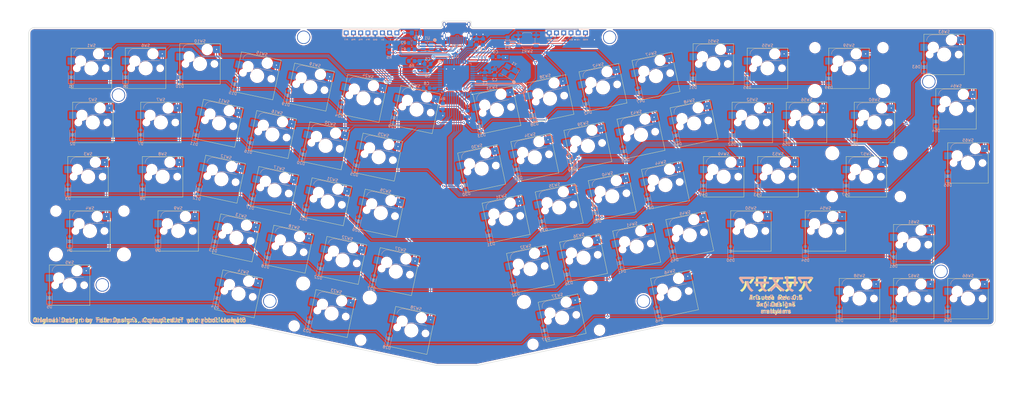
<source format=kicad_pcb>
(kicad_pcb (version 20171130) (host pcbnew "(5.1.4)-1")
  (title_block (title "Arisutea Keyboard") (date 2021-03-25) (rev 0.5) (company "3x6 Design"))
  (layers (0 F.Cu signal) (31 B.Cu signal) (34 B.Paste user) (35 F.Paste user) (36 B.SilkS user) (37 F.SilkS user) (38 B.Mask user) (39 F.Mask user) (44 Edge.Cuts user))
  (net 0 "")
  (net 1 XTAL1)
  (net 2 GND)
  (net 3 XTAL2)
  (net 4 VCC)
  (net 5 "Net-(C4-Pad1)")
  (net 6 "Net-(D1-Pad2)")
  (net 7 /row0)
  (net 8 "Net-(D2-Pad2)")
  (net 9 /row1)
  (net 10 "Net-(D3-Pad2)")
  (net 11 /row2)
  (net 12 "Net-(D4-Pad2)")
  (net 13 /row3)
  (net 14 "Net-(D5-Pad2)")
  (net 15 /row4)
  (net 16 "Net-(D6-Pad2)")
  (net 17 "Net-(D7-Pad2)")
  (net 18 "Net-(D8-Pad2)")
  (net 19 "Net-(D9-Pad2)")
  (net 20 "Net-(D10-Pad2)")
  (net 21 "Net-(D11-Pad2)")
  (net 22 "Net-(D12-Pad2)")
  (net 23 "Net-(D13-Pad2)")
  (net 24 "Net-(D14-Pad2)")
  (net 25 "Net-(D15-Pad2)")
  (net 26 "Net-(D16-Pad2)")
  (net 27 "Net-(D17-Pad2)")
  (net 28 "Net-(D18-Pad2)")
  (net 29 "Net-(D19-Pad2)")
  (net 30 "Net-(D20-Pad2)")
  (net 31 "Net-(D21-Pad2)")
  (net 32 "Net-(D22-Pad2)")
  (net 33 "Net-(D23-Pad2)")
  (net 34 "Net-(D24-Pad2)")
  (net 35 "Net-(D25-Pad2)")
  (net 36 "Net-(D26-Pad2)")
  (net 37 "Net-(D27-Pad2)")
  (net 38 "Net-(D28-Pad2)")
  (net 39 "Net-(D29-Pad2)")
  (net 40 "Net-(D30-Pad2)")
  (net 41 "Net-(D31-Pad2)")
  (net 42 "Net-(D32-Pad2)")
  (net 43 "Net-(D33-Pad2)")
  (net 44 "Net-(D34-Pad2)")
  (net 45 "Net-(D35-Pad2)")
  (net 46 "Net-(D36-Pad2)")
  (net 47 "Net-(D37-Pad2)")
  (net 48 "Net-(D38-Pad2)")
  (net 49 "Net-(D39-Pad2)")
  (net 50 "Net-(D40-Pad2)")
  (net 51 "Net-(D41-Pad2)")
  (net 52 "Net-(D42-Pad2)")
  (net 53 "Net-(D43-Pad2)")
  (net 54 "Net-(D44-Pad2)")
  (net 55 "Net-(D45-Pad2)")
  (net 56 "Net-(D46-Pad2)")
  (net 57 "Net-(D47-Pad2)")
  (net 58 "Net-(D48-Pad2)")
  (net 59 "Net-(D49-Pad2)")
  (net 60 "Net-(D50-Pad2)")
  (net 61 "Net-(D51-Pad2)")
  (net 62 "Net-(D52-Pad2)")
  (net 63 "Net-(D53-Pad2)")
  (net 64 "Net-(D54-Pad2)")
  (net 65 "Net-(D55-Pad2)")
  (net 66 "Net-(D56-Pad2)")
  (net 67 "Net-(D57-Pad2)")
  (net 68 "Net-(D58-Pad2)")
  (net 69 "Net-(D59-Pad2)")
  (net 70 "Net-(D60-Pad2)")
  (net 71 "Net-(D61-Pad2)")
  (net 72 "Net-(D62-Pad2)")
  (net 73 "Net-(D64-Pad2)")
  (net 74 "Net-(D65-Pad2)")
  (net 75 "Net-(D66-Pad2)")
  (net 76 /MISO)
  (net 77 /SCK)
  (net 78 /MOSI)
  (net 79 /~RES~)
  (net 80 /PF4)
  (net 81 /PF5)
  (net 82 /PF6)
  (net 83 /PF7)
  (net 84 "Net-(J13-Pad1)")
  (net 85 "Net-(J14-Pad1)")
  (net 86 D+)
  (net 87 D-)
  (net 88 "Net-(R4-Pad1)")
  (net 89 "Net-(R5-Pad1)")
  (net 90 "Net-(R6-Pad1)")
  (net 91 /col0)
  (net 92 /col1)
  (net 93 /col2)
  (net 94 /col3)
  (net 95 /col4)
  (net 96 /col5)
  (net 97 /col6)
  (net 98 /col8)
  (net 99 /col9)
  (net 100 /col10)
  (net 101 /col11)
  (net 102 /col12)
  (net 103 /col13)
  (net 104 "Net-(U1-Pad3)")
  (net 105 "Net-(U1-Pad1)")
  (net 106 "Net-(U2-Pad42)")
  (net 107 "Net-(USB1-PadA8)")
  (net 108 "Net-(USB1-PadB8)")
  (net 109 +5V)
  (net 110 "Net-(D63-Pad2)")
  (module arisutea:PinHeader_1x01_P2.54mm_Vertical (layer B.Cu) (at 210.566 26.289)
    (fp_text reference J6 hide)
    (fp_text value ~RES~ (at 0 2.413) (layer B.SilkS) (effects (font (size 0.5 0.5) (thickness 0.1)) (justify mirror)))
    (pad 1 thru_hole rect (at 0 0) (size 1.7 1.7) (drill 1) (layers *.Cu *.Mask) (net 79 /~RES~))
  )
  (module arisutea:Crystal_SMD_TXC_7M-4Pin_3.2x2.5mm_HandSoldering (layer B.Cu) (at 194.1576 39.8272 150)
    (fp_text reference Y1 (at 0 3.05 150) (layer B.SilkS) (effects (justify mirror)))
    (fp_text value Crystal_GND24)
    (pad 1 smd rect (at -1.45 -1.15 150) (size 2.1 1.8) (layers B.Cu B.Paste B.Mask) (net 1 XTAL1))
    (pad 2 smd rect (at 1.45 -1.15 150) (size 2.1 1.8) (layers B.Cu B.Paste B.Mask) (net 2 GND))
    (pad 3 smd rect (at 1.45 1.15 150) (size 2.1 1.8) (layers B.Cu B.Paste B.Mask) (net 3 XTAL2))
    (pad 4 smd rect (at -1.45 1.15 150) (size 2.1 1.8) (layers B.Cu B.Paste B.Mask) (net 2 GND))
  )
  (module arisutea:SOT-23-6_Handsoldering (layer B.Cu) (at 165.227 30.988 180)
    (fp_text reference U1 (at 0 2.9 180) (layer B.SilkS) (effects (justify mirror)))
    (fp_text value USBLC6-2SC6)
    (pad 1 smd rect (at -1.35 0.95 180) (size 1.56 0.65) (layers B.Cu B.Paste B.Mask) (net 105 "Net-(U1-Pad1)"))
    (pad 2 smd rect (at -1.35 0 180) (size 1.56 0.65) (layers B.Cu B.Paste B.Mask) (net 2 GND))
    (pad 3 smd rect (at -1.35 -0.95 180) (size 1.56 0.65) (layers B.Cu B.Paste B.Mask) (net 104 "Net-(U1-Pad3)"))
    (pad 4 smd rect (at 1.35 -0.95 180) (size 1.56 0.65) (layers B.Cu B.Paste B.Mask) (net 84 "Net-(J13-Pad1)"))
    (pad 6 smd rect (at 1.35 0.95 180) (size 1.56 0.65) (layers B.Cu B.Paste B.Mask) (net 85 "Net-(J14-Pad1)"))
    (pad 5 smd rect (at 1.35 0 180) (size 1.56 0.65) (layers B.Cu B.Paste B.Mask) (net 4 VCC))
  )
  (module arisutea:TQFP-44_10x10mm_P0.8mm (layer B.Cu) (at 175.41875 42.164 270)
    (fp_text reference U2 (at -7.62 0.03175 180) (layer B.SilkS) (effects (justify mirror)))
    (fp_text value ATmega32U4-AU)
    (pad 1 smd rect (at -5.7 4 270) (size 1.5 0.55) (layers B.Cu B.Paste B.Mask) (net 93 /col2))
    (pad 2 smd rect (at -5.7 3.2 270) (size 1.5 0.55) (layers B.Cu B.Paste B.Mask) (net 109 +5V))
    (pad 3 smd rect (at -5.7 2.4 270) (size 1.5 0.55) (layers B.Cu B.Paste B.Mask) (net 87 D-))
    (pad 4 smd rect (at -5.7 1.6 270) (size 1.5 0.55) (layers B.Cu B.Paste B.Mask) (net 86 D+))
    (pad 5 smd rect (at -5.7 0.8 270) (size 1.5 0.55) (layers B.Cu B.Paste B.Mask) (net 2 GND))
    (pad 6 smd rect (at -5.7 0 270) (size 1.5 0.55) (layers B.Cu B.Paste B.Mask) (net 5 "Net-(C4-Pad1)"))
    (pad 7 smd rect (at -5.7 -0.8 270) (size 1.5 0.55) (layers B.Cu B.Paste B.Mask) (net 109 +5V))
    (pad 8 smd rect (at -5.7 -1.6 270) (size 1.5 0.55) (layers B.Cu B.Paste B.Mask) (net 98 /col8))
    (pad 9 smd rect (at -5.7 -2.4 270) (size 1.5 0.55) (layers B.Cu B.Paste B.Mask) (net 77 /SCK))
    (pad 10 smd rect (at -5.7 -3.2 270) (size 1.5 0.55) (layers B.Cu B.Paste B.Mask) (net 78 /MOSI))
    (pad 11 smd rect (at -5.7 -4 270) (size 1.5 0.55) (layers B.Cu B.Paste B.Mask) (net 76 /MISO))
    (pad 12 smd rect (at -4 -5.7 180) (size 1.5 0.55) (layers B.Cu B.Paste B.Mask) (net 99 /col9))
    (pad 13 smd rect (at -3.2 -5.7 180) (size 1.5 0.55) (layers B.Cu B.Paste B.Mask) (net 79 /~RES~))
    (pad 14 smd rect (at -2.4 -5.7 180) (size 1.5 0.55) (layers B.Cu B.Paste B.Mask) (net 109 +5V))
    (pad 15 smd rect (at -1.6 -5.7 180) (size 1.5 0.55) (layers B.Cu B.Paste B.Mask) (net 2 GND))
    (pad 16 smd rect (at -0.8 -5.7 180) (size 1.5 0.55) (layers B.Cu B.Paste B.Mask) (net 3 XTAL2))
    (pad 17 smd rect (at 0 -5.7 180) (size 1.5 0.55) (layers B.Cu B.Paste B.Mask) (net 1 XTAL1))
    (pad 18 smd rect (at 0.8 -5.7 180) (size 1.5 0.55) (layers B.Cu B.Paste B.Mask) (net 7 /row0))
    (pad 19 smd rect (at 1.6 -5.7 180) (size 1.5 0.55) (layers B.Cu B.Paste B.Mask) (net 9 /row1))
    (pad 20 smd rect (at 2.4 -5.7 180) (size 1.5 0.55) (layers B.Cu B.Paste B.Mask) (net 11 /row2))
    (pad 21 smd rect (at 3.2 -5.7 180) (size 1.5 0.55) (layers B.Cu B.Paste B.Mask) (net 13 /row3))
    (pad 22 smd rect (at 4 -5.7 180) (size 1.5 0.55) (layers B.Cu B.Paste B.Mask) (net 15 /row4))
    (pad 23 smd rect (at 5.7 -4 270) (size 1.5 0.55) (layers B.Cu B.Paste B.Mask) (net 2 GND))
    (pad 24 smd rect (at 5.7 -3.2 270) (size 1.5 0.55) (layers B.Cu B.Paste B.Mask) (net 109 +5V))
    (pad 25 smd rect (at 5.7 -2.4 270) (size 1.5 0.55) (layers B.Cu B.Paste B.Mask) (net 97 /col6))
    (pad 26 smd rect (at 5.7 -1.6 270) (size 1.5 0.55) (layers B.Cu B.Paste B.Mask) (net 103 /col13))
    (pad 27 smd rect (at 5.7 -0.8 270) (size 1.5 0.55) (layers B.Cu B.Paste B.Mask) (net 102 /col12))
    (pad 28 smd rect (at 5.7 0 270) (size 1.5 0.55) (layers B.Cu B.Paste B.Mask) (net 101 /col11))
    (pad 29 smd rect (at 5.7 0.8 270) (size 1.5 0.55) (layers B.Cu B.Paste B.Mask) (net 100 /col10))
    (pad 30 smd rect (at 5.7 1.6 270) (size 1.5 0.55) (layers B.Cu B.Paste B.Mask) (net 96 /col5))
    (pad 31 smd rect (at 5.7 2.4 270) (size 1.5 0.55) (layers B.Cu B.Paste B.Mask) (net 95 /col4))
    (pad 32 smd rect (at 5.7 3.2 270) (size 1.5 0.55) (layers B.Cu B.Paste B.Mask) (net 94 /col3))
    (pad 33 smd rect (at 5.7 4 270) (size 1.5 0.55) (layers B.Cu B.Paste B.Mask) (net 88 "Net-(R4-Pad1)"))
    (pad 34 smd rect (at 4 5.7 180) (size 1.5 0.55) (layers B.Cu B.Paste B.Mask) (net 109 +5V))
    (pad 35 smd rect (at 3.2 5.7 180) (size 1.5 0.55) (layers B.Cu B.Paste B.Mask) (net 2 GND))
    (pad 36 smd rect (at 2.4 5.7 180) (size 1.5 0.55) (layers B.Cu B.Paste B.Mask) (net 83 /PF7))
    (pad 37 smd rect (at 1.6 5.7 180) (size 1.5 0.55) (layers B.Cu B.Paste B.Mask) (net 82 /PF6))
    (pad 38 smd rect (at 0.8 5.7 180) (size 1.5 0.55) (layers B.Cu B.Paste B.Mask) (net 81 /PF5))
    (pad 39 smd rect (at 0 5.7 180) (size 1.5 0.55) (layers B.Cu B.Paste B.Mask) (net 80 /PF4))
    (pad 40 smd rect (at -0.8 5.7 180) (size 1.5 0.55) (layers B.Cu B.Paste B.Mask) (net 92 /col1))
    (pad 41 smd rect (at -1.6 5.7 180) (size 1.5 0.55) (layers B.Cu B.Paste B.Mask) (net 91 /col0))
    (pad 42 smd rect (at -2.4 5.7 180) (size 1.5 0.55) (layers B.Cu B.Paste B.Mask) (net 106 "Net-(U2-Pad42)"))
    (pad 43 smd rect (at -3.2 5.7 180) (size 1.5 0.55) (layers B.Cu B.Paste B.Mask) (net 2 GND))
    (pad 44 smd rect (at -4 5.7 180) (size 1.5 0.55) (layers B.Cu B.Paste B.Mask) (net 109 +5V))
  )
  (module arisutea:PinHeader_1x01_P2.54mm_Vertical (layer B.Cu) (at 136.779 26.289)
    (fp_text reference J11 hide)
    (fp_text value PF7 (at 0 2.413) (layer B.SilkS) (effects (font (size 0.5 0.5) (thickness 0.1)) (justify mirror)))
    (pad 1 thru_hole rect (at 0 0) (size 1.7 1.7) (drill 1) (layers *.Cu *.Mask) (net 83 /PF7))
  )
  (module arisutea:PinHeader_1x01_P2.54mm_Vertical (layer B.Cu) (at 146.939 26.289)
    (fp_text reference J15 hide)
    (fp_text value GND (at 0 2.413) (layer B.SilkS) (effects (font (size 0.5 0.5) (thickness 0.1)) (justify mirror)))
    (pad 1 thru_hole rect (at 0 0) (size 1.7 1.7) (drill 1) (layers *.Cu *.Mask) (net 2 GND))
  )
  (module arisutea:PinHeader_1x01_P2.54mm_Vertical (layer B.Cu) (at 152.019 26.289)
    (fp_text reference J14 hide)
    (fp_text value D- (at 0 2.413) (layer B.SilkS) (effects (font (size 0.5 0.5) (thickness 0.1)) (justify mirror)))
    (pad 1 thru_hole rect (at 0 0) (size 1.7 1.7) (drill 1) (layers *.Cu *.Mask) (net 85 "Net-(J14-Pad1)"))
  )
  (module arisutea:PinHeader_1x01_P2.54mm_Vertical (layer B.Cu) (at 149.479 26.289)
    (fp_text reference J13 hide)
    (fp_text value D+ (at 0 2.413) (layer B.SilkS) (effects (font (size 0.5 0.5) (thickness 0.1)) (justify mirror)))
    (pad 1 thru_hole rect (at 0 0) (size 1.7 1.7) (drill 1) (layers *.Cu *.Mask) (net 84 "Net-(J13-Pad1)"))
  )
  (module arisutea:PinHeader_1x01_P2.54mm_Vertical (layer B.Cu) (at 154.559 26.289)
    (fp_text reference J12 hide)
    (fp_text value VCC (at 0 2.413) (layer B.SilkS) (effects (font (size 0.5 0.5) (thickness 0.1)) (justify mirror)))
    (pad 1 thru_hole rect (at 0 0) (size 1.7 1.7) (drill 1) (layers *.Cu *.Mask) (net 4 VCC))
  )
  (module arisutea:PinHeader_1x01_P2.54mm_Vertical (layer B.Cu) (at 139.319 26.289)
    (fp_text reference J10 hide)
    (fp_text value PF6 (at 0 2.413) (layer B.SilkS) (effects (font (size 0.5 0.5) (thickness 0.1)) (justify mirror)))
    (pad 1 thru_hole rect (at 0 0) (size 1.7 1.7) (drill 1) (layers *.Cu *.Mask) (net 82 /PF6))
  )
  (module arisutea:PinHeader_1x01_P2.54mm_Vertical (layer B.Cu) (at 141.859 26.289)
    (fp_text reference J9 hide)
    (fp_text value PF5 (at 0 2.413) (layer B.SilkS) (effects (font (size 0.5 0.5) (thickness 0.1)) (justify mirror)))
    (pad 1 thru_hole rect (at 0 0) (size 1.7 1.7) (drill 1) (layers *.Cu *.Mask) (net 81 /PF5))
  )
  (module arisutea:PinHeader_1x01_P2.54mm_Vertical (layer B.Cu) (at 144.399 26.289)
    (fp_text reference J8 hide)
    (fp_text value PF4 (at 0 2.413) (layer B.SilkS) (effects (font (size 0.5 0.5) (thickness 0.1)) (justify mirror)))
    (pad 1 thru_hole rect (at 0 0) (size 1.7 1.7) (drill 1) (layers *.Cu *.Mask) (net 80 /PF4))
  )
  (module arisutea:PinHeader_1x01_P2.54mm_Vertical (layer B.Cu) (at 208.026 26.289)
    (fp_text reference J7 hide)
    (fp_text value GND (at 0 2.413) (layer B.SilkS) (effects (font (size 0.5 0.5) (thickness 0.1)) (justify mirror)))
    (pad 1 thru_hole rect (at 0 0) (size 1.7 1.7) (drill 1) (layers *.Cu *.Mask) (net 2 GND))
  )
  (module arisutea:PinHeader_1x01_P2.54mm_Vertical (layer B.Cu) (at 213.106 26.289)
    (fp_text reference J5 hide)
    (fp_text value MOSI (at 0 2.413) (layer B.SilkS) (effects (font (size 0.5 0.5) (thickness 0.1)) (justify mirror)))
    (pad 1 thru_hole rect (at 0 0) (size 1.7 1.7) (drill 1) (layers *.Cu *.Mask) (net 78 /MOSI))
  )
  (module arisutea:PinHeader_1x01_P2.54mm_Vertical (layer B.Cu) (at 215.646 26.289)
    (fp_text reference J4 hide)
    (fp_text value SCK (at 0 2.413) (layer B.SilkS) (effects (font (size 0.5 0.5) (thickness 0.1)) (justify mirror)))
    (pad 1 thru_hole rect (at 0 0) (size 1.7 1.7) (drill 1) (layers *.Cu *.Mask) (net 77 /SCK))
  )
  (module arisutea:PinHeader_1x01_P2.54mm_Vertical (layer B.Cu) (at 218.186 26.289)
    (fp_text reference J3 hide)
    (fp_text value +5V (at 0 2.413) (layer B.SilkS) (effects (font (size 0.5 0.5) (thickness 0.1)) (justify mirror)))
    (pad 1 thru_hole rect (at 0 0) (size 1.7 1.7) (drill 1) (layers *.Cu *.Mask) (net 109 +5V))
  )
  (module arisutea:PinHeader_1x01_P2.54mm_Vertical (layer B.Cu) (at 220.726 26.289)
    (fp_text reference J2 hide)
    (fp_text value MISO (at 0 2.413) (layer B.SilkS) (effects (font (size 0.5 0.5) (thickness 0.1)) (justify mirror)))
    (pad 1 thru_hole rect (at 0 0) (size 1.7 1.7) (drill 1) (layers *.Cu *.Mask) (net 76 /MISO))
  )
  (module arisutea:arisutea_logo (layer B.Cu) (at 287.401 114.681 180)
    (fp_text reference LOGO2 hide)
    (fp_text value arisutea_logo hide)
  )
  (module arisutea:D_SOD-123 (layer B.Cu) (at 347.909691 124.145643 90)
    (fp_text reference D66 (at -3.175 0 -180) (layer B.SilkS) (effects (justify mirror)))
    (fp_text value D)
    (pad 1 smd rect (at -1.65 0 270) (size 0.9 1.2) (layers B.Cu B.Paste B.Mask) (net 15 /row4))
    (pad 2 smd rect (at 1.65 0 90) (size 0.9 1.2) (layers B.Cu B.Paste B.Mask) (net 75 "Net-(D66-Pad2)"))
  )
  (module arisutea:D_SOD-123 (layer B.Cu) (at 347.8784 76.6064 90)
    (fp_text reference D65 (at -3.175 0 -180) (layer B.SilkS) (effects (justify mirror)))
    (fp_text value D)
    (pad 1 smd rect (at -1.65 0 270) (size 0.9 1.2) (layers B.Cu B.Paste B.Mask) (net 13 /row3))
    (pad 2 smd rect (at 1.65 0 90) (size 0.9 1.2) (layers B.Cu B.Paste B.Mask) (net 74 "Net-(D65-Pad2)"))
  )
  (module arisutea:D_SOD-123 (layer B.Cu) (at 343.7128 57.4548 90)
    (fp_text reference D64 (at -3.175 0 -180) (layer B.SilkS) (effects (justify mirror)))
    (fp_text value D)
    (pad 1 smd rect (at -1.65 0 270) (size 0.9 1.2) (layers B.Cu B.Paste B.Mask) (net 11 /row2))
    (pad 2 smd rect (at 1.65 0 90) (size 0.9 1.2) (layers B.Cu B.Paste B.Mask) (net 73 "Net-(D64-Pad2)"))
  )
  (module arisutea:D_SOD-123 (layer B.Cu) (at 339.5472 38.2778 90)
    (fp_text reference D63 (at 0.0508 -2.7432 -180) (layer B.SilkS) (effects (justify mirror)))
    (fp_text value D)
    (pad 1 smd rect (at -1.65 0 270) (size 0.9 1.2) (layers B.Cu B.Paste B.Mask) (net 9 /row1))
    (pad 2 smd rect (at 1.65 0 90) (size 0.9 1.2) (layers B.Cu B.Paste B.Mask) (net 110 "Net-(D63-Pad2)"))
  )
  (module arisutea:D_SOD-123 (layer B.Cu) (at 328.808891 124.145643 90)
    (fp_text reference D62 (at -3.175 0 -180) (layer B.SilkS) (effects (justify mirror)))
    (fp_text value D)
    (pad 1 smd rect (at -1.65 0 270) (size 0.9 1.2) (layers B.Cu B.Paste B.Mask) (net 15 /row4))
    (pad 2 smd rect (at 1.65 0 90) (size 0.9 1.2) (layers B.Cu B.Paste B.Mask) (net 72 "Net-(D62-Pad2)"))
  )
  (module arisutea:D_SOD-123 (layer B.Cu) (at 328.803 105.0544 90)
    (fp_text reference D61 (at -3.175 0 -180) (layer B.SilkS) (effects (justify mirror)))
    (fp_text value D)
    (pad 1 smd rect (at -1.65 0 270) (size 0.9 1.2) (layers B.Cu B.Paste B.Mask) (net 13 /row3))
    (pad 2 smd rect (at 1.65 0 90) (size 0.9 1.2) (layers B.Cu B.Paste B.Mask) (net 71 "Net-(D61-Pad2)"))
  )
  (module arisutea:D_SOD-123 (layer B.Cu) (at 315.087 62.2808 90)
    (fp_text reference D60 (at -3.175 0 -180) (layer B.SilkS) (effects (justify mirror)))
    (fp_text value D)
    (pad 1 smd rect (at -1.65 0 270) (size 0.9 1.2) (layers B.Cu B.Paste B.Mask) (net 9 /row1))
    (pad 2 smd rect (at 1.65 0 90) (size 0.9 1.2) (layers B.Cu B.Paste B.Mask) (net 70 "Net-(D60-Pad2)"))
  )
  (module arisutea:D_SOD-123 (layer B.Cu) (at 306.1208 42.291 90)
    (fp_text reference D59 (at -3.175 0 -180) (layer B.SilkS) (effects (justify mirror)))
    (fp_text value D)
    (pad 1 smd rect (at -1.65 0 270) (size 0.9 1.2) (layers B.Cu B.Paste B.Mask) (net 7 /row0))
    (pad 2 smd rect (at 1.65 0 90) (size 0.9 1.2) (layers B.Cu B.Paste B.Mask) (net 69 "Net-(D59-Pad2)"))
  )
  (module arisutea:D_SOD-123 (layer B.Cu) (at 309.784291 124.145643 90)
    (fp_text reference D58 (at -3.175 0 -180) (layer B.SilkS) (effects (justify mirror)))
    (fp_text value D)
    (pad 1 smd rect (at -1.65 0 270) (size 0.9 1.2) (layers B.Cu B.Paste B.Mask) (net 15 /row4))
    (pad 2 smd rect (at 1.65 0 90) (size 0.9 1.2) (layers B.Cu B.Paste B.Mask) (net 68 "Net-(D58-Pad2)"))
  )
  (module arisutea:D_SOD-123 (layer B.Cu) (at 312.166 79.9719 90)
    (fp_text reference D57 (at -3.175 0 -180) (layer B.SilkS) (effects (justify mirror)))
    (fp_text value D)
    (pad 1 smd rect (at -1.65 0 270) (size 0.9 1.2) (layers B.Cu B.Paste B.Mask) (net 11 /row2))
    (pad 2 smd rect (at 1.65 0 90) (size 0.9 1.2) (layers B.Cu B.Paste B.Mask) (net 67 "Net-(D57-Pad2)"))
  )
  (module arisutea:D_SOD-123 (layer B.Cu) (at 291.211 62.2808 90)
    (fp_text reference D56 (at -3.175 0 -180) (layer B.SilkS) (effects (justify mirror)))
    (fp_text value D)
    (pad 1 smd rect (at -1.65 0 270) (size 0.9 1.2) (layers B.Cu B.Paste B.Mask) (net 9 /row1))
    (pad 2 smd rect (at 1.65 0 90) (size 0.9 1.2) (layers B.Cu B.Paste B.Mask) (net 66 "Net-(D56-Pad2)"))
  )
  (module arisutea:D_SOD-123 (layer B.Cu) (at 277.5204 42.291 90)
    (fp_text reference D55 (at -3.175 0 -180) (layer B.SilkS) (effects (justify mirror)))
    (fp_text value D)
    (pad 1 smd rect (at -1.65 0 270) (size 0.9 1.2) (layers B.Cu B.Paste B.Mask) (net 7 /row0))
    (pad 2 smd rect (at 1.65 0 90) (size 0.9 1.2) (layers B.Cu B.Paste B.Mask) (net 65 "Net-(D55-Pad2)"))
  )
  (module arisutea:D_SOD-123 (layer B.Cu) (at 297.886408 102.998604 90)
    (fp_text reference D54 (at -3.175 0 -180) (layer B.SilkS) (effects (justify mirror)))
    (fp_text value D)
    (pad 1 smd rect (at -1.65 0 270) (size 0.9 1.2) (layers B.Cu B.Paste B.Mask) (net 13 /row3))
    (pad 2 smd rect (at 1.65 0 90) (size 0.9 1.2) (layers B.Cu B.Paste B.Mask) (net 64 "Net-(D54-Pad2)"))
  )
  (module arisutea:D_SOD-123 (layer B.Cu) (at 281.178 79.9719 90)
    (fp_text reference D53 (at -3.175 0 -180) (layer B.SilkS) (effects (justify mirror)))
    (fp_text value D)
    (pad 1 smd rect (at -1.65 0 270) (size 0.9 1.2) (layers B.Cu B.Paste B.Mask) (net 11 /row2))
    (pad 2 smd rect (at 1.65 0 90) (size 0.9 1.2) (layers B.Cu B.Paste B.Mask) (net 63 "Net-(D53-Pad2)"))
  )
  (module arisutea:D_SOD-123 (layer B.Cu) (at 272.1864 62.2808 90)
    (fp_text reference D52 (at -3.175 0 -180) (layer B.SilkS) (effects (justify mirror)))
    (fp_text value D)
    (pad 1 smd rect (at -1.65 0 270) (size 0.9 1.2) (layers B.Cu B.Paste B.Mask) (net 9 /row1))
    (pad 2 smd rect (at 1.65 0 90) (size 0.9 1.2) (layers B.Cu B.Paste B.Mask) (net 62 "Net-(D52-Pad2)"))
  )
  (module arisutea:D_SOD-123 (layer B.Cu) (at 258.445 42.291 90)
    (fp_text reference D51 (at -3.175 0 -180) (layer B.SilkS) (effects (justify mirror)))
    (fp_text value D)
    (pad 1 smd rect (at -1.65 0 270) (size 0.9 1.2) (layers B.Cu B.Paste B.Mask) (net 7 /row0))
    (pad 2 smd rect (at 1.65 0 90) (size 0.9 1.2) (layers B.Cu B.Paste B.Mask) (net 61 "Net-(D51-Pad2)"))
  )
  (module arisutea:D_SOD-123 (layer B.Cu) (at 271.673608 102.998604 90)
    (fp_text reference D50 (at -3.175 0 -180) (layer B.SilkS) (effects (justify mirror)))
    (fp_text value D)
    (pad 1 smd rect (at -1.65 0 270) (size 0.9 1.2) (layers B.Cu B.Paste B.Mask) (net 13 /row3))
    (pad 2 smd rect (at 1.65 0 90) (size 0.9 1.2) (layers B.Cu B.Paste B.Mask) (net 60 "Net-(D50-Pad2)"))
  )
  (module arisutea:D_SOD-123 (layer B.Cu) (at 262.128 79.9719 90)
    (fp_text reference D49 (at -3.175 0 -180) (layer B.SilkS) (effects (justify mirror)))
    (fp_text value D)
    (pad 1 smd rect (at -1.65 0 270) (size 0.9 1.2) (layers B.Cu B.Paste B.Mask) (net 11 /row2))
    (pad 2 smd rect (at 1.65 0 90) (size 0.9 1.2) (layers B.Cu B.Paste B.Mask) (net 59 "Net-(D49-Pad2)"))
  )
  (module arisutea:D_SOD-123 (layer B.Cu) (at 252.476 62.357 102)
    (fp_text reference D48 (at -3.175 0 -168) (layer B.SilkS) (effects (justify mirror)))
    (fp_text value D)
    (pad 1 smd rect (at -1.65 0 282) (size 0.9 1.2) (layers B.Cu B.Paste B.Mask) (net 9 /row1))
    (pad 2 smd rect (at 1.65 0 102) (size 0.9 1.2) (layers B.Cu B.Paste B.Mask) (net 58 "Net-(D48-Pad2)"))
  )
  (module arisutea:D_SOD-123 (layer B.Cu) (at 239.4966 47.244 102)
    (fp_text reference D47 (at -3.175 0 -168) (layer B.SilkS) (effects (justify mirror)))
    (fp_text value D)
    (pad 1 smd rect (at -1.65 0 282) (size 0.9 1.2) (layers B.Cu B.Paste B.Mask) (net 7 /row0))
    (pad 2 smd rect (at 1.65 0 102) (size 0.9 1.2) (layers B.Cu B.Paste B.Mask) (net 57 "Net-(D47-Pad2)"))
  )
  (module arisutea:D_SOD-123 (layer B.Cu) (at 245.999 124.206 102)
    (fp_text reference D46 (at -3.175 0 -168) (layer B.SilkS) (effects (justify mirror)))
    (fp_text value D)
    (pad 1 smd rect (at -1.65 0 282) (size 0.9 1.2) (layers B.Cu B.Paste B.Mask) (net 15 /row4))
    (pad 2 smd rect (at 1.65 0 102) (size 0.9 1.2) (layers B.Cu B.Paste B.Mask) (net 56 "Net-(D46-Pad2)"))
  )
  (module arisutea:D_SOD-123 (layer B.Cu) (at 251.3076 103.0732 102)
    (fp_text reference D45 (at -3.175 0 -168) (layer B.SilkS) (effects (justify mirror)))
    (fp_text value D)
    (pad 1 smd rect (at -1.65 0 282) (size 0.9 1.2) (layers B.Cu B.Paste B.Mask) (net 13 /row3))
    (pad 2 smd rect (at 1.65 0 102) (size 0.9 1.2) (layers B.Cu B.Paste B.Mask) (net 55 "Net-(D45-Pad2)"))
  )
  (module arisutea:D_SOD-123 (layer B.Cu) (at 242.6462 84.709 102)
    (fp_text reference D44 (at -3.175 0 -168) (layer B.SilkS) (effects (justify mirror)))
    (fp_text value D)
    (pad 1 smd rect (at -1.65 0 282) (size 0.9 1.2) (layers B.Cu B.Paste B.Mask) (net 11 /row2))
    (pad 2 smd rect (at 1.65 0 102) (size 0.9 1.2) (layers B.Cu B.Paste B.Mask) (net 54 "Net-(D44-Pad2)"))
  )
  (module arisutea:D_SOD-123 (layer B.Cu) (at 234.1626 67.945 102)
    (fp_text reference D43 (at -3.175 0 -168) (layer B.SilkS) (effects (justify mirror)))
    (fp_text value D)
    (pad 1 smd rect (at -1.65 0 282) (size 0.9 1.2) (layers B.Cu B.Paste B.Mask) (net 9 /row1))
    (pad 2 smd rect (at 1.65 0 102) (size 0.9 1.2) (layers B.Cu B.Paste B.Mask) (net 53 "Net-(D43-Pad2)"))
  )
  (module arisutea:D_SOD-123 (layer B.Cu) (at 220.9292 51.2572 102)
    (fp_text reference D42 (at -3.175 0 -168) (layer B.SilkS) (effects (justify mirror)))
    (fp_text value D)
    (pad 1 smd rect (at -1.65 0 282) (size 0.9 1.2) (layers B.Cu B.Paste B.Mask) (net 7 /row0))
    (pad 2 smd rect (at 1.65 0 102) (size 0.9 1.2) (layers B.Cu B.Paste B.Mask) (net 52 "Net-(D42-Pad2)"))
  )
  (module arisutea:D_SOD-123 (layer B.Cu) (at 232.8926 107.0864 102)
    (fp_text reference D41 (at -3.175 0 -168) (layer B.SilkS) (effects (justify mirror)))
    (fp_text value D)
    (pad 1 smd rect (at -1.65 0 282) (size 0.9 1.2) (layers B.Cu B.Paste B.Mask) (net 13 /row3))
    (pad 2 smd rect (at 1.65 0 102) (size 0.9 1.2) (layers B.Cu B.Paste B.Mask) (net 51 "Net-(D41-Pad2)"))
  )
  (module arisutea:D_SOD-123 (layer B.Cu) (at 224.2312 89.535 102)
    (fp_text reference D40 (at -3.175 0 -168) (layer B.SilkS) (effects (justify mirror)))
    (fp_text value D)
    (pad 1 smd rect (at -1.65 0 282) (size 0.9 1.2) (layers B.Cu B.Paste B.Mask) (net 11 /row2))
    (pad 2 smd rect (at 1.65 0 102) (size 0.9 1.2) (layers B.Cu B.Paste B.Mask) (net 50 "Net-(D40-Pad2)"))
  )
  (module arisutea:D_SOD-123 (layer B.Cu) (at 215.4428 71.2724 102)
    (fp_text reference D39 (at -3.175 0 -168) (layer B.SilkS) (effects (justify mirror)))
    (fp_text value D)
    (pad 1 smd rect (at -1.65 0 282) (size 0.9 1.2) (layers B.Cu B.Paste B.Mask) (net 9 /row1))
    (pad 2 smd rect (at 1.65 0 102) (size 0.9 1.2) (layers B.Cu B.Paste B.Mask) (net 49 "Net-(D39-Pad2)"))
  )
  (module arisutea:D_SOD-123 (layer B.Cu) (at 202.184 55.2958 102)
    (fp_text reference D38 (at -3.175 0 -168) (layer B.SilkS) (effects (justify mirror)))
    (fp_text value D)
    (pad 1 smd rect (at -1.65 0 282) (size 0.9 1.2) (layers B.Cu B.Paste B.Mask) (net 7 /row0))
    (pad 2 smd rect (at 1.65 0 102) (size 0.9 1.2) (layers B.Cu B.Paste B.Mask) (net 48 "Net-(D38-Pad2)"))
  )
  (module arisutea:D_SOD-123 (layer B.Cu) (at 206.248 130.81 102)
    (fp_text reference D37 (at -3.175 0 -168) (layer B.SilkS) (effects (justify mirror)))
    (fp_text value D)
    (pad 1 smd rect (at -1.65 0 282) (size 0.9 1.2) (layers B.Cu B.Paste B.Mask) (net 15 /row4))
    (pad 2 smd rect (at 1.65 0 102) (size 0.9 1.2) (layers B.Cu B.Paste B.Mask) (net 47 "Net-(D37-Pad2)"))
  )
  (module arisutea:D_SOD-123 (layer B.Cu) (at 214.2744 111.1504 102)
    (fp_text reference D36 (at -3.175 0 -168) (layer B.SilkS) (effects (justify mirror)))
    (fp_text value D)
    (pad 1 smd rect (at -1.65 0 282) (size 0.9 1.2) (layers B.Cu B.Paste B.Mask) (net 13 /row3))
    (pad 2 smd rect (at 1.65 0 102) (size 0.9 1.2) (layers B.Cu B.Paste B.Mask) (net 46 "Net-(D36-Pad2)"))
  )
  (module arisutea:D_SOD-123 (layer B.Cu) (at 205.4606 92.4814 102)
    (fp_text reference D35 (at -3.175 0 -168) (layer B.SilkS) (effects (justify mirror)))
    (fp_text value D)
    (pad 1 smd rect (at -1.65 0 282) (size 0.9 1.2) (layers B.Cu B.Paste B.Mask) (net 11 /row2))
    (pad 2 smd rect (at 1.65 0 102) (size 0.9 1.2) (layers B.Cu B.Paste B.Mask) (net 45 "Net-(D35-Pad2)"))
  )
  (module arisutea:D_SOD-123 (layer B.Cu) (at 196.5706 74.295 102)
    (fp_text reference D34 (at -3.175 0 -168) (layer B.SilkS) (effects (justify mirror)))
    (fp_text value D)
    (pad 1 smd rect (at -1.65 0 282) (size 0.9 1.2) (layers B.Cu B.Paste B.Mask) (net 9 /row1))
    (pad 2 smd rect (at 1.65 0 102) (size 0.9 1.2) (layers B.Cu B.Paste B.Mask) (net 44 "Net-(D34-Pad2)"))
  )
  (module arisutea:D_SOD-123 (layer B.Cu) (at 183.642 59.182 102)
    (fp_text reference D33 (at -3.175 0 -168) (layer B.SilkS) (effects (justify mirror)))
    (fp_text value D)
    (pad 1 smd rect (at -1.65 0 282) (size 0.9 1.2) (layers B.Cu B.Paste B.Mask) (net 7 /row0))
    (pad 2 smd rect (at 1.65 0 102) (size 0.9 1.2) (layers B.Cu B.Paste B.Mask) (net 43 "Net-(D33-Pad2)"))
  )
  (module arisutea:D_SOD-123 (layer B.Cu) (at 195.6054 115.0874 102)
    (fp_text reference D32 (at -3.175 0 -168) (layer B.SilkS) (effects (justify mirror)))
    (fp_text value D)
    (pad 1 smd rect (at -1.65 0 282) (size 0.9 1.2) (layers B.Cu B.Paste B.Mask) (net 13 /row3))
    (pad 2 smd rect (at 1.65 0 102) (size 0.9 1.2) (layers B.Cu B.Paste B.Mask) (net 42 "Net-(D32-Pad2)"))
  )
  (module arisutea:D_SOD-123 (layer B.Cu) (at 186.944 97.4344 102)
    (fp_text reference D31 (at -3.175 0 -168) (layer B.SilkS) (effects (justify mirror)))
    (fp_text value D)
    (pad 1 smd rect (at -1.65 0 282) (size 0.9 1.2) (layers B.Cu B.Paste B.Mask) (net 11 /row2))
    (pad 2 smd rect (at 1.65 0 102) (size 0.9 1.2) (layers B.Cu B.Paste B.Mask) (net 41 "Net-(D31-Pad2)"))
  )
  (module arisutea:D_SOD-123 (layer B.Cu) (at 178.308 79.8322 102)
    (fp_text reference D30 (at -3.175 0 -168) (layer B.SilkS) (effects (justify mirror)))
    (fp_text value D)
    (pad 1 smd rect (at -1.65 0 282) (size 0.9 1.2) (layers B.Cu B.Paste B.Mask) (net 9 /row1))
    (pad 2 smd rect (at 1.65 0 102) (size 0.9 1.2) (layers B.Cu B.Paste B.Mask) (net 40 "Net-(D30-Pad2)"))
  )
  (module arisutea:D_SOD-123 (layer B.Cu) (at 153.653345 56.134 78)
    (fp_text reference D29 (at -3.175 0 -192) (layer B.SilkS) (effects (justify mirror)))
    (fp_text value D)
    (pad 1 smd rect (at -1.65 0 258) (size 0.9 1.2) (layers B.Cu B.Paste B.Mask) (net 7 /row0))
    (pad 2 smd rect (at 1.65 0 78) (size 0.9 1.2) (layers B.Cu B.Paste B.Mask) (net 39 "Net-(D29-Pad2)"))
  )
  (module arisutea:D_SOD-123 (layer B.Cu) (at 151.6888 133.7056 78)
    (fp_text reference D28 (at -3.175 0 -192) (layer B.SilkS) (effects (justify mirror)))
    (fp_text value D)
    (pad 1 smd rect (at -1.65 0 258) (size 0.9 1.2) (layers B.Cu B.Paste B.Mask) (net 15 /row4))
    (pad 2 smd rect (at 1.65 0 78) (size 0.9 1.2) (layers B.Cu B.Paste B.Mask) (net 38 "Net-(D28-Pad2)"))
  )
  (module arisutea:D_SOD-123 (layer B.Cu) (at 146.2786 113.1316 78)
    (fp_text reference D27 (at -3.175 0 -192) (layer B.SilkS) (effects (justify mirror)))
    (fp_text value D)
    (pad 1 smd rect (at -1.65 0 258) (size 0.9 1.2) (layers B.Cu B.Paste B.Mask) (net 13 /row3))
    (pad 2 smd rect (at 1.65 0 78) (size 0.9 1.2) (layers B.Cu B.Paste B.Mask) (net 37 "Net-(D27-Pad2)"))
  )
  (module arisutea:D_SOD-123 (layer B.Cu) (at 140.97 92.456 78)
    (fp_text reference D26 (at -3.175 0 -192) (layer B.SilkS) (effects (justify mirror)))
    (fp_text value D)
    (pad 1 smd rect (at -1.65 0 258) (size 0.9 1.2) (layers B.Cu B.Paste B.Mask) (net 11 /row2))
    (pad 2 smd rect (at 1.65 0 78) (size 0.9 1.2) (layers B.Cu B.Paste B.Mask) (net 36 "Net-(D26-Pad2)"))
  )
  (module arisutea:D_SOD-123 (layer B.Cu) (at 140.2588 72.898 78)
    (fp_text reference D25 (at -3.175 0 -192) (layer B.SilkS) (effects (justify mirror)))
    (fp_text value D)
    (pad 1 smd rect (at -1.65 0 258) (size 0.9 1.2) (layers B.Cu B.Paste B.Mask) (net 9 /row1))
    (pad 2 smd rect (at 1.65 0 78) (size 0.9 1.2) (layers B.Cu B.Paste B.Mask) (net 35 "Net-(D25-Pad2)"))
  )
  (module arisutea:D_SOD-123 (layer B.Cu) (at 134.9502 52.3494 78)
    (fp_text reference D24 (at -3.175 0 -192) (layer B.SilkS) (effects (justify mirror)))
    (fp_text value D)
    (pad 1 smd rect (at -1.65 0 258) (size 0.9 1.2) (layers B.Cu B.Paste B.Mask) (net 7 /row0))
    (pad 2 smd rect (at 1.65 0 78) (size 0.9 1.2) (layers B.Cu B.Paste B.Mask) (net 34 "Net-(D24-Pad2)"))
  )
  (module arisutea:D_SOD-123 (layer B.Cu) (at 123.7488 127.8636 78)
    (fp_text reference D23 (at -3.175 0 -192) (layer B.SilkS) (effects (justify mirror)))
    (fp_text value D)
    (pad 1 smd rect (at -1.65 0 258) (size 0.9 1.2) (layers B.Cu B.Paste B.Mask) (net 15 /row4))
    (pad 2 smd rect (at 1.65 0 78) (size 0.9 1.2) (layers B.Cu B.Paste B.Mask) (net 33 "Net-(D23-Pad2)"))
  )
  (module arisutea:D_SOD-123 (layer B.Cu) (at 127.635 109.1184 78)
    (fp_text reference D22 (at -3.175 0 -192) (layer B.SilkS) (effects (justify mirror)))
    (fp_text value D)
    (pad 1 smd rect (at -1.65 0 258) (size 0.9 1.2) (layers B.Cu B.Paste B.Mask) (net 13 /row3))
    (pad 2 smd rect (at 1.65 0 78) (size 0.9 1.2) (layers B.Cu B.Paste B.Mask) (net 32 "Net-(D22-Pad2)"))
  )
  (module arisutea:D_SOD-123 (layer B.Cu) (at 122.428 88.4936 78)
    (fp_text reference D21 (at -3.175 0 -192) (layer B.SilkS) (effects (justify mirror)))
    (fp_text value D)
    (pad 1 smd rect (at -1.65 0 258) (size 0.9 1.2) (layers B.Cu B.Paste B.Mask) (net 11 /row2))
    (pad 2 smd rect (at 1.65 0 78) (size 0.9 1.2) (layers B.Cu B.Paste B.Mask) (net 31 "Net-(D21-Pad2)"))
  )
  (module arisutea:D_SOD-123 (layer B.Cu) (at 121.5644 68.9356 78)
    (fp_text reference D20 (at -3.175 0 -192) (layer B.SilkS) (effects (justify mirror)))
    (fp_text value D)
    (pad 1 smd rect (at -1.65 0 258) (size 0.9 1.2) (layers B.Cu B.Paste B.Mask) (net 9 /row1))
    (pad 2 smd rect (at 1.65 0 78) (size 0.9 1.2) (layers B.Cu B.Paste B.Mask) (net 30 "Net-(D20-Pad2)"))
  )
  (module arisutea:D_SOD-123 (layer B.Cu) (at 116.2812 48.2854 78)
    (fp_text reference D19 (at -3.175 0 -192) (layer B.SilkS) (effects (justify mirror)))
    (fp_text value D)
    (pad 1 smd rect (at -1.65 0 258) (size 0.9 1.2) (layers B.Cu B.Paste B.Mask) (net 7 /row0))
    (pad 2 smd rect (at 1.65 0 78) (size 0.9 1.2) (layers B.Cu B.Paste B.Mask) (net 29 "Net-(D19-Pad2)"))
  )
  (module arisutea:D_SOD-123 (layer B.Cu) (at 109.0676 105.2576 78)
    (fp_text reference D18 (at -3.175 0 -192) (layer B.SilkS) (effects (justify mirror)))
    (fp_text value D)
    (pad 1 smd rect (at -1.65 0 258) (size 0.9 1.2) (layers B.Cu B.Paste B.Mask) (net 13 /row3))
    (pad 2 smd rect (at 1.65 0 78) (size 0.9 1.2) (layers B.Cu B.Paste B.Mask) (net 28 "Net-(D18-Pad2)"))
  )
  (module arisutea:D_SOD-123 (layer B.Cu) (at 103.7336 84.582 78)
    (fp_text reference D17 (at -3.175 0 -192) (layer B.SilkS) (effects (justify mirror)))
    (fp_text value D)
    (pad 1 smd rect (at -1.65 0 258) (size 0.9 1.2) (layers B.Cu B.Paste B.Mask) (net 11 /row2))
    (pad 2 smd rect (at 1.65 0 78) (size 0.9 1.2) (layers B.Cu B.Paste B.Mask) (net 27 "Net-(D17-Pad2)"))
  )
  (module arisutea:D_SOD-123 (layer B.Cu) (at 103.0732 64.9224 78)
    (fp_text reference D16 (at -3.175 0 -192) (layer B.SilkS) (effects (justify mirror)))
    (fp_text value D)
    (pad 1 smd rect (at -1.65 0 258) (size 0.9 1.2) (layers B.Cu B.Paste B.Mask) (net 9 /row1))
    (pad 2 smd rect (at 1.65 0 78) (size 0.9 1.2) (layers B.Cu B.Paste B.Mask) (net 26 "Net-(D16-Pad2)"))
  )
  (module arisutea:D_SOD-123 (layer B.Cu) (at 97.663 44.3484 78)
    (fp_text reference D15 (at -3.175 0 -192) (layer B.SilkS) (effects (justify mirror)))
    (fp_text value D)
    (pad 1 smd rect (at -1.65 0 258) (size 0.9 1.2) (layers B.Cu B.Paste B.Mask) (net 7 /row0))
    (pad 2 smd rect (at 1.65 0 78) (size 0.9 1.2) (layers B.Cu B.Paste B.Mask) (net 25 "Net-(D15-Pad2)"))
  )
  (module arisutea:D_SOD-123 (layer B.Cu) (at 91.44 119.4435 78)
    (fp_text reference D14 (at -3.175 0 -192) (layer B.SilkS) (effects (justify mirror)))
    (fp_text value D)
    (pad 1 smd rect (at -1.65 0 258) (size 0.9 1.2) (layers B.Cu B.Paste B.Mask) (net 15 /row4))
    (pad 2 smd rect (at 1.65 0 78) (size 0.9 1.2) (layers B.Cu B.Paste B.Mask) (net 24 "Net-(D14-Pad2)"))
  )
  (module arisutea:D_SOD-123 (layer B.Cu) (at 90.7415 99.568 78)
    (fp_text reference D13 (at -3.175 0 -192) (layer B.SilkS) (effects (justify mirror)))
    (fp_text value D)
    (pad 1 smd rect (at -1.65 0 258) (size 0.9 1.2) (layers B.Cu B.Paste B.Mask) (net 13 /row3))
    (pad 2 smd rect (at 1.65 0 78) (size 0.9 1.2) (layers B.Cu B.Paste B.Mask) (net 23 "Net-(D13-Pad2)"))
  )
  (module arisutea:D_SOD-123 (layer B.Cu) (at 84.9884 81.3308 78)
    (fp_text reference D12 (at -3.175 0 -192) (layer B.SilkS) (effects (justify mirror)))
    (fp_text value D)
    (pad 1 smd rect (at -1.65 0 258) (size 0.9 1.2) (layers B.Cu B.Paste B.Mask) (net 11 /row2))
    (pad 2 smd rect (at 1.65 0 78) (size 0.9 1.2) (layers B.Cu B.Paste B.Mask) (net 22 "Net-(D12-Pad2)"))
  )
  (module arisutea:D_SOD-123 (layer B.Cu) (at 84.046447 62.131315 78)
    (fp_text reference D11 (at -3.175 0 -192) (layer B.SilkS) (effects (justify mirror)))
    (fp_text value D)
    (pad 1 smd rect (at -1.65 0 258) (size 0.9 1.2) (layers B.Cu B.Paste B.Mask) (net 9 /row1))
    (pad 2 smd rect (at 1.65 0 78) (size 0.9 1.2) (layers B.Cu B.Paste B.Mask) (net 21 "Net-(D11-Pad2)"))
  )
  (module arisutea:D_SOD-123 (layer B.Cu) (at 78.4098 41.8846 90)
    (fp_text reference D10 (at -3.175 0 -180) (layer B.SilkS) (effects (justify mirror)))
    (fp_text value D)
    (pad 1 smd rect (at -1.65 0 270) (size 0.9 1.2) (layers B.Cu B.Paste B.Mask) (net 7 /row0))
    (pad 2 smd rect (at 1.65 0 90) (size 0.9 1.2) (layers B.Cu B.Paste B.Mask) (net 20 "Net-(D10-Pad2)"))
  )
  (module arisutea:D_SOD-123 (layer B.Cu) (at 70.739 99.5045 90)
    (fp_text reference D9 (at -3.175 0 -180) (layer B.SilkS) (effects (justify mirror)))
    (fp_text value D)
    (pad 1 smd rect (at -1.65 0 270) (size 0.9 1.2) (layers B.Cu B.Paste B.Mask) (net 13 /row3))
    (pad 2 smd rect (at 1.65 0 90) (size 0.9 1.2) (layers B.Cu B.Paste B.Mask) (net 19 "Net-(D9-Pad2)"))
  )
  (module arisutea:D_SOD-123 (layer B.Cu) (at 65.318527 81.297174 90)
    (fp_text reference D8 (at -3.175 0 -180) (layer B.SilkS) (effects (justify mirror)))
    (fp_text value D)
    (pad 1 smd rect (at -1.65 0 270) (size 0.9 1.2) (layers B.Cu B.Paste B.Mask) (net 11 /row2))
    (pad 2 smd rect (at 1.65 0 90) (size 0.9 1.2) (layers B.Cu B.Paste B.Mask) (net 18 "Net-(D8-Pad2)"))
  )
  (module arisutea:D_SOD-123 (layer B.Cu) (at 64.6684 62.0776 90)
    (fp_text reference D7 (at -3.175 0 -180) (layer B.SilkS) (effects (justify mirror)))
    (fp_text value D)
    (pad 1 smd rect (at -1.65 0 270) (size 0.9 1.2) (layers B.Cu B.Paste B.Mask) (net 9 /row1))
    (pad 2 smd rect (at 1.65 0 90) (size 0.9 1.2) (layers B.Cu B.Paste B.Mask) (net 17 "Net-(D7-Pad2)"))
  )
  (module arisutea:D_SOD-123 (layer B.Cu) (at 59.3598 41.8846 90)
    (fp_text reference D6 (at -3.175 0 -180) (layer B.SilkS) (effects (justify mirror)))
    (fp_text value D)
    (pad 1 smd rect (at -1.65 0 270) (size 0.9 1.2) (layers B.Cu B.Paste B.Mask) (net 7 /row0))
    (pad 2 smd rect (at 1.65 0 90) (size 0.9 1.2) (layers B.Cu B.Paste B.Mask) (net 16 "Net-(D6-Pad2)"))
  )
  (module arisutea:D_SOD-123 (layer B.Cu) (at 32.6644 119.3556 90)
    (fp_text reference D5 (at -3.175 0 -180) (layer B.SilkS) (effects (justify mirror)))
    (fp_text value D)
    (pad 1 smd rect (at -1.65 0 270) (size 0.9 1.2) (layers B.Cu B.Paste B.Mask) (net 15 /row4))
    (pad 2 smd rect (at 1.65 0 90) (size 0.9 1.2) (layers B.Cu B.Paste B.Mask) (net 14 "Net-(D5-Pad2)"))
  )
  (module arisutea:D_SOD-123 (layer B.Cu) (at 39.751 99.5055 90)
    (fp_text reference D4 (at -3.175 0 -180) (layer B.SilkS) (effects (justify mirror)))
    (fp_text value D)
    (pad 1 smd rect (at -1.65 0 270) (size 0.9 1.2) (layers B.Cu B.Paste B.Mask) (net 13 /row3))
    (pad 2 smd rect (at 1.65 0 90) (size 0.9 1.2) (layers B.Cu B.Paste B.Mask) (net 12 "Net-(D4-Pad2)"))
  )
  (module arisutea:D_SOD-123 (layer B.Cu) (at 39.1414 81.3054 90)
    (fp_text reference D3 (at -3.175 0 -180) (layer B.SilkS) (effects (justify mirror)))
    (fp_text value D)
    (pad 1 smd rect (at -1.65 0 270) (size 0.9 1.2) (layers B.Cu B.Paste B.Mask) (net 11 /row2))
    (pad 2 smd rect (at 1.65 0 90) (size 0.9 1.2) (layers B.Cu B.Paste B.Mask) (net 10 "Net-(D3-Pad2)"))
  )
  (module arisutea:D_SOD-123 (layer B.Cu) (at 40.767 62.0776 90)
    (fp_text reference D2 (at -3.175 0 -180) (layer B.SilkS) (effects (justify mirror)))
    (fp_text value D)
    (pad 1 smd rect (at -1.65 0 270) (size 0.9 1.2) (layers B.Cu B.Paste B.Mask) (net 9 /row1))
    (pad 2 smd rect (at 1.65 0 90) (size 0.9 1.2) (layers B.Cu B.Paste B.Mask) (net 8 "Net-(D2-Pad2)"))
  )
  (module arisutea:D_SOD-123 (layer B.Cu) (at 40.316305 41.861003 90)
    (fp_text reference D1 (at -3.175 0 -180) (layer B.SilkS) (effects (justify mirror)))
    (fp_text value D)
    (pad 1 smd rect (at -1.65 0 270) (size 0.9 1.2) (layers B.Cu B.Paste B.Mask) (net 7 /row0))
    (pad 2 smd rect (at 1.65 0 90) (size 0.9 1.2) (layers B.Cu B.Paste B.Mask) (net 6 "Net-(D1-Pad2)"))
  )
  (module arisutea:USB_C_Receptacle_HRO_TYPE-C-31-M-12-HandSoldering (layer B.Cu) (at 175.5 20.69)
    (fp_text reference USB1 (at 0 10.25) (layer B.SilkS) (effects (justify mirror)))
    (fp_text value USB_C_HRO_TYPE-C-31-M-12-USB_Type-C)
    (pad A6 smd rect (at -0.25 8.195) (size 0.3 2.45) (layers B.Cu B.Paste B.Mask) (net 104 "Net-(U1-Pad3)"))
    (pad A4 smd rect (at -2.45 8.195) (size 0.6 2.45) (layers B.Cu B.Paste B.Mask) (net 4 VCC))
    (pad A1 smd rect (at -3.25 8.195) (size 0.6 2.45) (layers B.Cu B.Paste B.Mask) (net 2 GND))
    (pad "" np_thru_hole circle (at 2.89 6.25) (size 0.65 0.65) (drill 0.65) (layers *.Cu *.Mask))
    (pad S1 thru_hole oval (at 4.32 6.78) (size 1 2.1) (drill oval 0.6 1.7) (layers *.Cu *.Mask) (net 2 GND))
    (pad S1 thru_hole oval (at 4.32 2.6) (size 1 1.6) (drill oval 0.6 1.2) (layers *.Cu *.Mask) (net 2 GND))
    (pad S1 thru_hole oval (at -4.32 2.6) (size 1 1.6) (drill oval 0.6 1.2) (layers *.Cu *.Mask) (net 2 GND))
    (pad S1 thru_hole oval (at -4.32 6.78) (size 1 2.1) (drill oval 0.6 1.7) (layers *.Cu *.Mask) (net 2 GND))
    (pad "" np_thru_hole circle (at -2.89 6.25) (size 0.65 0.65) (drill 0.65) (layers *.Cu *.Mask))
    (pad A12 smd rect (at 3.25 8.195) (size 0.6 2.45) (layers B.Cu B.Paste B.Mask) (net 2 GND))
    (pad A9 smd rect (at 2.45 8.195) (size 0.6 2.45) (layers B.Cu B.Paste B.Mask) (net 4 VCC))
    (pad B7 smd rect (at -0.75 8.195) (size 0.3 2.45) (layers B.Cu B.Paste B.Mask) (net 105 "Net-(U1-Pad1)"))
    (pad A5 smd rect (at -1.25 8.195) (size 0.3 2.45) (layers B.Cu B.Paste B.Mask) (net 89 "Net-(R5-Pad1)"))
    (pad B8 smd rect (at -1.75 8.195) (size 0.3 2.45) (layers B.Cu B.Paste B.Mask) (net 108 "Net-(USB1-PadB8)"))
    (pad A7 smd rect (at 0.25 8.195) (size 0.3 2.45) (layers B.Cu B.Paste B.Mask) (net 105 "Net-(U1-Pad1)"))
    (pad B6 smd rect (at 0.75 8.195) (size 0.3 2.45) (layers B.Cu B.Paste B.Mask) (net 104 "Net-(U1-Pad3)"))
    (pad A8 smd rect (at 1.25 8.195) (size 0.3 2.45) (layers B.Cu B.Paste B.Mask) (net 107 "Net-(USB1-PadA8)"))
    (pad B5 smd rect (at 1.75 8.195) (size 0.3 2.45) (layers B.Cu B.Paste B.Mask) (net 90 "Net-(R6-Pad1)"))
  )
  (module arisutea:SW_SPST_TL3342 (layer B.Cu) (at 200.279 28.956 180)
    (fp_text reference SWR1 (at 0 -3.81) (layer B.SilkS) (effects (justify mirror)))
    (fp_text value SW_Push)
    (pad 1 smd rect (at -3.15 1.9 180) (size 1.7 1) (layers B.Cu B.Paste B.Mask) (net 2 GND))
    (pad 1 smd rect (at 3.15 1.9 180) (size 1.7 1) (layers B.Cu B.Paste B.Mask) (net 2 GND))
    (pad 2 smd rect (at -3.15 -1.9 180) (size 1.7 1) (layers B.Cu B.Paste B.Mask) (net 79 /~RES~))
    (pad 2 smd rect (at 3.15 -1.9 180) (size 1.7 1) (layers B.Cu B.Paste B.Mask) (net 79 /~RES~))
  )
  (module arisutea:R_0805_2012Metric_Pad1.20x1.40mm_HandSolder (layer B.Cu) (at 159.766 36.195)
    (fp_text reference R6 (at 0 1.65) (layer B.SilkS) (effects (justify mirror)))
    (fp_text value 5k1)
    (pad 1 smd roundrect (at -1 0) (size 1.2 1.4) (layers B.Cu B.Paste B.Mask) (roundrect_rratio 0.208333) (net 90 "Net-(R6-Pad1)"))
    (pad 2 smd roundrect (at 1 0) (size 1.2 1.4) (layers B.Cu B.Paste B.Mask) (roundrect_rratio 0.208333) (net 2 GND))
  )
  (module arisutea:R_0805_2012Metric_Pad1.20x1.40mm_HandSolder (layer B.Cu) (at 151.892 32.258 90)
    (fp_text reference R5 (at -2.667 0 180) (layer B.SilkS) (effects (justify mirror)))
    (fp_text value 5k1)
    (pad 1 smd roundrect (at -1 0 90) (size 1.2 1.4) (layers B.Cu B.Paste B.Mask) (roundrect_rratio 0.208333) (net 89 "Net-(R5-Pad1)"))
    (pad 2 smd roundrect (at 1 0 90) (size 1.2 1.4) (layers B.Cu B.Paste B.Mask) (roundrect_rratio 0.208333) (net 2 GND))
  )
  (module arisutea:R_0805_2012Metric_Pad1.20x1.40mm_HandSolder (layer B.Cu) (at 170.688 52.07 270)
    (fp_text reference R4 (at -2.54 0 180) (layer B.SilkS) (effects (justify mirror)))
    (fp_text value 10K)
    (pad 1 smd roundrect (at -1 0 270) (size 1.2 1.4) (layers B.Cu B.Paste B.Mask) (roundrect_rratio 0.208333) (net 88 "Net-(R4-Pad1)"))
    (pad 2 smd roundrect (at 1 0 270) (size 1.2 1.4) (layers B.Cu B.Paste B.Mask) (roundrect_rratio 0.208333) (net 2 GND))
  )
  (module arisutea:R_0805_2012Metric_Pad1.20x1.40mm_HandSolder (layer B.Cu) (at 193.421 28.82 270)
    (fp_text reference R3 (at 2.803 0 180) (layer B.SilkS) (effects (justify mirror)))
    (fp_text value 10K)
    (pad 1 smd roundrect (at -1 0 270) (size 1.2 1.4) (layers B.Cu B.Paste B.Mask) (roundrect_rratio 0.208333) (net 109 +5V))
    (pad 2 smd roundrect (at 1 0 270) (size 1.2 1.4) (layers B.Cu B.Paste B.Mask) (roundrect_rratio 0.208333) (net 79 /~RES~))
  )
  (module arisutea:R_0805_2012Metric_Pad1.20x1.40mm_HandSolder (layer B.Cu) (at 159.757 29.845)
    (fp_text reference R2 (at -2.912 0) (layer B.SilkS) (effects (justify mirror)))
    (fp_text value 22)
    (pad 1 smd roundrect (at -1 0) (size 1.2 1.4) (layers B.Cu B.Paste B.Mask) (roundrect_rratio 0.208333) (net 87 D-))
    (pad 2 smd roundrect (at 1 0) (size 1.2 1.4) (layers B.Cu B.Paste B.Mask) (roundrect_rratio 0.208333) (net 85 "Net-(J14-Pad1)"))
  )
  (module arisutea:R_0805_2012Metric_Pad1.20x1.40mm_HandSolder (layer B.Cu) (at 159.757 32.131)
    (fp_text reference R1 (at -2.912 0) (layer B.SilkS) (effects (justify mirror)))
    (fp_text value 22)
    (pad 1 smd roundrect (at -1 0) (size 1.2 1.4) (layers B.Cu B.Paste B.Mask) (roundrect_rratio 0.208333) (net 86 D+))
    (pad 2 smd roundrect (at 1 0) (size 1.2 1.4) (layers B.Cu B.Paste B.Mask) (roundrect_rratio 0.208333) (net 84 "Net-(J13-Pad1)"))
  )
  (module arisutea:Plated_Through_Hole_M2 (layer F.Cu) (at 345.449949 110.157503)
    (fp_text reference H8 hide)
    (fp_text value ThroughHole hide)
    (pad "" thru_hole circle (at 0.025 -0.075 90) (size 4.7 4.7) (drill 4.1) (layers *.Cu *.Mask Dwgs.User) (clearance 0.3))
  )
  (module arisutea:Plated_Through_Hole_M2 (layer F.Cu) (at 341.18 43.482516)
    (fp_text reference H7 hide)
    (fp_text value ThroughHole hide)
    (pad "" thru_hole circle (at 0.025 -0.075 90) (size 4.7 4.7) (drill 4.1) (layers *.Cu *.Mask Dwgs.User) (clearance 0.3))
  )
  (module arisutea:Plated_Through_Hole_M2 (layer F.Cu) (at 241.060266 120.60872)
    (fp_text reference H6 hide)
    (fp_text value ThroughHole hide)
    (pad "" thru_hole circle (at 0.025 -0.075 90) (size 4.7 4.7) (drill 4.1) (layers *.Cu *.Mask Dwgs.User) (clearance 0.3))
  )
  (module arisutea:Plated_Through_Hole_M2 (layer F.Cu) (at 229.192785 27.932509)
    (fp_text reference H5 hide)
    (fp_text value ThroughHole hide)
    (pad "" thru_hole circle (at 0.025 -0.075 90) (size 4.7 4.7) (drill 4.1) (layers *.Cu *.Mask Dwgs.User) (clearance 0.3))
  )
  (module arisutea:Plated_Through_Hole_M2 (layer F.Cu) (at 109.959436 120.609368)
    (fp_text reference H4 hide)
    (fp_text value ThroughHole hide)
    (pad "" thru_hole circle (at 0.025 -0.075 90) (size 4.7 4.7) (drill 4.1) (layers *.Cu *.Mask Dwgs.User) (clearance 0.3))
  )
  (module arisutea:Plated_Through_Hole_M2 (layer F.Cu) (at 121.82722 27.932509)
    (fp_text reference H3 hide)
    (fp_text value ThroughHole hide)
    (pad "" thru_hole circle (at 0.025 -0.075 90) (size 4.7 4.7) (drill 4.1) (layers *.Cu *.Mask Dwgs.User) (clearance 0.3))
  )
  (module arisutea:Plated_Through_Hole_M2 (layer F.Cu) (at 51.1975 114.92)
    (fp_text reference H2 hide)
    (fp_text value ThroughHole hide)
    (pad "" thru_hole circle (at 0.025 -0.075 90) (size 4.7 4.7) (drill 4.1) (layers *.Cu *.Mask Dwgs.User) (clearance 0.3))
  )
  (module arisutea:Plated_Through_Hole_M2 (layer F.Cu) (at 56.865 48.245)
    (fp_text reference H1 hide)
    (fp_text value ThroughHole hide)
    (pad "" thru_hole circle (at 0.025 -0.075 90) (size 4.7 4.7) (drill 4.1) (layers *.Cu *.Mask Dwgs.User) (clearance 0.3))
  )
  (module arisutea:Fuse_1206_3216Metric_Pad1.42x1.75mm_HandSolder (layer B.Cu) (at 161.3265 26.289)
    (fp_text reference F1 (at 0 1.82) (layer B.SilkS) (effects (justify mirror)))
    (fp_text value 500mA)
    (pad 1 smd roundrect (at -1.4875 0) (size 1.425 1.75) (layers B.Cu B.Paste B.Mask) (roundrect_rratio 0.175439) (net 109 +5V))
    (pad 2 smd roundrect (at 1.4875 0) (size 1.425 1.75) (layers B.Cu B.Paste B.Mask) (roundrect_rratio 0.175439) (net 4 VCC))
  )
  (module arisutea:C_0805_2012Metric_Pad1.18x1.45mm_HandSolder (layer B.Cu) (at 189.23 34.671)
    (fp_text reference C9 (at -0.0508 -1.651) (layer B.SilkS) (effects (justify mirror)))
    (fp_text value 0.1uF)
    (pad 1 smd roundrect (at -1.0375 0) (size 1.175 1.45) (layers B.Cu B.Paste B.Mask) (roundrect_rratio 0.212766) (net 109 +5V))
    (pad 2 smd roundrect (at 1.0375 0) (size 1.175 1.45) (layers B.Cu B.Paste B.Mask) (roundrect_rratio 0.212766) (net 2 GND))
  )
  (module arisutea:C_0805_2012Metric_Pad1.18x1.45mm_HandSolder (layer B.Cu) (at 164.973 45.72)
    (fp_text reference C8 (at 0 -1.651) (layer B.SilkS) (effects (justify mirror)))
    (fp_text value 0.1uF)
    (pad 1 smd roundrect (at -1.0375 0) (size 1.175 1.45) (layers B.Cu B.Paste B.Mask) (roundrect_rratio 0.212766) (net 109 +5V))
    (pad 2 smd roundrect (at 1.0375 0) (size 1.175 1.45) (layers B.Cu B.Paste B.Mask) (roundrect_rratio 0.212766) (net 2 GND))
  )
  (module arisutea:C_0805_2012Metric_Pad1.18x1.45mm_HandSolder (layer B.Cu) (at 179.324 54.737 270)
    (fp_text reference C7 (at -2.667 0 180) (layer B.SilkS) (effects (justify mirror)))
    (fp_text value 0.1uF)
    (pad 1 smd roundrect (at -1.0375 0 270) (size 1.175 1.45) (layers B.Cu B.Paste B.Mask) (roundrect_rratio 0.212766) (net 109 +5V))
    (pad 2 smd roundrect (at 1.0375 0 270) (size 1.175 1.45) (layers B.Cu B.Paste B.Mask) (roundrect_rratio 0.212766) (net 2 GND))
  )
  (module arisutea:C_0805_2012Metric_Pad1.18x1.45mm_HandSolder (layer B.Cu) (at 165.354 39.497 180)
    (fp_text reference C6 (at 0 -1.905) (layer B.SilkS) (effects (justify mirror)))
    (fp_text value 0.1uF)
    (pad 1 smd roundrect (at -1.0375 0 180) (size 1.175 1.45) (layers B.Cu B.Paste B.Mask) (roundrect_rratio 0.212766) (net 109 +5V))
    (pad 2 smd roundrect (at 1.0375 0 180) (size 1.175 1.45) (layers B.Cu B.Paste B.Mask) (roundrect_rratio 0.212766) (net 2 GND))
  )
  (module arisutea:C_0805_2012Metric_Pad1.18x1.45mm_HandSolder (layer B.Cu) (at 165.363 37.211 180)
    (fp_text reference C5 (at 0 1.68) (layer B.SilkS) (effects (justify mirror)))
    (fp_text value 1uF)
    (pad 1 smd roundrect (at -1.0375 0 180) (size 1.175 1.45) (layers B.Cu B.Paste B.Mask) (roundrect_rratio 0.212766) (net 109 +5V))
    (pad 2 smd roundrect (at 1.0375 0 180) (size 1.175 1.45) (layers B.Cu B.Paste B.Mask) (roundrect_rratio 0.212766) (net 2 GND))
  )
  (module arisutea:C_0805_2012Metric_Pad1.18x1.45mm_HandSolder (layer B.Cu) (at 182.499 29.464 90)
    (fp_text reference C4 (at -2.794 0 180) (layer B.SilkS) (effects (justify mirror)))
    (fp_text value "1uF (±10%)")
    (pad 1 smd roundrect (at -1.0375 0 90) (size 1.175 1.45) (layers B.Cu B.Paste B.Mask) (roundrect_rratio 0.212766) (net 5 "Net-(C4-Pad1)"))
    (pad 2 smd roundrect (at 1.0375 0 90) (size 1.175 1.45) (layers B.Cu B.Paste B.Mask) (roundrect_rratio 0.212766) (net 2 GND))
  )
  (module arisutea:C_0805_2012Metric_Pad1.18x1.45mm_HandSolder (layer B.Cu) (at 184.785 29.473 90)
    (fp_text reference C3 (at -2.785 0 180) (layer B.SilkS) (effects (justify mirror)))
    (fp_text value 10uF)
    (pad 1 smd roundrect (at -1.0375 0 90) (size 1.175 1.45) (layers B.Cu B.Paste B.Mask) (roundrect_rratio 0.212766) (net 109 +5V))
    (pad 2 smd roundrect (at 1.0375 0 90) (size 1.175 1.45) (layers B.Cu B.Paste B.Mask) (roundrect_rratio 0.212766) (net 2 GND))
  )
  (module arisutea:C_0805_2012Metric_Pad1.18x1.45mm_HandSolder (layer B.Cu) (at 188.8744 40.132 90)
    (fp_text reference C2 (at -2.667 -0.0254 180) (layer B.SilkS) (effects (justify mirror)))
    (fp_text value 22pF)
    (pad 1 smd roundrect (at -1.0375 0 90) (size 1.175 1.45) (layers B.Cu B.Paste B.Mask) (roundrect_rratio 0.212766) (net 3 XTAL2))
    (pad 2 smd roundrect (at 1.0375 0 90) (size 1.175 1.45) (layers B.Cu B.Paste B.Mask) (roundrect_rratio 0.212766) (net 2 GND))
  )
  (module arisutea:C_0805_2012Metric_Pad1.18x1.45mm_HandSolder (layer B.Cu) (at 185.42 41.275 270)
    (fp_text reference C1 (at 2.667 0 180) (layer B.SilkS) (effects (justify mirror)))
    (fp_text value 22pF)
    (pad 1 smd roundrect (at -1.0375 0 270) (size 1.175 1.45) (layers B.Cu B.Paste B.Mask) (roundrect_rratio 0.212766) (net 2 GND))
    (pad 2 smd roundrect (at 1.0375 0 270) (size 1.175 1.45) (layers B.Cu B.Paste B.Mask) (roundrect_rratio 0.212766) (net 1 XTAL1))
  )
  (module arisutea:arisutea_logo (layer F.Cu) (at 287.782 114.681)
    (fp_text reference LOGO1 hide)
    (fp_text value arisutea_logo hide)
  )
  (module arisutea:SW_Hotswap_Kailh_1.00u (layer F.Cu) (at 354.965 119.634)
    (fp_text reference SW66 (at 0 -8) (layer B.SilkS) (effects (justify mirror)))
    (fp_text value SW_Push)
    (pad "" np_thru_hole circle (at -3.81 -2.54) (size 3 3) (drill 3) (layers *.Cu *.Mask))
    (pad "" np_thru_hole circle (at 2.54 -5.08) (size 3 3) (drill 3) (layers *.Cu *.Mask))
    (pad "" np_thru_hole circle (at 0 0) (size 4 4) (drill 4) (layers *.Cu *.Mask))
    (pad "" np_thru_hole circle (at -5.08 0) (size 1.75 1.75) (drill 1.75) (layers *.Cu *.Mask))
    (pad "" np_thru_hole circle (at 5.08 0) (size 1.75 1.75) (drill 1.75) (layers *.Cu *.Mask))
    (pad 1 smd rect (at -7.085 -2.54) (size 2.55 2.5) (layers B.Cu B.Paste B.Mask) (net 75 "Net-(D66-Pad2)"))
    (pad 2 smd rect (at 5.842 -5.08) (size 2.55 2.5) (layers B.Cu B.Paste B.Mask) (net 76 /MISO))
  )
  (module arisutea:SW_Hotswap_Kailh_1.00u (layer F.Cu) (at 354.965 72.009)
    (fp_text reference SW65 (at 0 -8) (layer B.SilkS) (effects (justify mirror)))
    (fp_text value SW_Push)
    (pad "" np_thru_hole circle (at -3.81 -2.54) (size 3 3) (drill 3) (layers *.Cu *.Mask))
    (pad "" np_thru_hole circle (at 2.54 -5.08) (size 3 3) (drill 3) (layers *.Cu *.Mask))
    (pad "" np_thru_hole circle (at 0 0) (size 4 4) (drill 4) (layers *.Cu *.Mask))
    (pad "" np_thru_hole circle (at -5.08 0) (size 1.75 1.75) (drill 1.75) (layers *.Cu *.Mask))
    (pad "" np_thru_hole circle (at 5.08 0) (size 1.75 1.75) (drill 1.75) (layers *.Cu *.Mask))
    (pad 1 smd rect (at -7.085 -2.54) (size 2.55 2.5) (layers B.Cu B.Paste B.Mask) (net 74 "Net-(D65-Pad2)"))
    (pad 2 smd rect (at 5.842 -5.08) (size 2.55 2.5) (layers B.Cu B.Paste B.Mask) (net 76 /MISO))
  )
  (module arisutea:SW_Hotswap_Kailh_1.00u (layer F.Cu) (at 350.774 52.959)
    (fp_text reference SW64 (at 0 -8) (layer B.SilkS) (effects (justify mirror)))
    (fp_text value SW_Push)
    (pad "" np_thru_hole circle (at -3.81 -2.54) (size 3 3) (drill 3) (layers *.Cu *.Mask))
    (pad "" np_thru_hole circle (at 2.54 -5.08) (size 3 3) (drill 3) (layers *.Cu *.Mask))
    (pad "" np_thru_hole circle (at 0 0) (size 4 4) (drill 4) (layers *.Cu *.Mask))
    (pad "" np_thru_hole circle (at -5.08 0) (size 1.75 1.75) (drill 1.75) (layers *.Cu *.Mask))
    (pad "" np_thru_hole circle (at 5.08 0) (size 1.75 1.75) (drill 1.75) (layers *.Cu *.Mask))
    (pad 1 smd rect (at -7.085 -2.54) (size 2.55 2.5) (layers B.Cu B.Paste B.Mask) (net 73 "Net-(D64-Pad2)"))
    (pad 2 smd rect (at 5.842 -5.08) (size 2.55 2.5) (layers B.Cu B.Paste B.Mask) (net 76 /MISO))
  )
  (module arisutea:SW_Hotswap_Kailh_1.00u (layer F.Cu) (at 346.583 33.909)
    (fp_text reference SW63 (at 0 -8) (layer B.SilkS) (effects (justify mirror)))
    (fp_text value SW_Push)
    (pad "" np_thru_hole circle (at -3.81 -2.54) (size 3 3) (drill 3) (layers *.Cu *.Mask))
    (pad "" np_thru_hole circle (at 2.54 -5.08) (size 3 3) (drill 3) (layers *.Cu *.Mask))
    (pad "" np_thru_hole circle (at 0 0) (size 4 4) (drill 4) (layers *.Cu *.Mask))
    (pad "" np_thru_hole circle (at -5.08 0) (size 1.75 1.75) (drill 1.75) (layers *.Cu *.Mask))
    (pad "" np_thru_hole circle (at 5.08 0) (size 1.75 1.75) (drill 1.75) (layers *.Cu *.Mask))
    (pad 1 smd rect (at -7.085 -2.54) (size 2.55 2.5) (layers B.Cu B.Paste B.Mask) (net 110 "Net-(D63-Pad2)"))
    (pad 2 smd rect (at 5.842 -5.08) (size 2.55 2.5) (layers B.Cu B.Paste B.Mask) (net 76 /MISO))
  )
  (module arisutea:SW_Hotswap_Kailh_1.00u (layer F.Cu) (at 335.915 119.634)
    (fp_text reference SW62 (at 0 -8) (layer B.SilkS) (effects (justify mirror)))
    (fp_text value SW_Push)
    (pad "" np_thru_hole circle (at -3.81 -2.54) (size 3 3) (drill 3) (layers *.Cu *.Mask))
    (pad "" np_thru_hole circle (at 2.54 -5.08) (size 3 3) (drill 3) (layers *.Cu *.Mask))
    (pad "" np_thru_hole circle (at 0 0) (size 4 4) (drill 4) (layers *.Cu *.Mask))
    (pad "" np_thru_hole circle (at -5.08 0) (size 1.75 1.75) (drill 1.75) (layers *.Cu *.Mask))
    (pad "" np_thru_hole circle (at 5.08 0) (size 1.75 1.75) (drill 1.75) (layers *.Cu *.Mask))
    (pad 1 smd rect (at -7.085 -2.54) (size 2.55 2.5) (layers B.Cu B.Paste B.Mask) (net 72 "Net-(D62-Pad2)"))
    (pad 2 smd rect (at 5.842 -5.08) (size 2.55 2.5) (layers B.Cu B.Paste B.Mask) (net 103 /col13))
  )
  (module arisutea:SW_Hotswap_Kailh_1.00u (layer F.Cu) (at 335.915 100.711)
    (fp_text reference SW61 (at 0 -8) (layer B.SilkS) (effects (justify mirror)))
    (fp_text value SW_Push)
    (pad "" np_thru_hole circle (at -3.81 -2.54) (size 3 3) (drill 3) (layers *.Cu *.Mask))
    (pad "" np_thru_hole circle (at 2.54 -5.08) (size 3 3) (drill 3) (layers *.Cu *.Mask))
    (pad "" np_thru_hole circle (at 0 0) (size 4 4) (drill 4) (layers *.Cu *.Mask))
    (pad "" np_thru_hole circle (at -5.08 0) (size 1.75 1.75) (drill 1.75) (layers *.Cu *.Mask))
    (pad "" np_thru_hole circle (at 5.08 0) (size 1.75 1.75) (drill 1.75) (layers *.Cu *.Mask))
    (pad 1 smd rect (at -7.085 -2.54) (size 2.55 2.5) (layers B.Cu B.Paste B.Mask) (net 71 "Net-(D61-Pad2)"))
    (pad 2 smd rect (at 5.842 -5.08) (size 2.55 2.5) (layers B.Cu B.Paste B.Mask) (net 103 /col13))
  )
  (module arisutea:SW_Hotswap_Kailh_1.50u (layer F.Cu) (at 322.136878 57.776625)
    (fp_text reference SW60 (at 0 -8) (layer B.SilkS) (effects (justify mirror)))
    (fp_text value SW_Push)
    (pad "" np_thru_hole circle (at -3.81 -2.54) (size 3 3) (drill 3) (layers *.Cu *.Mask))
    (pad "" np_thru_hole circle (at 2.54 -5.08) (size 3 3) (drill 3) (layers *.Cu *.Mask))
    (pad "" np_thru_hole circle (at 0 0) (size 4 4) (drill 4) (layers *.Cu *.Mask))
    (pad "" np_thru_hole circle (at -5.08 0) (size 1.75 1.75) (drill 1.75) (layers *.Cu *.Mask))
    (pad "" np_thru_hole circle (at 5.08 0) (size 1.75 1.75) (drill 1.75) (layers *.Cu *.Mask))
    (pad 1 smd rect (at -7.085 -2.54) (size 2.55 2.5) (layers B.Cu B.Paste B.Mask) (net 70 "Net-(D60-Pad2)"))
    (pad 2 smd rect (at 5.842 -5.08) (size 2.55 2.5) (layers B.Cu B.Paste B.Mask) (net 103 /col13))
  )
  (module arisutea:SW_Hotswap_Kailh_2.00u (layer F.Cu) (at 313.182 38.735)
    (fp_text reference SW59 (at 0 -8) (layer B.SilkS) (effects (justify mirror)))
    (fp_text value SW_Push)
    (pad "" np_thru_hole circle (at -3.81 -2.54) (size 3 3) (drill 3) (layers *.Cu *.Mask))
    (pad "" np_thru_hole circle (at 2.54 -5.08) (size 3 3) (drill 3) (layers *.Cu *.Mask))
    (pad "" np_thru_hole circle (at 0 0) (size 4 4) (drill 4) (layers *.Cu *.Mask))
    (pad "" np_thru_hole circle (at -5.08 0) (size 1.75 1.75) (drill 1.75) (layers *.Cu *.Mask))
    (pad "" np_thru_hole circle (at 5.08 0) (size 1.75 1.75) (drill 1.75) (layers *.Cu *.Mask))
    (pad 1 smd rect (at -7.085 -2.54) (size 2.55 2.5) (layers B.Cu B.Paste B.Mask) (net 69 "Net-(D59-Pad2)"))
    (pad 2 smd rect (at 5.842 -5.08) (size 2.55 2.5) (layers B.Cu B.Paste B.Mask) (net 103 /col13))
    (pad "" np_thru_hole circle (at 11.938 8.001 180) (size 3.9878 3.9878) (drill 3.9878) (layers *.Cu *.Mask))
    (pad "" np_thru_hole circle (at -11.938 -7.239 180) (size 3.048 3.048) (drill 3.048) (layers *.Cu *.Mask))
    (pad "" np_thru_hole circle (at -11.938 8.001 180) (size 3.9878 3.9878) (drill 3.9878) (layers *.Cu *.Mask))
    (pad "" np_thru_hole circle (at 11.938 -7.239 180) (size 3.048 3.048) (drill 3.048) (layers *.Cu *.Mask))
  )
  (module arisutea:SW_Hotswap_Kailh_1.00u (layer F.Cu) (at 316.865 119.634)
    (fp_text reference SW58 (at 0 -8) (layer B.SilkS) (effects (justify mirror)))
    (fp_text value SW_Push)
    (pad "" np_thru_hole circle (at -3.81 -2.54) (size 3 3) (drill 3) (layers *.Cu *.Mask))
    (pad "" np_thru_hole circle (at 2.54 -5.08) (size 3 3) (drill 3) (layers *.Cu *.Mask))
    (pad "" np_thru_hole circle (at 0 0) (size 4 4) (drill 4) (layers *.Cu *.Mask))
    (pad "" np_thru_hole circle (at -5.08 0) (size 1.75 1.75) (drill 1.75) (layers *.Cu *.Mask))
    (pad "" np_thru_hole circle (at 5.08 0) (size 1.75 1.75) (drill 1.75) (layers *.Cu *.Mask))
    (pad 1 smd rect (at -7.085 -2.54) (size 2.55 2.5) (layers B.Cu B.Paste B.Mask) (net 68 "Net-(D58-Pad2)"))
    (pad 2 smd rect (at 5.842 -5.08) (size 2.55 2.5) (layers B.Cu B.Paste B.Mask) (net 102 /col12))
  )
  (module arisutea:SW_Hotswap_Kailh_2.25u_RevStab (layer F.Cu) (at 319.278 76.835)
    (fp_text reference SW57 (at 0 -8) (layer B.SilkS) (effects (justify mirror)))
    (fp_text value SW_Push)
    (pad "" np_thru_hole circle (at -3.81 -2.54) (size 3 3) (drill 3) (layers *.Cu *.Mask))
    (pad "" np_thru_hole circle (at 2.54 -5.08) (size 3 3) (drill 3) (layers *.Cu *.Mask))
    (pad "" np_thru_hole circle (at 0 0) (size 4 4) (drill 4) (layers *.Cu *.Mask))
    (pad "" np_thru_hole circle (at -5.08 0) (size 1.75 1.75) (drill 1.75) (layers *.Cu *.Mask))
    (pad "" np_thru_hole circle (at 5.08 0) (size 1.75 1.75) (drill 1.75) (layers *.Cu *.Mask))
    (pad 1 smd rect (at -7.085 -2.54) (size 2.55 2.5) (layers B.Cu B.Paste B.Mask) (net 67 "Net-(D57-Pad2)"))
    (pad 2 smd rect (at 5.842 -5.08) (size 2.55 2.5) (layers B.Cu B.Paste B.Mask) (net 102 /col12))
    (pad "" np_thru_hole circle (at -11.938 -8.255) (size 3.9878 3.9878) (drill 3.9878) (layers *.Cu *.Mask))
    (pad "" np_thru_hole circle (at 11.938 6.985) (size 3.048 3.048) (drill 3.048) (layers *.Cu *.Mask))
    (pad "" np_thru_hole circle (at 11.938 -8.255) (size 3.9878 3.9878) (drill 3.9878) (layers *.Cu *.Mask))
    (pad "" np_thru_hole circle (at -11.938 6.985) (size 3.048 3.048) (drill 3.048) (layers *.Cu *.Mask))
  )
  (module arisutea:SW_Hotswap_Kailh_1.00u (layer F.Cu) (at 298.323 57.785)
    (fp_text reference SW56 (at 0 -8) (layer B.SilkS) (effects (justify mirror)))
    (fp_text value SW_Push)
    (pad "" np_thru_hole circle (at -3.81 -2.54) (size 3 3) (drill 3) (layers *.Cu *.Mask))
    (pad "" np_thru_hole circle (at 2.54 -5.08) (size 3 3) (drill 3) (layers *.Cu *.Mask))
    (pad "" np_thru_hole circle (at 0 0) (size 4 4) (drill 4) (layers *.Cu *.Mask))
    (pad "" np_thru_hole circle (at -5.08 0) (size 1.75 1.75) (drill 1.75) (layers *.Cu *.Mask))
    (pad "" np_thru_hole circle (at 5.08 0) (size 1.75 1.75) (drill 1.75) (layers *.Cu *.Mask))
    (pad 1 smd rect (at -7.085 -2.54) (size 2.55 2.5) (layers B.Cu B.Paste B.Mask) (net 66 "Net-(D56-Pad2)"))
    (pad 2 smd rect (at 5.842 -5.08) (size 2.55 2.5) (layers B.Cu B.Paste B.Mask) (net 102 /col12))
  )
  (module arisutea:SW_Hotswap_Kailh_1.00u (layer F.Cu) (at 284.607 38.735)
    (fp_text reference SW55 (at 0 -8) (layer B.SilkS) (effects (justify mirror)))
    (fp_text value SW_Push)
    (pad "" np_thru_hole circle (at -3.81 -2.54) (size 3 3) (drill 3) (layers *.Cu *.Mask))
    (pad "" np_thru_hole circle (at 2.54 -5.08) (size 3 3) (drill 3) (layers *.Cu *.Mask))
    (pad "" np_thru_hole circle (at 0 0) (size 4 4) (drill 4) (layers *.Cu *.Mask))
    (pad "" np_thru_hole circle (at -5.08 0) (size 1.75 1.75) (drill 1.75) (layers *.Cu *.Mask))
    (pad "" np_thru_hole circle (at 5.08 0) (size 1.75 1.75) (drill 1.75) (layers *.Cu *.Mask))
    (pad 1 smd rect (at -7.085 -2.54) (size 2.55 2.5) (layers B.Cu B.Paste B.Mask) (net 65 "Net-(D55-Pad2)"))
    (pad 2 smd rect (at 5.842 -5.08) (size 2.55 2.5) (layers B.Cu B.Paste B.Mask) (net 102 /col12))
  )
  (module arisutea:SW_Hotswap_Kailh_1.75u (layer F.Cu) (at 304.927 95.885)
    (fp_text reference SW54 (at 0 -8) (layer B.SilkS) (effects (justify mirror)))
    (fp_text value SW_Push)
    (pad "" np_thru_hole circle (at -3.81 -2.54) (size 3 3) (drill 3) (layers *.Cu *.Mask))
    (pad "" np_thru_hole circle (at 2.54 -5.08) (size 3 3) (drill 3) (layers *.Cu *.Mask))
    (pad "" np_thru_hole circle (at 0 0) (size 4 4) (drill 4) (layers *.Cu *.Mask))
    (pad "" np_thru_hole circle (at -5.08 0) (size 1.75 1.75) (drill 1.75) (layers *.Cu *.Mask))
    (pad "" np_thru_hole circle (at 5.08 0) (size 1.75 1.75) (drill 1.75) (layers *.Cu *.Mask))
    (pad 1 smd rect (at -7.085 -2.54) (size 2.55 2.5) (layers B.Cu B.Paste B.Mask) (net 64 "Net-(D54-Pad2)"))
    (pad 2 smd rect (at 5.842 -5.08) (size 2.55 2.5) (layers B.Cu B.Paste B.Mask) (net 101 /col11))
  )
  (module arisutea:SW_Hotswap_Kailh_1.00u (layer F.Cu) (at 288.29 76.835)
    (fp_text reference SW53 (at 0 -8) (layer B.SilkS) (effects (justify mirror)))
    (fp_text value SW_Push)
    (pad "" np_thru_hole circle (at -3.81 -2.54) (size 3 3) (drill 3) (layers *.Cu *.Mask))
    (pad "" np_thru_hole circle (at 2.54 -5.08) (size 3 3) (drill 3) (layers *.Cu *.Mask))
    (pad "" np_thru_hole circle (at 0 0) (size 4 4) (drill 4) (layers *.Cu *.Mask))
    (pad "" np_thru_hole circle (at -5.08 0) (size 1.75 1.75) (drill 1.75) (layers *.Cu *.Mask))
    (pad "" np_thru_hole circle (at 5.08 0) (size 1.75 1.75) (drill 1.75) (layers *.Cu *.Mask))
    (pad 1 smd rect (at -7.085 -2.54) (size 2.55 2.5) (layers B.Cu B.Paste B.Mask) (net 63 "Net-(D53-Pad2)"))
    (pad 2 smd rect (at 5.842 -5.08) (size 2.55 2.5) (layers B.Cu B.Paste B.Mask) (net 101 /col11))
  )
  (module arisutea:SW_Hotswap_Kailh_1.00u (layer F.Cu) (at 279.273 57.785)
    (fp_text reference SW52 (at 0 -8) (layer B.SilkS) (effects (justify mirror)))
    (fp_text value SW_Push)
    (pad "" np_thru_hole circle (at -3.81 -2.54) (size 3 3) (drill 3) (layers *.Cu *.Mask))
    (pad "" np_thru_hole circle (at 2.54 -5.08) (size 3 3) (drill 3) (layers *.Cu *.Mask))
    (pad "" np_thru_hole circle (at 0 0) (size 4 4) (drill 4) (layers *.Cu *.Mask))
    (pad "" np_thru_hole circle (at -5.08 0) (size 1.75 1.75) (drill 1.75) (layers *.Cu *.Mask))
    (pad "" np_thru_hole circle (at 5.08 0) (size 1.75 1.75) (drill 1.75) (layers *.Cu *.Mask))
    (pad 1 smd rect (at -7.085 -2.54) (size 2.55 2.5) (layers B.Cu B.Paste B.Mask) (net 62 "Net-(D52-Pad2)"))
    (pad 2 smd rect (at 5.842 -5.08) (size 2.55 2.5) (layers B.Cu B.Paste B.Mask) (net 101 /col11))
  )
  (module arisutea:SW_Hotswap_Kailh_1.00u (layer F.Cu) (at 265.583272 37.208803)
    (fp_text reference SW51 (at 0 -8) (layer B.SilkS) (effects (justify mirror)))
    (fp_text value SW_Push)
    (pad "" np_thru_hole circle (at -3.81 -2.54) (size 3 3) (drill 3) (layers *.Cu *.Mask))
    (pad "" np_thru_hole circle (at 2.54 -5.08) (size 3 3) (drill 3) (layers *.Cu *.Mask))
    (pad "" np_thru_hole circle (at 0 0) (size 4 4) (drill 4) (layers *.Cu *.Mask))
    (pad "" np_thru_hole circle (at -5.08 0) (size 1.75 1.75) (drill 1.75) (layers *.Cu *.Mask))
    (pad "" np_thru_hole circle (at 5.08 0) (size 1.75 1.75) (drill 1.75) (layers *.Cu *.Mask))
    (pad 1 smd rect (at -7.085 -2.54) (size 2.55 2.5) (layers B.Cu B.Paste B.Mask) (net 61 "Net-(D51-Pad2)"))
    (pad 2 smd rect (at 5.842 -5.08) (size 2.55 2.5) (layers B.Cu B.Paste B.Mask) (net 101 /col11))
  )
  (module arisutea:SW_Hotswap_Kailh_1.00u (layer F.Cu) (at 278.765 95.885)
    (fp_text reference SW50 (at 0 -8) (layer B.SilkS) (effects (justify mirror)))
    (fp_text value SW_Push)
    (pad "" np_thru_hole circle (at -3.81 -2.54) (size 3 3) (drill 3) (layers *.Cu *.Mask))
    (pad "" np_thru_hole circle (at 2.54 -5.08) (size 3 3) (drill 3) (layers *.Cu *.Mask))
    (pad "" np_thru_hole circle (at 0 0) (size 4 4) (drill 4) (layers *.Cu *.Mask))
    (pad "" np_thru_hole circle (at -5.08 0) (size 1.75 1.75) (drill 1.75) (layers *.Cu *.Mask))
    (pad "" np_thru_hole circle (at 5.08 0) (size 1.75 1.75) (drill 1.75) (layers *.Cu *.Mask))
    (pad 1 smd rect (at -7.085 -2.54) (size 2.55 2.5) (layers B.Cu B.Paste B.Mask) (net 60 "Net-(D50-Pad2)"))
    (pad 2 smd rect (at 5.842 -5.08) (size 2.55 2.5) (layers B.Cu B.Paste B.Mask) (net 100 /col10))
  )
  (module arisutea:SW_Hotswap_Kailh_1.00u (layer F.Cu) (at 269.24 76.835)
    (fp_text reference SW49 (at 0 -8) (layer B.SilkS) (effects (justify mirror)))
    (fp_text value SW_Push)
    (pad "" np_thru_hole circle (at -3.81 -2.54) (size 3 3) (drill 3) (layers *.Cu *.Mask))
    (pad "" np_thru_hole circle (at 2.54 -5.08) (size 3 3) (drill 3) (layers *.Cu *.Mask))
    (pad "" np_thru_hole circle (at 0 0) (size 4 4) (drill 4) (layers *.Cu *.Mask))
    (pad "" np_thru_hole circle (at -5.08 0) (size 1.75 1.75) (drill 1.75) (layers *.Cu *.Mask))
    (pad "" np_thru_hole circle (at 5.08 0) (size 1.75 1.75) (drill 1.75) (layers *.Cu *.Mask))
    (pad 1 smd rect (at -7.085 -2.54) (size 2.55 2.5) (layers B.Cu B.Paste B.Mask) (net 59 "Net-(D49-Pad2)"))
    (pad 2 smd rect (at 5.842 -5.08) (size 2.55 2.5) (layers B.Cu B.Paste B.Mask) (net 100 /col10))
  )
  (module arisutea:SW_Hotswap_Kailh_1.00u (layer F.Cu) (at 258.84076 58.115293 12)
    (fp_text reference SW48 (at 0 -8 12) (layer B.SilkS) (effects (justify mirror)))
    (fp_text value SW_Push)
    (pad "" np_thru_hole circle (at -3.81 -2.54 12) (size 3 3) (drill 3) (layers *.Cu *.Mask))
    (pad "" np_thru_hole circle (at 2.54 -5.08 12) (size 3 3) (drill 3) (layers *.Cu *.Mask))
    (pad "" np_thru_hole circle (at 0 0 12) (size 4 4) (drill 4) (layers *.Cu *.Mask))
    (pad "" np_thru_hole circle (at -5.08 0 12) (size 1.75 1.75) (drill 1.75) (layers *.Cu *.Mask))
    (pad "" np_thru_hole circle (at 5.08 0 12) (size 1.75 1.75) (drill 1.75) (layers *.Cu *.Mask))
    (pad 1 smd rect (at -7.085 -2.54 12) (size 2.55 2.5) (layers B.Cu B.Paste B.Mask) (net 58 "Net-(D48-Pad2)"))
    (pad 2 smd rect (at 5.842 -5.08 12) (size 2.55 2.5) (layers B.Cu B.Paste B.Mask) (net 100 /col10))
  )
  (module arisutea:SW_Hotswap_Kailh_1.00u (layer F.Cu) (at 245.478556 41.485038 12)
    (fp_text reference SW47 (at 0 -8 12) (layer B.SilkS) (effects (justify mirror)))
    (fp_text value SW_Push)
    (pad "" np_thru_hole circle (at -3.81 -2.54 12) (size 3 3) (drill 3) (layers *.Cu *.Mask))
    (pad "" np_thru_hole circle (at 2.54 -5.08 12) (size 3 3) (drill 3) (layers *.Cu *.Mask))
    (pad "" np_thru_hole circle (at 0 0 12) (size 4 4) (drill 4) (layers *.Cu *.Mask))
    (pad "" np_thru_hole circle (at -5.08 0 12) (size 1.75 1.75) (drill 1.75) (layers *.Cu *.Mask))
    (pad "" np_thru_hole circle (at 5.08 0 12) (size 1.75 1.75) (drill 1.75) (layers *.Cu *.Mask))
    (pad 1 smd rect (at -7.085 -2.54 12) (size 2.55 2.5) (layers B.Cu B.Paste B.Mask) (net 57 "Net-(D47-Pad2)"))
    (pad 2 smd rect (at 5.842 -5.08 12) (size 2.55 2.5) (layers B.Cu B.Paste B.Mask) (net 100 /col10))
  )
  (module arisutea:SW_Hotswap_Kailh_1.00u (layer F.Cu) (at 251.975669 118.052781 12)
    (fp_text reference SW46 (at 0 -8 12) (layer B.SilkS) (effects (justify mirror)))
    (fp_text value SW_Push)
    (pad "" np_thru_hole circle (at -3.81 -2.54 12) (size 3 3) (drill 3) (layers *.Cu *.Mask))
    (pad "" np_thru_hole circle (at 2.54 -5.08 12) (size 3 3) (drill 3) (layers *.Cu *.Mask))
    (pad "" np_thru_hole circle (at 0 0 12) (size 4 4) (drill 4) (layers *.Cu *.Mask))
    (pad "" np_thru_hole circle (at -5.08 0 12) (size 1.75 1.75) (drill 1.75) (layers *.Cu *.Mask))
    (pad "" np_thru_hole circle (at 5.08 0 12) (size 1.75 1.75) (drill 1.75) (layers *.Cu *.Mask))
    (pad 1 smd rect (at -7.085 -2.54 12) (size 2.55 2.5) (layers B.Cu B.Paste B.Mask) (net 56 "Net-(D46-Pad2)"))
    (pad 2 smd rect (at 5.842 -5.08 12) (size 2.55 2.5) (layers B.Cu B.Paste B.Mask) (net 99 /col9))
  )
  (module arisutea:SW_Hotswap_Kailh_1.00u (layer F.Cu) (at 257.340863 97.393743 12)
    (fp_text reference SW45 (at 0 -8 12) (layer B.SilkS) (effects (justify mirror)))
    (fp_text value SW_Push)
    (pad "" np_thru_hole circle (at -3.81 -2.54 12) (size 3 3) (drill 3) (layers *.Cu *.Mask))
    (pad "" np_thru_hole circle (at 2.54 -5.08 12) (size 3 3) (drill 3) (layers *.Cu *.Mask))
    (pad "" np_thru_hole circle (at 0 0 12) (size 4 4) (drill 4) (layers *.Cu *.Mask))
    (pad "" np_thru_hole circle (at -5.08 0 12) (size 1.75 1.75) (drill 1.75) (layers *.Cu *.Mask))
    (pad "" np_thru_hole circle (at 5.08 0 12) (size 1.75 1.75) (drill 1.75) (layers *.Cu *.Mask))
    (pad 1 smd rect (at -7.085 -2.54 12) (size 2.55 2.5) (layers B.Cu B.Paste B.Mask) (net 55 "Net-(D45-Pad2)"))
    (pad 2 smd rect (at 5.842 -5.08 12) (size 2.55 2.5) (layers B.Cu B.Paste B.Mask) (net 99 /col9))
  )
  (module arisutea:SW_Hotswap_Kailh_1.00u (layer F.Cu) (at 248.793 79.756 12)
    (fp_text reference SW44 (at 0 -8 12) (layer B.SilkS) (effects (justify mirror)))
    (fp_text value SW_Push)
    (pad "" np_thru_hole circle (at -3.81 -2.54 12) (size 3 3) (drill 3) (layers *.Cu *.Mask))
    (pad "" np_thru_hole circle (at 2.54 -5.08 12) (size 3 3) (drill 3) (layers *.Cu *.Mask))
    (pad "" np_thru_hole circle (at 0 0 12) (size 4 4) (drill 4) (layers *.Cu *.Mask))
    (pad "" np_thru_hole circle (at -5.08 0 12) (size 1.75 1.75) (drill 1.75) (layers *.Cu *.Mask))
    (pad "" np_thru_hole circle (at 5.08 0 12) (size 1.75 1.75) (drill 1.75) (layers *.Cu *.Mask))
    (pad 1 smd rect (at -7.085 -2.54 12) (size 2.55 2.5) (layers B.Cu B.Paste B.Mask) (net 54 "Net-(D44-Pad2)"))
    (pad 2 smd rect (at 5.842 -5.08 12) (size 2.55 2.5) (layers B.Cu B.Paste B.Mask) (net 99 /col9))
  )
  (module arisutea:SW_Hotswap_Kailh_1.00u (layer F.Cu) (at 240.212936 62.092765 12)
    (fp_text reference SW43 (at 0 -8 12) (layer B.SilkS) (effects (justify mirror)))
    (fp_text value SW_Push)
    (pad "" np_thru_hole circle (at -3.81 -2.54 12) (size 3 3) (drill 3) (layers *.Cu *.Mask))
    (pad "" np_thru_hole circle (at 2.54 -5.08 12) (size 3 3) (drill 3) (layers *.Cu *.Mask))
    (pad "" np_thru_hole circle (at 0 0 12) (size 4 4) (drill 4) (layers *.Cu *.Mask))
    (pad "" np_thru_hole circle (at -5.08 0 12) (size 1.75 1.75) (drill 1.75) (layers *.Cu *.Mask))
    (pad "" np_thru_hole circle (at 5.08 0 12) (size 1.75 1.75) (drill 1.75) (layers *.Cu *.Mask))
    (pad 1 smd rect (at -7.085 -2.54 12) (size 2.55 2.5) (layers B.Cu B.Paste B.Mask) (net 53 "Net-(D43-Pad2)"))
    (pad 2 smd rect (at 5.842 -5.08 12) (size 2.55 2.5) (layers B.Cu B.Paste B.Mask) (net 99 /col9))
  )
  (module arisutea:SW_Hotswap_Kailh_1.00u (layer F.Cu) (at 226.879102 45.456229 12)
    (fp_text reference SW42 (at 0 -8 12) (layer B.SilkS) (effects (justify mirror)))
    (fp_text value SW_Push)
    (pad "" np_thru_hole circle (at -3.81 -2.54 12) (size 3 3) (drill 3) (layers *.Cu *.Mask))
    (pad "" np_thru_hole circle (at 2.54 -5.08 12) (size 3 3) (drill 3) (layers *.Cu *.Mask))
    (pad "" np_thru_hole circle (at 0 0 12) (size 4 4) (drill 4) (layers *.Cu *.Mask))
    (pad "" np_thru_hole circle (at -5.08 0 12) (size 1.75 1.75) (drill 1.75) (layers *.Cu *.Mask))
    (pad "" np_thru_hole circle (at 5.08 0 12) (size 1.75 1.75) (drill 1.75) (layers *.Cu *.Mask))
    (pad 1 smd rect (at -7.085 -2.54 12) (size 2.55 2.5) (layers B.Cu B.Paste B.Mask) (net 52 "Net-(D42-Pad2)"))
    (pad 2 smd rect (at 5.842 -5.08 12) (size 2.55 2.5) (layers B.Cu B.Paste B.Mask) (net 99 /col9))
  )
  (module arisutea:SW_Hotswap_Kailh_1.00u (layer F.Cu) (at 238.718785 101.365066 12)
    (fp_text reference SW41 (at 0 -8 12) (layer B.SilkS) (effects (justify mirror)))
    (fp_text value SW_Push)
    (pad "" np_thru_hole circle (at -3.81 -2.54 12) (size 3 3) (drill 3) (layers *.Cu *.Mask))
    (pad "" np_thru_hole circle (at 2.54 -5.08 12) (size 3 3) (drill 3) (layers *.Cu *.Mask))
    (pad "" np_thru_hole circle (at 0 0 12) (size 4 4) (drill 4) (layers *.Cu *.Mask))
    (pad "" np_thru_hole circle (at -5.08 0 12) (size 1.75 1.75) (drill 1.75) (layers *.Cu *.Mask))
    (pad "" np_thru_hole circle (at 5.08 0 12) (size 1.75 1.75) (drill 1.75) (layers *.Cu *.Mask))
    (pad 1 smd rect (at -7.085 -2.54 12) (size 2.55 2.5) (layers B.Cu B.Paste B.Mask) (net 51 "Net-(D41-Pad2)"))
    (pad 2 smd rect (at 5.842 -5.08 12) (size 2.55 2.5) (layers B.Cu B.Paste B.Mask) (net 98 /col8))
  )
  (module arisutea:SW_Hotswap_Kailh_1.00u (layer F.Cu) (at 230.135444 83.701372 12)
    (fp_text reference SW40 (at 0 -8 12) (layer B.SilkS) (effects (justify mirror)))
    (fp_text value SW_Push)
    (pad "" np_thru_hole circle (at -3.81 -2.54 12) (size 3 3) (drill 3) (layers *.Cu *.Mask))
    (pad "" np_thru_hole circle (at 2.54 -5.08 12) (size 3 3) (drill 3) (layers *.Cu *.Mask))
    (pad "" np_thru_hole circle (at 0 0 12) (size 4 4) (drill 4) (layers *.Cu *.Mask))
    (pad "" np_thru_hole circle (at -5.08 0 12) (size 1.75 1.75) (drill 1.75) (layers *.Cu *.Mask))
    (pad "" np_thru_hole circle (at 5.08 0 12) (size 1.75 1.75) (drill 1.75) (layers *.Cu *.Mask))
    (pad 1 smd rect (at -7.085 -2.54 12) (size 2.55 2.5) (layers B.Cu B.Paste B.Mask) (net 50 "Net-(D40-Pad2)"))
    (pad 2 smd rect (at 5.842 -5.08 12) (size 2.55 2.5) (layers B.Cu B.Paste B.Mask) (net 98 /col8))
  )
  (module arisutea:SW_Hotswap_Kailh_1.00u (layer F.Cu) (at 221.587033 66.029659 12)
    (fp_text reference SW39 (at 0 -8 12) (layer B.SilkS) (effects (justify mirror)))
    (fp_text value SW_Push)
    (pad "" np_thru_hole circle (at -3.81 -2.54 12) (size 3 3) (drill 3) (layers *.Cu *.Mask))
    (pad "" np_thru_hole circle (at 2.54 -5.08 12) (size 3 3) (drill 3) (layers *.Cu *.Mask))
    (pad "" np_thru_hole circle (at 0 0 12) (size 4 4) (drill 4) (layers *.Cu *.Mask))
    (pad "" np_thru_hole circle (at -5.08 0 12) (size 1.75 1.75) (drill 1.75) (layers *.Cu *.Mask))
    (pad "" np_thru_hole circle (at 5.08 0 12) (size 1.75 1.75) (drill 1.75) (layers *.Cu *.Mask))
    (pad 1 smd rect (at -7.085 -2.54 12) (size 2.55 2.5) (layers B.Cu B.Paste B.Mask) (net 49 "Net-(D39-Pad2)"))
    (pad 2 smd rect (at 5.842 -5.08 12) (size 2.55 2.5) (layers B.Cu B.Paste B.Mask) (net 98 /col8))
  )
  (module arisutea:SW_Hotswap_Kailh_1.00u (layer F.Cu) (at 208.273375 49.411604 12)
    (fp_text reference SW38 (at 0 -8 12) (layer B.SilkS) (effects (justify mirror)))
    (fp_text value SW_Push)
    (pad "" np_thru_hole circle (at -3.81 -2.54 12) (size 3 3) (drill 3) (layers *.Cu *.Mask))
    (pad "" np_thru_hole circle (at 2.54 -5.08 12) (size 3 3) (drill 3) (layers *.Cu *.Mask))
    (pad "" np_thru_hole circle (at 0 0 12) (size 4 4) (drill 4) (layers *.Cu *.Mask))
    (pad "" np_thru_hole circle (at -5.08 0 12) (size 1.75 1.75) (drill 1.75) (layers *.Cu *.Mask))
    (pad "" np_thru_hole circle (at 5.08 0 12) (size 1.75 1.75) (drill 1.75) (layers *.Cu *.Mask))
    (pad 1 smd rect (at -7.085 -2.54 12) (size 2.55 2.5) (layers B.Cu B.Paste B.Mask) (net 48 "Net-(D38-Pad2)"))
    (pad 2 smd rect (at 5.842 -5.08 12) (size 2.55 2.5) (layers B.Cu B.Paste B.Mask) (net 98 /col8))
  )
  (module arisutea:SW_Hotswap_Kailh_2.75u_RevStab (layer F.Cu) (at 212.54567 126.405471 12)
    (fp_text reference SW37 (at 0 -8 12) (layer B.SilkS) (effects (justify mirror)))
    (fp_text value SW_Push)
    (pad "" np_thru_hole circle (at -3.81 -2.54 12) (size 3 3) (drill 3) (layers *.Cu *.Mask))
    (pad "" np_thru_hole circle (at 2.54 -5.08 12) (size 3 3) (drill 3) (layers *.Cu *.Mask))
    (pad "" np_thru_hole circle (at 0 0 12) (size 4 4) (drill 4) (layers *.Cu *.Mask))
    (pad "" np_thru_hole circle (at -5.08 0 12) (size 1.75 1.75) (drill 1.75) (layers *.Cu *.Mask))
    (pad "" np_thru_hole circle (at 5.08 0 12) (size 1.75 1.75) (drill 1.75) (layers *.Cu *.Mask))
    (pad 1 smd rect (at -7.085 -2.54 12) (size 2.55 2.5) (layers B.Cu B.Paste B.Mask) (net 47 "Net-(D37-Pad2)"))
    (pad 2 smd rect (at 5.842 -5.08 12) (size 2.55 2.5) (layers B.Cu B.Paste B.Mask) (net 77 /SCK))
    (pad "" np_thru_hole circle (at -11.938 6.985 12) (size 3.048 3.048) (drill 3.048) (layers *.Cu *.Mask))
    (pad "" np_thru_hole circle (at 11.938 -8.255 12) (size 3.9878 3.9878) (drill 3.9878) (layers *.Cu *.Mask))
    (pad "" np_thru_hole circle (at -11.938 -8.255 12) (size 3.9878 3.9878) (drill 3.9878) (layers *.Cu *.Mask))
    (pad "" np_thru_hole circle (at 11.938 6.985 12) (size 3.048 3.048) (drill 3.048) (layers *.Cu *.Mask))
  )
  (module arisutea:SW_Hotswap_Kailh_1.00u (layer F.Cu) (at 220.063535 105.305001 12)
    (fp_text reference SW36 (at 0 -8 12) (layer B.SilkS) (effects (justify mirror)))
    (fp_text value SW_Push)
    (pad "" np_thru_hole circle (at -3.81 -2.54 12) (size 3 3) (drill 3) (layers *.Cu *.Mask))
    (pad "" np_thru_hole circle (at 2.54 -5.08 12) (size 3 3) (drill 3) (layers *.Cu *.Mask))
    (pad "" np_thru_hole circle (at 0 0 12) (size 4 4) (drill 4) (layers *.Cu *.Mask))
    (pad "" np_thru_hole circle (at -5.08 0 12) (size 1.75 1.75) (drill 1.75) (layers *.Cu *.Mask))
    (pad "" np_thru_hole circle (at 5.08 0 12) (size 1.75 1.75) (drill 1.75) (layers *.Cu *.Mask))
    (pad 1 smd rect (at -7.085 -2.54 12) (size 2.55 2.5) (layers B.Cu B.Paste B.Mask) (net 46 "Net-(D36-Pad2)"))
    (pad 2 smd rect (at 5.842 -5.08 12) (size 2.55 2.5) (layers B.Cu B.Paste B.Mask) (net 77 /SCK))
  )
  (module arisutea:SW_Hotswap_Kailh_1.00u (layer F.Cu) (at 211.520878 87.647023 12)
    (fp_text reference SW35 (at 0 -8 12) (layer B.SilkS) (effects (justify mirror)))
    (fp_text value SW_Push)
    (pad "" np_thru_hole circle (at -3.81 -2.54 12) (size 3 3) (drill 3) (layers *.Cu *.Mask))
    (pad "" np_thru_hole circle (at 2.54 -5.08 12) (size 3 3) (drill 3) (layers *.Cu *.Mask))
    (pad "" np_thru_hole circle (at 0 0 12) (size 4 4) (drill 4) (layers *.Cu *.Mask))
    (pad "" np_thru_hole circle (at -5.08 0 12) (size 1.75 1.75) (drill 1.75) (layers *.Cu *.Mask))
    (pad "" np_thru_hole circle (at 5.08 0 12) (size 1.75 1.75) (drill 1.75) (layers *.Cu *.Mask))
    (pad 1 smd rect (at -7.085 -2.54 12) (size 2.55 2.5) (layers B.Cu B.Paste B.Mask) (net 45 "Net-(D35-Pad2)"))
    (pad 2 smd rect (at 5.842 -5.08 12) (size 2.55 2.5) (layers B.Cu B.Paste B.Mask) (net 77 /SCK))
  )
  (module arisutea:SW_Hotswap_Kailh_1.00u (layer F.Cu) (at 202.963458 70.013277 12)
    (fp_text reference SW34 (at 0 -8 12) (layer B.SilkS) (effects (justify mirror)))
    (fp_text value SW_Push)
    (pad "" np_thru_hole circle (at -3.81 -2.54 12) (size 3 3) (drill 3) (layers *.Cu *.Mask))
    (pad "" np_thru_hole circle (at 2.54 -5.08 12) (size 3 3) (drill 3) (layers *.Cu *.Mask))
    (pad "" np_thru_hole circle (at 0 0 12) (size 4 4) (drill 4) (layers *.Cu *.Mask))
    (pad "" np_thru_hole circle (at -5.08 0 12) (size 1.75 1.75) (drill 1.75) (layers *.Cu *.Mask))
    (pad "" np_thru_hole circle (at 5.08 0 12) (size 1.75 1.75) (drill 1.75) (layers *.Cu *.Mask))
    (pad 1 smd rect (at -7.085 -2.54 12) (size 2.55 2.5) (layers B.Cu B.Paste B.Mask) (net 44 "Net-(D34-Pad2)"))
    (pad 2 smd rect (at 5.842 -5.08 12) (size 2.55 2.5) (layers B.Cu B.Paste B.Mask) (net 77 /SCK))
  )
  (module arisutea:SW_Hotswap_Kailh_1.00u (layer F.Cu) (at 189.645551 53.366978 12)
    (fp_text reference SW33 (at 0 -8 12) (layer B.SilkS) (effects (justify mirror)))
    (fp_text value SW_Push)
    (pad "" np_thru_hole circle (at -3.81 -2.54 12) (size 3 3) (drill 3) (layers *.Cu *.Mask))
    (pad "" np_thru_hole circle (at 2.54 -5.08 12) (size 3 3) (drill 3) (layers *.Cu *.Mask))
    (pad "" np_thru_hole circle (at 0 0 12) (size 4 4) (drill 4) (layers *.Cu *.Mask))
    (pad "" np_thru_hole circle (at -5.08 0 12) (size 1.75 1.75) (drill 1.75) (layers *.Cu *.Mask))
    (pad "" np_thru_hole circle (at 5.08 0 12) (size 1.75 1.75) (drill 1.75) (layers *.Cu *.Mask))
    (pad 1 smd rect (at -7.085 -2.54 12) (size 2.55 2.5) (layers B.Cu B.Paste B.Mask) (net 43 "Net-(D33-Pad2)"))
    (pad 2 smd rect (at 5.842 -5.08 12) (size 2.55 2.5) (layers B.Cu B.Paste B.Mask) (net 77 /SCK))
  )
  (module arisutea:SW_Hotswap_Kailh_1.00u (layer F.Cu) (at 201.441212 109.255783 12)
    (fp_text reference SW32 (at 0 -8 12) (layer B.SilkS) (effects (justify mirror)))
    (fp_text value SW_Push)
    (pad "" np_thru_hole circle (at -3.81 -2.54 12) (size 3 3) (drill 3) (layers *.Cu *.Mask))
    (pad "" np_thru_hole circle (at 2.54 -5.08 12) (size 3 3) (drill 3) (layers *.Cu *.Mask))
    (pad "" np_thru_hole circle (at 0 0 12) (size 4 4) (drill 4) (layers *.Cu *.Mask))
    (pad "" np_thru_hole circle (at -5.08 0 12) (size 1.75 1.75) (drill 1.75) (layers *.Cu *.Mask))
    (pad "" np_thru_hole circle (at 5.08 0 12) (size 1.75 1.75) (drill 1.75) (layers *.Cu *.Mask))
    (pad 1 smd rect (at -7.085 -2.54 12) (size 2.55 2.5) (layers B.Cu B.Paste B.Mask) (net 42 "Net-(D32-Pad2)"))
    (pad 2 smd rect (at 5.842 -5.08 12) (size 2.55 2.5) (layers B.Cu B.Paste B.Mask) (net 97 /col6))
  )
  (module arisutea:SW_Hotswap_Kailh_1.00u (layer F.Cu) (at 192.876017 91.618637 12)
    (fp_text reference SW31 (at 0 -8 12) (layer B.SilkS) (effects (justify mirror)))
    (fp_text value SW_Push)
    (pad "" np_thru_hole circle (at -3.81 -2.54 12) (size 3 3) (drill 3) (layers *.Cu *.Mask))
    (pad "" np_thru_hole circle (at 2.54 -5.08 12) (size 3 3) (drill 3) (layers *.Cu *.Mask))
    (pad "" np_thru_hole circle (at 0 0 12) (size 4 4) (drill 4) (layers *.Cu *.Mask))
    (pad "" np_thru_hole circle (at -5.08 0 12) (size 1.75 1.75) (drill 1.75) (layers *.Cu *.Mask))
    (pad "" np_thru_hole circle (at 5.08 0 12) (size 1.75 1.75) (drill 1.75) (layers *.Cu *.Mask))
    (pad 1 smd rect (at -7.085 -2.54 12) (size 2.55 2.5) (layers B.Cu B.Paste B.Mask) (net 41 "Net-(D31-Pad2)"))
    (pad 2 smd rect (at 5.842 -5.08 12) (size 2.55 2.5) (layers B.Cu B.Paste B.Mask) (net 97 /col6))
  )
  (module arisutea:SW_Hotswap_Kailh_1.00u (layer F.Cu) (at 184.308862 73.98107 12)
    (fp_text reference SW30 (at 0 -8 12) (layer B.SilkS) (effects (justify mirror)))
    (fp_text value SW_Push)
    (pad "" np_thru_hole circle (at -3.81 -2.54 12) (size 3 3) (drill 3) (layers *.Cu *.Mask))
    (pad "" np_thru_hole circle (at 2.54 -5.08 12) (size 3 3) (drill 3) (layers *.Cu *.Mask))
    (pad "" np_thru_hole circle (at 0 0 12) (size 4 4) (drill 4) (layers *.Cu *.Mask))
    (pad "" np_thru_hole circle (at -5.08 0 12) (size 1.75 1.75) (drill 1.75) (layers *.Cu *.Mask))
    (pad "" np_thru_hole circle (at 5.08 0 12) (size 1.75 1.75) (drill 1.75) (layers *.Cu *.Mask))
    (pad 1 smd rect (at -7.085 -2.54 12) (size 2.55 2.5) (layers B.Cu B.Paste B.Mask) (net 40 "Net-(D30-Pad2)"))
    (pad 2 smd rect (at 5.842 -5.08 12) (size 2.55 2.5) (layers B.Cu B.Paste B.Mask) (net 97 /col6))
  )
  (module arisutea:SW_Hotswap_Kailh_1.00u (layer F.Cu) (at 161.462926 53.264632 348)
    (fp_text reference SW29 (at -2.445215 -8.205317 168) (layer B.SilkS) (effects (justify mirror)))
    (fp_text value SW_Push)
    (pad "" np_thru_hole circle (at -3.81 -2.54 348) (size 3 3) (drill 3) (layers *.Cu *.Mask))
    (pad "" np_thru_hole circle (at 2.54 -5.08 348) (size 3 3) (drill 3) (layers *.Cu *.Mask))
    (pad "" np_thru_hole circle (at 0 0 348) (size 4 4) (drill 4) (layers *.Cu *.Mask))
    (pad "" np_thru_hole circle (at -5.08 0 348) (size 1.75 1.75) (drill 1.75) (layers *.Cu *.Mask))
    (pad "" np_thru_hole circle (at 5.08 0 348) (size 1.75 1.75) (drill 1.75) (layers *.Cu *.Mask))
    (pad 1 smd rect (at -7.085 -2.54 348) (size 2.55 2.5) (layers B.Cu B.Paste B.Mask) (net 39 "Net-(D29-Pad2)"))
    (pad 2 smd rect (at 5.842 -5.08 348) (size 2.55 2.5) (layers B.Cu B.Paste B.Mask) (net 97 /col6))
  )
  (module arisutea:SW_Hotswap_Kailh_1.00u (layer F.Cu) (at 159.630614 130.831569 348)
    (fp_text reference SW28 (at 0 -8 168) (layer B.SilkS) (effects (justify mirror)))
    (fp_text value SW_Push)
    (pad "" np_thru_hole circle (at -3.81 -2.54 348) (size 3 3) (drill 3) (layers *.Cu *.Mask))
    (pad "" np_thru_hole circle (at 2.54 -5.08 348) (size 3 3) (drill 3) (layers *.Cu *.Mask))
    (pad "" np_thru_hole circle (at 0 0 348) (size 4 4) (drill 4) (layers *.Cu *.Mask))
    (pad "" np_thru_hole circle (at -5.08 0 348) (size 1.75 1.75) (drill 1.75) (layers *.Cu *.Mask))
    (pad "" np_thru_hole circle (at 5.08 0 348) (size 1.75 1.75) (drill 1.75) (layers *.Cu *.Mask))
    (pad 1 smd rect (at -7.085 -2.54 348) (size 2.55 2.5) (layers B.Cu B.Paste B.Mask) (net 38 "Net-(D28-Pad2)"))
    (pad 2 smd rect (at 5.842 -5.08 348) (size 2.55 2.5) (layers B.Cu B.Paste B.Mask) (net 96 /col5))
  )
  (module arisutea:SW_Hotswap_Kailh_1.00u (layer F.Cu) (at 154.185801 110.17883 348)
    (fp_text reference SW27 (at 0 -8 168) (layer B.SilkS) (effects (justify mirror)))
    (fp_text value SW_Push)
    (pad "" np_thru_hole circle (at -3.81 -2.54 348) (size 3 3) (drill 3) (layers *.Cu *.Mask))
    (pad "" np_thru_hole circle (at 2.54 -5.08 348) (size 3 3) (drill 3) (layers *.Cu *.Mask))
    (pad "" np_thru_hole circle (at 0 0 348) (size 4 4) (drill 4) (layers *.Cu *.Mask))
    (pad "" np_thru_hole circle (at -5.08 0 348) (size 1.75 1.75) (drill 1.75) (layers *.Cu *.Mask))
    (pad "" np_thru_hole circle (at 5.08 0 348) (size 1.75 1.75) (drill 1.75) (layers *.Cu *.Mask))
    (pad 1 smd rect (at -7.085 -2.54 348) (size 2.55 2.5) (layers B.Cu B.Paste B.Mask) (net 37 "Net-(D27-Pad2)"))
    (pad 2 smd rect (at 5.842 -5.08 348) (size 2.55 2.5) (layers B.Cu B.Paste B.Mask) (net 96 /col5))
  )
  (module arisutea:SW_Hotswap_Kailh_1.00u (layer F.Cu) (at 148.92566 89.624161 348)
    (fp_text reference SW26 (at 0 -8 168) (layer B.SilkS) (effects (justify mirror)))
    (fp_text value SW_Push)
    (pad "" np_thru_hole circle (at -3.81 -2.54 348) (size 3 3) (drill 3) (layers *.Cu *.Mask))
    (pad "" np_thru_hole circle (at 2.54 -5.08 348) (size 3 3) (drill 3) (layers *.Cu *.Mask))
    (pad "" np_thru_hole circle (at 0 0 348) (size 4 4) (drill 4) (layers *.Cu *.Mask))
    (pad "" np_thru_hole circle (at -5.08 0 348) (size 1.75 1.75) (drill 1.75) (layers *.Cu *.Mask))
    (pad "" np_thru_hole circle (at 5.08 0 348) (size 1.75 1.75) (drill 1.75) (layers *.Cu *.Mask))
    (pad 1 smd rect (at -7.085 -2.54 348) (size 2.55 2.5) (layers B.Cu B.Paste B.Mask) (net 36 "Net-(D26-Pad2)"))
    (pad 2 smd rect (at 5.842 -5.08 348) (size 2.55 2.5) (layers B.Cu B.Paste B.Mask) (net 96 /col5))
  )
  (module arisutea:SW_Hotswap_Kailh_1.00u (layer F.Cu) (at 148.180612 69.954886 348)
    (fp_text reference SW25 (at 0 -8 168) (layer B.SilkS) (effects (justify mirror)))
    (fp_text value SW_Push)
    (pad "" np_thru_hole circle (at -3.81 -2.54 348) (size 3 3) (drill 3) (layers *.Cu *.Mask))
    (pad "" np_thru_hole circle (at 2.54 -5.08 348) (size 3 3) (drill 3) (layers *.Cu *.Mask))
    (pad "" np_thru_hole circle (at 0 0 348) (size 4 4) (drill 4) (layers *.Cu *.Mask))
    (pad "" np_thru_hole circle (at -5.08 0 348) (size 1.75 1.75) (drill 1.75) (layers *.Cu *.Mask))
    (pad "" np_thru_hole circle (at 5.08 0 348) (size 1.75 1.75) (drill 1.75) (layers *.Cu *.Mask))
    (pad 1 smd rect (at -7.085 -2.54 348) (size 2.55 2.5) (layers B.Cu B.Paste B.Mask) (net 35 "Net-(D25-Pad2)"))
    (pad 2 smd rect (at 5.842 -5.08 348) (size 2.55 2.5) (layers B.Cu B.Paste B.Mask) (net 96 /col5))
  )
  (module arisutea:SW_Hotswap_Kailh_1.00u (layer F.Cu) (at 142.813005 49.309258 348)
    (fp_text reference SW24 (at 0 -8 168) (layer B.SilkS) (effects (justify mirror)))
    (fp_text value SW_Push)
    (pad "" np_thru_hole circle (at -3.81 -2.54 348) (size 3 3) (drill 3) (layers *.Cu *.Mask))
    (pad "" np_thru_hole circle (at 2.54 -5.08 348) (size 3 3) (drill 3) (layers *.Cu *.Mask))
    (pad "" np_thru_hole circle (at 0 0 348) (size 4 4) (drill 4) (layers *.Cu *.Mask))
    (pad "" np_thru_hole circle (at -5.08 0 348) (size 1.75 1.75) (drill 1.75) (layers *.Cu *.Mask))
    (pad "" np_thru_hole circle (at 5.08 0 348) (size 1.75 1.75) (drill 1.75) (layers *.Cu *.Mask))
    (pad 1 smd rect (at -7.085 -2.54 348) (size 2.55 2.5) (layers B.Cu B.Paste B.Mask) (net 34 "Net-(D24-Pad2)"))
    (pad 2 smd rect (at 5.842 -5.08 348) (size 2.55 2.5) (layers B.Cu B.Paste B.Mask) (net 96 /col5))
  )
  (module arisutea:SW_Hotswap_Kailh_2.00u_RevStab (layer F.Cu) (at 131.655541 124.903964 348)
    (fp_text reference SW23 (at 0 -8 168) (layer B.SilkS) (effects (justify mirror)))
    (fp_text value SW_Push)
    (pad "" np_thru_hole circle (at -3.81 -2.54 348) (size 3 3) (drill 3) (layers *.Cu *.Mask))
    (pad "" np_thru_hole circle (at 2.54 -5.08 348) (size 3 3) (drill 3) (layers *.Cu *.Mask))
    (pad "" np_thru_hole circle (at 0 0 348) (size 4 4) (drill 4) (layers *.Cu *.Mask))
    (pad "" np_thru_hole circle (at -5.08 0 348) (size 1.75 1.75) (drill 1.75) (layers *.Cu *.Mask))
    (pad "" np_thru_hole circle (at 5.08 0 348) (size 1.75 1.75) (drill 1.75) (layers *.Cu *.Mask))
    (pad 1 smd rect (at -7.085 -2.54 348) (size 2.55 2.5) (layers B.Cu B.Paste B.Mask) (net 33 "Net-(D23-Pad2)"))
    (pad 2 smd rect (at 5.842 -5.08 348) (size 2.55 2.5) (layers B.Cu B.Paste B.Mask) (net 95 /col4))
    (pad "" np_thru_hole circle (at -11.938 -8.255 348) (size 3.9878 3.9878) (drill 3.9878) (layers *.Cu *.Mask))
    (pad "" np_thru_hole circle (at 11.938 6.985 348) (size 3.048 3.048) (drill 3.048) (layers *.Cu *.Mask))
    (pad "" np_thru_hole circle (at 11.938 -8.255 348) (size 3.9878 3.9878) (drill 3.9878) (layers *.Cu *.Mask))
    (pad "" np_thru_hole circle (at -11.938 6.985 348) (size 3.048 3.048) (drill 3.048) (layers *.Cu *.Mask))
  )
  (module arisutea:SW_Hotswap_Kailh_1.00u (layer F.Cu) (at 135.517871 106.236035 348)
    (fp_text reference SW22 (at 0 -8 168) (layer B.SilkS) (effects (justify mirror)))
    (fp_text value SW_Push)
    (pad "" np_thru_hole circle (at -3.81 -2.54 348) (size 3 3) (drill 3) (layers *.Cu *.Mask))
    (pad "" np_thru_hole circle (at 2.54 -5.08 348) (size 3 3) (drill 3) (layers *.Cu *.Mask))
    (pad "" np_thru_hole circle (at 0 0 348) (size 4 4) (drill 4) (layers *.Cu *.Mask))
    (pad "" np_thru_hole circle (at -5.08 0 348) (size 1.75 1.75) (drill 1.75) (layers *.Cu *.Mask))
    (pad "" np_thru_hole circle (at 5.08 0 348) (size 1.75 1.75) (drill 1.75) (layers *.Cu *.Mask))
    (pad 1 smd rect (at -7.085 -2.54 348) (size 2.55 2.5) (layers B.Cu B.Paste B.Mask) (net 32 "Net-(D22-Pad2)"))
    (pad 2 smd rect (at 5.842 -5.08 348) (size 2.55 2.5) (layers B.Cu B.Paste B.Mask) (net 95 /col4))
  )
  (module arisutea:SW_Hotswap_Kailh_1.00u (layer F.Cu) (at 130.280827 85.638153 348)
    (fp_text reference SW21 (at 0 -8 168) (layer B.SilkS) (effects (justify mirror)))
    (fp_text value SW_Push)
    (pad "" np_thru_hole circle (at -3.81 -2.54 348) (size 3 3) (drill 3) (layers *.Cu *.Mask))
    (pad "" np_thru_hole circle (at 2.54 -5.08 348) (size 3 3) (drill 3) (layers *.Cu *.Mask))
    (pad "" np_thru_hole circle (at 0 0 348) (size 4 4) (drill 4) (layers *.Cu *.Mask))
    (pad "" np_thru_hole circle (at -5.08 0 348) (size 1.75 1.75) (drill 1.75) (layers *.Cu *.Mask))
    (pad "" np_thru_hole circle (at 5.08 0 348) (size 1.75 1.75) (drill 1.75) (layers *.Cu *.Mask))
    (pad 1 smd rect (at -7.085 -2.54 348) (size 2.55 2.5) (layers B.Cu B.Paste B.Mask) (net 31 "Net-(D21-Pad2)"))
    (pad 2 smd rect (at 5.842 -5.08 348) (size 2.55 2.5) (layers B.Cu B.Paste B.Mask) (net 95 /col4))
  )
  (module arisutea:SW_Hotswap_Kailh_1.00u (layer F.Cu) (at 129.535779 65.987504 348)
    (fp_text reference SW20 (at 0 -8 168) (layer B.SilkS) (effects (justify mirror)))
    (fp_text value SW_Push)
    (pad "" np_thru_hole circle (at -3.81 -2.54 348) (size 3 3) (drill 3) (layers *.Cu *.Mask))
    (pad "" np_thru_hole circle (at 2.54 -5.08 348) (size 3 3) (drill 3) (layers *.Cu *.Mask))
    (pad "" np_thru_hole circle (at 0 0 348) (size 4 4) (drill 4) (layers *.Cu *.Mask))
    (pad "" np_thru_hole circle (at -5.08 0 348) (size 1.75 1.75) (drill 1.75) (layers *.Cu *.Mask))
    (pad "" np_thru_hole circle (at 5.08 0 348) (size 1.75 1.75) (drill 1.75) (layers *.Cu *.Mask))
    (pad 1 smd rect (at -7.085 -2.54 348) (size 2.55 2.5) (layers B.Cu B.Paste B.Mask) (net 30 "Net-(D20-Pad2)"))
    (pad 2 smd rect (at 5.842 -5.08 348) (size 2.55 2.5) (layers B.Cu B.Paste B.Mask) (net 95 /col4))
  )
  (module arisutea:SW_Hotswap_Kailh_1.00u (layer F.Cu) (at 124.191344 45.359934 348)
    (fp_text reference SW19 (at 0 -8 168) (layer B.SilkS) (effects (justify mirror)))
    (fp_text value SW_Push)
    (pad "" np_thru_hole circle (at -3.81 -2.54 348) (size 3 3) (drill 3) (layers *.Cu *.Mask))
    (pad "" np_thru_hole circle (at 2.54 -5.08 348) (size 3 3) (drill 3) (layers *.Cu *.Mask))
    (pad "" np_thru_hole circle (at 0 0 348) (size 4 4) (drill 4) (layers *.Cu *.Mask))
    (pad "" np_thru_hole circle (at -5.08 0 348) (size 1.75 1.75) (drill 1.75) (layers *.Cu *.Mask))
    (pad "" np_thru_hole circle (at 5.08 0 348) (size 1.75 1.75) (drill 1.75) (layers *.Cu *.Mask))
    (pad 1 smd rect (at -7.085 -2.54 348) (size 2.55 2.5) (layers B.Cu B.Paste B.Mask) (net 29 "Net-(D19-Pad2)"))
    (pad 2 smd rect (at 5.842 -5.08 348) (size 2.55 2.5) (layers B.Cu B.Paste B.Mask) (net 95 /col4))
  )
  (module arisutea:SW_Hotswap_Kailh_1.00u (layer F.Cu) (at 116.876763 102.293239 348)
    (fp_text reference SW18 (at 0 -8 168) (layer B.SilkS) (effects (justify mirror)))
    (fp_text value SW_Push)
    (pad "" np_thru_hole circle (at -3.81 -2.54 348) (size 3 3) (drill 3) (layers *.Cu *.Mask))
    (pad "" np_thru_hole circle (at 2.54 -5.08 348) (size 3 3) (drill 3) (layers *.Cu *.Mask))
    (pad "" np_thru_hole circle (at 0 0 348) (size 4 4) (drill 4) (layers *.Cu *.Mask))
    (pad "" np_thru_hole circle (at -5.08 0 348) (size 1.75 1.75) (drill 1.75) (layers *.Cu *.Mask))
    (pad "" np_thru_hole circle (at 5.08 0 348) (size 1.75 1.75) (drill 1.75) (layers *.Cu *.Mask))
    (pad 1 smd rect (at -7.085 -2.54 348) (size 2.55 2.5) (layers B.Cu B.Paste B.Mask) (net 28 "Net-(D18-Pad2)"))
    (pad 2 smd rect (at 5.842 -5.08 348) (size 2.55 2.5) (layers B.Cu B.Paste B.Mask) (net 94 /col3))
  )
  (module arisutea:SW_Hotswap_Kailh_1.00u (layer F.Cu) (at 111.635994 81.670771 348)
    (fp_text reference SW17 (at 0 -8 168) (layer B.SilkS) (effects (justify mirror)))
    (fp_text value SW_Push)
    (pad "" np_thru_hole circle (at -3.81 -2.54 348) (size 3 3) (drill 3) (layers *.Cu *.Mask))
    (pad "" np_thru_hole circle (at 2.54 -5.08 348) (size 3 3) (drill 3) (layers *.Cu *.Mask))
    (pad "" np_thru_hole circle (at 0 0 348) (size 4 4) (drill 4) (layers *.Cu *.Mask))
    (pad "" np_thru_hole circle (at -5.08 0 348) (size 1.75 1.75) (drill 1.75) (layers *.Cu *.Mask))
    (pad "" np_thru_hole circle (at 5.08 0 348) (size 1.75 1.75) (drill 1.75) (layers *.Cu *.Mask))
    (pad 1 smd rect (at -7.085 -2.54 348) (size 2.55 2.5) (layers B.Cu B.Paste B.Mask) (net 27 "Net-(D17-Pad2)"))
    (pad 2 smd rect (at 5.842 -5.08 348) (size 2.55 2.5) (layers B.Cu B.Paste B.Mask) (net 94 /col3))
  )
  (module arisutea:SW_Hotswap_Kailh_1.00u (layer F.Cu) (at 110.889778 62.01517 348)
    (fp_text reference SW16 (at 0 -8 168) (layer B.SilkS) (effects (justify mirror)))
    (fp_text value SW_Push)
    (pad "" np_thru_hole circle (at -3.81 -2.54 348) (size 3 3) (drill 3) (layers *.Cu *.Mask))
    (pad "" np_thru_hole circle (at 2.54 -5.08 348) (size 3 3) (drill 3) (layers *.Cu *.Mask))
    (pad "" np_thru_hole circle (at 0 0 348) (size 4 4) (drill 4) (layers *.Cu *.Mask))
    (pad "" np_thru_hole circle (at -5.08 0 348) (size 1.75 1.75) (drill 1.75) (layers *.Cu *.Mask))
    (pad "" np_thru_hole circle (at 5.08 0 348) (size 1.75 1.75) (drill 1.75) (layers *.Cu *.Mask))
    (pad 1 smd rect (at -7.085 -2.54 348) (size 2.55 2.5) (layers B.Cu B.Paste B.Mask) (net 26 "Net-(D16-Pad2)"))
    (pad 2 smd rect (at 5.842 -5.08 348) (size 2.55 2.5) (layers B.Cu B.Paste B.Mask) (net 94 /col3))
  )
  (module arisutea:SW_Hotswap_Kailh_1.00u (layer F.Cu) (at 105.537 41.402 348)
    (fp_text reference SW15 (at 0 -8 168) (layer B.SilkS) (effects (justify mirror)))
    (fp_text value SW_Push)
    (pad "" np_thru_hole circle (at -3.81 -2.54 348) (size 3 3) (drill 3) (layers *.Cu *.Mask))
    (pad "" np_thru_hole circle (at 2.54 -5.08 348) (size 3 3) (drill 3) (layers *.Cu *.Mask))
    (pad "" np_thru_hole circle (at 0 0 348) (size 4 4) (drill 4) (layers *.Cu *.Mask))
    (pad "" np_thru_hole circle (at -5.08 0 348) (size 1.75 1.75) (drill 1.75) (layers *.Cu *.Mask))
    (pad "" np_thru_hole circle (at 5.08 0 348) (size 1.75 1.75) (drill 1.75) (layers *.Cu *.Mask))
    (pad 1 smd rect (at -7.085 -2.54 348) (size 2.55 2.5) (layers B.Cu B.Paste B.Mask) (net 25 "Net-(D15-Pad2)"))
    (pad 2 smd rect (at 5.842 -5.08 348) (size 2.55 2.5) (layers B.Cu B.Paste B.Mask) (net 94 /col3))
  )
  (module arisutea:SW_Hotswap_Kailh_1.00u (layer F.Cu) (at 99.013485 117.983956 348)
    (fp_text reference SW14 (at 0 -8 168) (layer B.SilkS) (effects (justify mirror)))
    (fp_text value SW_Push)
    (pad "" np_thru_hole circle (at -3.81 -2.54 348) (size 3 3) (drill 3) (layers *.Cu *.Mask))
    (pad "" np_thru_hole circle (at 2.54 -5.08 348) (size 3 3) (drill 3) (layers *.Cu *.Mask))
    (pad "" np_thru_hole circle (at 0 0 348) (size 4 4) (drill 4) (layers *.Cu *.Mask))
    (pad "" np_thru_hole circle (at -5.08 0 348) (size 1.75 1.75) (drill 1.75) (layers *.Cu *.Mask))
    (pad "" np_thru_hole circle (at 5.08 0 348) (size 1.75 1.75) (drill 1.75) (layers *.Cu *.Mask))
    (pad 1 smd rect (at -7.085 -2.54 348) (size 2.55 2.5) (layers B.Cu B.Paste B.Mask) (net 24 "Net-(D14-Pad2)"))
    (pad 2 smd rect (at 5.842 -5.08 348) (size 2.55 2.5) (layers B.Cu B.Paste B.Mask) (net 93 /col2))
  )
  (module arisutea:SW_Hotswap_Kailh_1.00u (layer F.Cu) (at 98.262477 98.323622 348)
    (fp_text reference SW13 (at 0 -8 168) (layer B.SilkS) (effects (justify mirror)))
    (fp_text value SW_Push)
    (pad "" np_thru_hole circle (at -3.81 -2.54 348) (size 3 3) (drill 3) (layers *.Cu *.Mask))
    (pad "" np_thru_hole circle (at 2.54 -5.08 348) (size 3 3) (drill 3) (layers *.Cu *.Mask))
    (pad "" np_thru_hole circle (at 0 0 348) (size 4 4) (drill 4) (layers *.Cu *.Mask))
    (pad "" np_thru_hole circle (at -5.08 0 348) (size 1.75 1.75) (drill 1.75) (layers *.Cu *.Mask))
    (pad "" np_thru_hole circle (at 5.08 0 348) (size 1.75 1.75) (drill 1.75) (layers *.Cu *.Mask))
    (pad 1 smd rect (at -7.085 -2.54 348) (size 2.55 2.5) (layers B.Cu B.Paste B.Mask) (net 23 "Net-(D13-Pad2)"))
    (pad 2 smd rect (at 5.842 -5.08 348) (size 2.55 2.5) (layers B.Cu B.Paste B.Mask) (net 93 /col2))
  )
  (module arisutea:SW_Hotswap_Kailh_1.00u (layer F.Cu) (at 92.991606 77.696916 348)
    (fp_text reference SW12 (at 0 -8 168) (layer B.SilkS) (effects (justify mirror)))
    (fp_text value SW_Push)
    (pad "" np_thru_hole circle (at -3.81 -2.54 348) (size 3 3) (drill 3) (layers *.Cu *.Mask))
    (pad "" np_thru_hole circle (at 2.54 -5.08 348) (size 3 3) (drill 3) (layers *.Cu *.Mask))
    (pad "" np_thru_hole circle (at 0 0 348) (size 4 4) (drill 4) (layers *.Cu *.Mask))
    (pad "" np_thru_hole circle (at -5.08 0 348) (size 1.75 1.75) (drill 1.75) (layers *.Cu *.Mask))
    (pad "" np_thru_hole circle (at 5.08 0 348) (size 1.75 1.75) (drill 1.75) (layers *.Cu *.Mask))
    (pad 1 smd rect (at -7.085 -2.54 348) (size 2.55 2.5) (layers B.Cu B.Paste B.Mask) (net 22 "Net-(D12-Pad2)"))
    (pad 2 smd rect (at 5.842 -5.08 348) (size 2.55 2.5) (layers B.Cu B.Paste B.Mask) (net 93 /col2))
  )
  (module arisutea:SW_Hotswap_Kailh_1.00u (layer F.Cu) (at 92.191719 58.063849 348)
    (fp_text reference SW11 (at 0 -8 168) (layer B.SilkS) (effects (justify mirror)))
    (fp_text value SW_Push)
    (pad "" np_thru_hole circle (at -3.81 -2.54 348) (size 3 3) (drill 3) (layers *.Cu *.Mask))
    (pad "" np_thru_hole circle (at 2.54 -5.08 348) (size 3 3) (drill 3) (layers *.Cu *.Mask))
    (pad "" np_thru_hole circle (at 0 0 348) (size 4 4) (drill 4) (layers *.Cu *.Mask))
    (pad "" np_thru_hole circle (at -5.08 0 348) (size 1.75 1.75) (drill 1.75) (layers *.Cu *.Mask))
    (pad "" np_thru_hole circle (at 5.08 0 348) (size 1.75 1.75) (drill 1.75) (layers *.Cu *.Mask))
    (pad 1 smd rect (at -7.085 -2.54 348) (size 2.55 2.5) (layers B.Cu B.Paste B.Mask) (net 21 "Net-(D11-Pad2)"))
    (pad 2 smd rect (at 5.842 -5.08 348) (size 2.55 2.5) (layers B.Cu B.Paste B.Mask) (net 93 /col2))
  )
  (module arisutea:SW_Hotswap_Kailh_1.00u (layer F.Cu) (at 85.471 37.211)
    (fp_text reference SW10 (at 0 -8) (layer B.SilkS) (effects (justify mirror)))
    (fp_text value SW_Push)
    (pad "" np_thru_hole circle (at -3.81 -2.54) (size 3 3) (drill 3) (layers *.Cu *.Mask))
    (pad "" np_thru_hole circle (at 2.54 -5.08) (size 3 3) (drill 3) (layers *.Cu *.Mask))
    (pad "" np_thru_hole circle (at 0 0) (size 4 4) (drill 4) (layers *.Cu *.Mask))
    (pad "" np_thru_hole circle (at -5.08 0) (size 1.75 1.75) (drill 1.75) (layers *.Cu *.Mask))
    (pad "" np_thru_hole circle (at 5.08 0) (size 1.75 1.75) (drill 1.75) (layers *.Cu *.Mask))
    (pad 1 smd rect (at -7.085 -2.54) (size 2.55 2.5) (layers B.Cu B.Paste B.Mask) (net 20 "Net-(D10-Pad2)"))
    (pad 2 smd rect (at 5.842 -5.08) (size 2.55 2.5) (layers B.Cu B.Paste B.Mask) (net 93 /col2))
  )
  (module arisutea:SW_Hotswap_Kailh_1.00u (layer F.Cu) (at 77.851 95.885)
    (fp_text reference SW9 (at 0 -8) (layer B.SilkS) (effects (justify mirror)))
    (fp_text value SW_Push)
    (pad "" np_thru_hole circle (at -3.81 -2.54) (size 3 3) (drill 3) (layers *.Cu *.Mask))
    (pad "" np_thru_hole circle (at 2.54 -5.08) (size 3 3) (drill 3) (layers *.Cu *.Mask))
    (pad "" np_thru_hole circle (at 0 0) (size 4 4) (drill 4) (layers *.Cu *.Mask))
    (pad "" np_thru_hole circle (at -5.08 0) (size 1.75 1.75) (drill 1.75) (layers *.Cu *.Mask))
    (pad "" np_thru_hole circle (at 5.08 0) (size 1.75 1.75) (drill 1.75) (layers *.Cu *.Mask))
    (pad 1 smd rect (at -7.085 -2.54) (size 2.55 2.5) (layers B.Cu B.Paste B.Mask) (net 19 "Net-(D9-Pad2)"))
    (pad 2 smd rect (at 5.842 -5.08) (size 2.55 2.5) (layers B.Cu B.Paste B.Mask) (net 92 /col1))
  )
  (module arisutea:SW_Hotswap_Kailh_1.00u (layer F.Cu) (at 72.39 76.835)
    (fp_text reference SW8 (at 0 -8) (layer B.SilkS) (effects (justify mirror)))
    (fp_text value SW_Push)
    (pad "" np_thru_hole circle (at -3.81 -2.54) (size 3 3) (drill 3) (layers *.Cu *.Mask))
    (pad "" np_thru_hole circle (at 2.54 -5.08) (size 3 3) (drill 3) (layers *.Cu *.Mask))
    (pad "" np_thru_hole circle (at 0 0) (size 4 4) (drill 4) (layers *.Cu *.Mask))
    (pad "" np_thru_hole circle (at -5.08 0) (size 1.75 1.75) (drill 1.75) (layers *.Cu *.Mask))
    (pad "" np_thru_hole circle (at 5.08 0) (size 1.75 1.75) (drill 1.75) (layers *.Cu *.Mask))
    (pad 1 smd rect (at -7.085 -2.54) (size 2.55 2.5) (layers B.Cu B.Paste B.Mask) (net 18 "Net-(D8-Pad2)"))
    (pad 2 smd rect (at 5.842 -5.08) (size 2.55 2.5) (layers B.Cu B.Paste B.Mask) (net 92 /col1))
  )
  (module arisutea:SW_Hotswap_Kailh_1.00u (layer F.Cu) (at 71.755 57.785)
    (fp_text reference SW7 (at 0 -8) (layer B.SilkS) (effects (justify mirror)))
    (fp_text value SW_Push)
    (pad "" np_thru_hole circle (at -3.81 -2.54) (size 3 3) (drill 3) (layers *.Cu *.Mask))
    (pad "" np_thru_hole circle (at 2.54 -5.08) (size 3 3) (drill 3) (layers *.Cu *.Mask))
    (pad "" np_thru_hole circle (at 0 0) (size 4 4) (drill 4) (layers *.Cu *.Mask))
    (pad "" np_thru_hole circle (at -5.08 0) (size 1.75 1.75) (drill 1.75) (layers *.Cu *.Mask))
    (pad "" np_thru_hole circle (at 5.08 0) (size 1.75 1.75) (drill 1.75) (layers *.Cu *.Mask))
    (pad 1 smd rect (at -7.085 -2.54) (size 2.55 2.5) (layers B.Cu B.Paste B.Mask) (net 17 "Net-(D7-Pad2)"))
    (pad 2 smd rect (at 5.842 -5.08) (size 2.55 2.5) (layers B.Cu B.Paste B.Mask) (net 92 /col1))
  )
  (module arisutea:SW_Hotswap_Kailh_1.00u (layer F.Cu) (at 66.421 38.735)
    (fp_text reference SW6 (at 0 -8) (layer B.SilkS) (effects (justify mirror)))
    (fp_text value SW_Push)
    (pad "" np_thru_hole circle (at -3.81 -2.54) (size 3 3) (drill 3) (layers *.Cu *.Mask))
    (pad "" np_thru_hole circle (at 2.54 -5.08) (size 3 3) (drill 3) (layers *.Cu *.Mask))
    (pad "" np_thru_hole circle (at 0 0) (size 4 4) (drill 4) (layers *.Cu *.Mask))
    (pad "" np_thru_hole circle (at -5.08 0) (size 1.75 1.75) (drill 1.75) (layers *.Cu *.Mask))
    (pad "" np_thru_hole circle (at 5.08 0) (size 1.75 1.75) (drill 1.75) (layers *.Cu *.Mask))
    (pad 1 smd rect (at -7.085 -2.54) (size 2.55 2.5) (layers B.Cu B.Paste B.Mask) (net 16 "Net-(D6-Pad2)"))
    (pad 2 smd rect (at 5.842 -5.08) (size 2.55 2.5) (layers B.Cu B.Paste B.Mask) (net 92 /col1))
  )
  (module arisutea:SW_Hotswap_Kailh_1.50u (layer F.Cu) (at 39.751 114.935)
    (fp_text reference SW5 (at 0 -8) (layer B.SilkS) (effects (justify mirror)))
    (fp_text value SW_Push)
    (pad "" np_thru_hole circle (at -3.81 -2.54) (size 3 3) (drill 3) (layers *.Cu *.Mask))
    (pad "" np_thru_hole circle (at 2.54 -5.08) (size 3 3) (drill 3) (layers *.Cu *.Mask))
    (pad "" np_thru_hole circle (at 0 0) (size 4 4) (drill 4) (layers *.Cu *.Mask))
    (pad "" np_thru_hole circle (at -5.08 0) (size 1.75 1.75) (drill 1.75) (layers *.Cu *.Mask))
    (pad "" np_thru_hole circle (at 5.08 0) (size 1.75 1.75) (drill 1.75) (layers *.Cu *.Mask))
    (pad 1 smd rect (at -7.085 -2.54) (size 2.55 2.5) (layers B.Cu B.Paste B.Mask) (net 14 "Net-(D5-Pad2)"))
    (pad 2 smd rect (at 5.842 -5.08) (size 2.55 2.5) (layers B.Cu B.Paste B.Mask) (net 91 /col0))
  )
  (module arisutea:SW_Hotswap_Kailh_2.25u (layer F.Cu) (at 46.863 95.885)
    (fp_text reference SW4 (at 0 -8) (layer B.SilkS) (effects (justify mirror)))
    (fp_text value SW_Push)
    (pad "" np_thru_hole circle (at -3.81 -2.54) (size 3 3) (drill 3) (layers *.Cu *.Mask))
    (pad "" np_thru_hole circle (at 2.54 -5.08) (size 3 3) (drill 3) (layers *.Cu *.Mask))
    (pad "" np_thru_hole circle (at 0 0) (size 4 4) (drill 4) (layers *.Cu *.Mask))
    (pad "" np_thru_hole circle (at -5.08 0) (size 1.75 1.75) (drill 1.75) (layers *.Cu *.Mask))
    (pad "" np_thru_hole circle (at 5.08 0) (size 1.75 1.75) (drill 1.75) (layers *.Cu *.Mask))
    (pad 1 smd rect (at -7.085 -2.54) (size 2.55 2.5) (layers B.Cu B.Paste B.Mask) (net 12 "Net-(D4-Pad2)"))
    (pad 2 smd rect (at 5.842 -5.08) (size 2.55 2.5) (layers B.Cu B.Paste B.Mask) (net 91 /col0))
    (pad "" np_thru_hole circle (at 11.938 8.255 180) (size 3.9878 3.9878) (drill 3.9878) (layers *.Cu *.Mask))
    (pad "" np_thru_hole circle (at -11.938 -6.985 180) (size 3.048 3.048) (drill 3.048) (layers *.Cu *.Mask))
    (pad "" np_thru_hole circle (at -11.938 8.255 180) (size 3.9878 3.9878) (drill 3.9878) (layers *.Cu *.Mask))
    (pad "" np_thru_hole circle (at 11.938 -6.985 180) (size 3.048 3.048) (drill 3.048) (layers *.Cu *.Mask))
  )
  (module arisutea:SW_Hotswap_Kailh_1.75u (layer F.Cu) (at 46.228 76.835)
    (fp_text reference SW3 (at 0 -8) (layer B.SilkS) (effects (justify mirror)))
    (fp_text value SW_Push)
    (pad "" np_thru_hole circle (at -3.81 -2.54) (size 3 3) (drill 3) (layers *.Cu *.Mask))
    (pad "" np_thru_hole circle (at 2.54 -5.08) (size 3 3) (drill 3) (layers *.Cu *.Mask))
    (pad "" np_thru_hole circle (at 0 0) (size 4 4) (drill 4) (layers *.Cu *.Mask))
    (pad "" np_thru_hole circle (at -5.08 0) (size 1.75 1.75) (drill 1.75) (layers *.Cu *.Mask))
    (pad "" np_thru_hole circle (at 5.08 0) (size 1.75 1.75) (drill 1.75) (layers *.Cu *.Mask))
    (pad 1 smd rect (at -7.085 -2.54) (size 2.55 2.5) (layers B.Cu B.Paste B.Mask) (net 10 "Net-(D3-Pad2)"))
    (pad 2 smd rect (at 5.842 -5.08) (size 2.55 2.5) (layers B.Cu B.Paste B.Mask) (net 91 /col0))
  )
  (module arisutea:SW_Hotswap_Kailh_1.50u (layer F.Cu) (at 47.879 57.785)
    (fp_text reference SW2 (at 0 -8) (layer B.SilkS) (effects (justify mirror)))
    (fp_text value SW_Push)
    (pad "" np_thru_hole circle (at -3.81 -2.54) (size 3 3) (drill 3) (layers *.Cu *.Mask))
    (pad "" np_thru_hole circle (at 2.54 -5.08) (size 3 3) (drill 3) (layers *.Cu *.Mask))
    (pad "" np_thru_hole circle (at 0 0) (size 4 4) (drill 4) (layers *.Cu *.Mask))
    (pad "" np_thru_hole circle (at -5.08 0) (size 1.75 1.75) (drill 1.75) (layers *.Cu *.Mask))
    (pad "" np_thru_hole circle (at 5.08 0) (size 1.75 1.75) (drill 1.75) (layers *.Cu *.Mask))
    (pad 1 smd rect (at -7.085 -2.54) (size 2.55 2.5) (layers B.Cu B.Paste B.Mask) (net 8 "Net-(D2-Pad2)"))
    (pad 2 smd rect (at 5.842 -5.08) (size 2.55 2.5) (layers B.Cu B.Paste B.Mask) (net 91 /col0))
  )
  (module arisutea:SW_Hotswap_Kailh_1.00u (layer F.Cu) (at 47.371 38.735)
    (fp_text reference SW1 (at 0 -8) (layer B.SilkS) (effects (justify mirror)))
    (fp_text value SW_Push)
    (pad "" np_thru_hole circle (at -3.81 -2.54) (size 3 3) (drill 3) (layers *.Cu *.Mask))
    (pad "" np_thru_hole circle (at 2.54 -5.08) (size 3 3) (drill 3) (layers *.Cu *.Mask))
    (pad "" np_thru_hole circle (at 0 0) (size 4 4) (drill 4) (layers *.Cu *.Mask))
    (pad "" np_thru_hole circle (at -5.08 0) (size 1.75 1.75) (drill 1.75) (layers *.Cu *.Mask))
    (pad "" np_thru_hole circle (at 5.08 0) (size 1.75 1.75) (drill 1.75) (layers *.Cu *.Mask))
    (pad 1 smd rect (at -7.085 -2.54) (size 2.55 2.5) (layers B.Cu B.Paste B.Mask) (net 6 "Net-(D1-Pad2)"))
    (pad 2 smd rect (at 5.842 -5.08) (size 2.55 2.5) (layers B.Cu B.Paste B.Mask) (net 91 /col0))
  )
  (gr_text "Original Design by Fate Designs, CorruptedJef and robotictomato" (at 64.2112 127.1524) (layer B.SilkS) (effects (font (size 1.5 1.5) (thickness 0.3)) (justify mirror)))
  (gr_text "Original Design by Fate Designs, CorruptedJef and robotictomato" (at 64.262 127.2032) (layer F.SilkS) (effects (font (size 1.5 1.5) (thickness 0.3))))
  (gr_text "Arisutea Rev 0.5\n3x6 Designs\nmattyams" (at 287.528 121.666) (layer F.SilkS) (effects (font (size 1.5 1.5) (thickness 0.3))))
  (gr_text "Arisutea Rev 0.5\n3x6 Designs\nmattyams" (at 287.528 121.666) (layer B.SilkS) (effects (font (size 1.5 1.5) (thickness 0.3)) (justify mirror)))
  (gr_line (start 180.187992 22.15) (end 170.880914 22.1488) (layer Edge.Cuts) (width 0.15))
  (gr_arc (start 181.158 23.925) (end 180.65 23.925) (angle -91.58693431) (layer Edge.Cuts) (width 0.15))
  (gr_line (start 169.869086 24.4348) (end 27.4125 24.432509) (layer Edge.Cuts) (width 0.15))
  (gr_arc (start 180.142 22.655914) (end 180.65 22.655914) (angle -84.80559151) (layer Edge.Cuts) (width 0.15))
  (gr_arc (start 169.869086 23.9268) (end 169.869086 24.4348) (angle -84.80559151) (layer Edge.Cuts) (width 0.15))
  (gr_line (start 181.172068 24.432805) (end 362.499949 24.432509) (layer Edge.Cuts) (width 0.15))
  (gr_arc (start 362.499949 127.207503) (end 364.499949 127.207503) (angle 90) (layer Edge.Cuts) (width 0.15))
  (gr_arc (start 170.880914 22.6568) (end 170.880914 22.1488) (angle -84.80557109) (layer Edge.Cuts) (width 0.15))
  (gr_line (start 170.375 23.972792) (end 170.375 22.610808) (layer Edge.Cuts) (width 0.15))
  (gr_line (start 180.65 23.925) (end 180.65 22.655914) (layer Edge.Cuts) (width 0.15))
  (gr_line (start 364.499949 26.432509) (end 364.499949 127.207503) (layer Edge.Cuts) (width 0.15))
  (gr_line (start 182.63 143.125232) (end 248.11 129.207503) (layer Edge.Cuts) (width 0.15))
  (gr_arc (start 27.4125 26.432509) (end 25.4125 26.432509) (angle 90) (layer Edge.Cuts) (width 0.15))
  (gr_line (start 103.1267 129.207503) (end 168.6 143.125232) (layer Edge.Cuts) (width 0.15))
  (gr_line (start 168.6 143.125232) (end 182.63 143.125232) (layer Edge.Cuts) (width 0.15))
  (gr_line (start 27.4125 129.207503) (end 103.1267 129.207503) (layer Edge.Cuts) (width 0.15))
  (gr_line (start 248.11 129.207503) (end 362.499949 129.207503) (layer Edge.Cuts) (width 0.15))
  (gr_line (start 25.4125 26.432509) (end 25.4125 127.207503) (layer Edge.Cuts) (width 0.15))
  (gr_arc (start 27.4125 127.207503) (end 25.4125 127.207503) (angle -90) (layer Edge.Cuts) (width 0.15))
  (gr_arc (start 362.499949 26.432509) (end 364.499949 26.432509) (angle -90) (layer Edge.Cuts) (width 0.15))
  (segment (start 194.055665 42.3125) (end 194.863337 41.504828) (width 0.254) (layer B.Cu) (net 1))
  (segment (start 185.42 42.3125) (end 194.055665 42.3125) (width 0.254) (layer B.Cu) (net 1))
  (segment (start 185.293 42.1855) (end 185.42 42.3125) (width 0.254) (layer B.Cu) (net 1))
  (segment (start 181.11875 42.164) (end 185.293 42.164) (width 0.254) (layer B.Cu) (net 1))
  (segment (start 185.293 42.164) (end 185.293 42.1855) (width 0.254) (layer B.Cu) (net 1))
  (via (at 162.687 37.211) (size 0.8) (drill 0.4) (layers F.Cu B.Cu) (net 2))
  (segment (start 164.338 37.211) (end 162.687 37.211) (width 0.381) (layer B.Cu) (net 2))
  (via (at 162.687 39.497) (size 0.8) (drill 0.4) (layers F.Cu B.Cu) (net 2))
  (segment (start 164.329 39.497) (end 162.687 39.497) (width 0.381) (layer B.Cu) (net 2))
  (via (at 170.688 55.372) (size 0.8) (drill 0.4) (layers F.Cu B.Cu) (net 2))
  (via (at 180.975 47.879) (size 0.8) (drill 0.4) (layers F.Cu B.Cu) (net 2))
  (segment (start 180.96 47.864) (end 180.975 47.879) (width 0.381) (layer B.Cu) (net 2))
  (segment (start 179.41875 47.864) (end 180.96 47.864) (width 0.381) (layer B.Cu) (net 2))
  (segment (start 168.59375 45.364) (end 168.23775 45.72) (width 0.381) (layer B.Cu) (net 2))
  (segment (start 169.71875 45.364) (end 168.59375 45.364) (width 0.381) (layer B.Cu) (net 2))
  (segment (start 168.23775 45.72) (end 165.998 45.72) (width 0.381) (layer B.Cu) (net 2))
  (segment (start 182.24375 40.564) (end 181.11875 40.564) (width 0.381) (layer B.Cu) (net 2))
  (segment (start 183.464 40.564) (end 183.083 40.564) (width 0.381) (layer B.Cu) (net 2))
  (via (at 197.1294 28.5242) (size 0.8) (drill 0.4) (layers F.Cu B.Cu) (net 2))
  (segment (start 197.129 27.056) (end 197.129 28.5238) (width 0.381) (layer B.Cu) (net 2))
  (segment (start 197.129 28.5238) (end 197.1294 28.5242) (width 0.381) (layer B.Cu) (net 2))
  (via (at 180.0352 57.8104) (size 0.8) (drill 0.4) (layers F.Cu B.Cu) (net 2))
  (segment (start 179.324 57.0992) (end 180.0352 57.8104) (width 0.375) (layer B.Cu) (net 2))
  (segment (start 179.324 55.762) (end 179.324 57.0992) (width 0.375) (layer B.Cu) (net 2))
  (segment (start 178.764 28.5764) (end 179.834 27.5064) (width 0.381) (layer B.Cu) (net 2))
  (segment (start 178.764 28.9214) (end 178.764 28.5764) (width 0.381) (layer B.Cu) (net 2))
  (segment (start 172.264 28.5764) (end 171.194 27.5064) (width 0.381) (layer B.Cu) (net 2))
  (segment (start 172.264 28.9214) (end 172.264 28.5764) (width 0.381) (layer B.Cu) (net 2))
  (segment (start 187.7314 40.2375) (end 188.8744 39.0945) (width 0.381) (layer B.Cu) (net 2))
  (segment (start 185.42 40.2375) (end 187.7314 40.2375) (width 0.381) (layer B.Cu) (net 2))
  (segment (start 183.8704 40.564) (end 184.2008 40.2336) (width 0.381) (layer B.Cu) (net 2))
  (segment (start 183.464 40.564) (end 183.8704 40.564) (width 0.381) (layer B.Cu) (net 2))
  (segment (start 185.4161 40.2336) (end 185.42 40.2375) (width 0.381) (layer B.Cu) (net 2))
  (segment (start 184.2008 40.2336) (end 185.4161 40.2336) (width 0.381) (layer B.Cu) (net 2))
  (segment (start 172.2294 28.956) (end 172.264 28.9214) (width 0.381) (layer B.Cu) (net 2))
  (segment (start 165.7096 28.956) (end 172.2294 28.956) (width 0.381) (layer B.Cu) (net 2))
  (segment (start 165.2524 29.4132) (end 165.7096 28.956) (width 0.381) (layer B.Cu) (net 2))
  (segment (start 165.2524 30.515902) (end 165.2524 29.4132) (width 0.381) (layer B.Cu) (net 2))
  (segment (start 165.724498 30.988) (end 165.2524 30.515902) (width 0.381) (layer B.Cu) (net 2))
  (segment (start 166.577 30.988) (end 165.724498 30.988) (width 0.381) (layer B.Cu) (net 2))
  (segment (start 193.882778 40.054828) (end 192.351863 40.054828) (width 0.381) (layer B.Cu) (net 2))
  (segment (start 195.963337 39.599572) (end 194.338034 39.599572) (width 0.381) (layer B.Cu) (net 2))
  (segment (start 194.338034 39.599572) (end 193.882778 40.054828) (width 0.381) (layer B.Cu) (net 2))
  (segment (start 170.688 53.213) (end 170.688 55.372) (width 0.381) (layer B.Cu) (net 2))
  (segment (start 197.129 27.056) (end 203.429 27.056) (width 0.381) (layer B.Cu) (net 2))
  (via (at 171.958 44.45) (size 0.8) (drill 0.4) (layers F.Cu B.Cu) (net 2))
  (segment (start 169.71875 45.364) (end 171.044 45.364) (width 0.381) (layer B.Cu) (net 2))
  (segment (start 171.558001 44.849999) (end 171.958 44.45) (width 0.381) (layer B.Cu) (net 2))
  (segment (start 171.044 45.364) (end 171.558001 44.849999) (width 0.381) (layer B.Cu) (net 2))
  (via (at 184.785 26.797) (size 0.8) (drill 0.4) (layers F.Cu B.Cu) (net 2))
  (via (at 182.499 26.797) (size 0.8) (drill 0.4) (layers F.Cu B.Cu) (net 2))
  (via (at 223.901 28.702) (size 0.8) (drill 0.4) (layers F.Cu B.Cu) (net 2))
  (segment (start 183.083 40.564) (end 182.24375 40.564) (width 0.381) (layer B.Cu) (net 2))
  (via (at 183.083 40.564) (size 0.8) (drill 0.4) (layers F.Cu B.Cu) (net 2))
  (segment (start 196.469 39.220909) (end 195.836337 39.853572) (width 0.381) (layer B.Cu) (net 2))
  (segment (start 196.469 38.227) (end 196.469 39.220909) (width 0.381) (layer B.Cu) (net 2))
  (segment (start 194.691 36.449) (end 196.469 38.227) (width 0.381) (layer B.Cu) (net 2))
  (segment (start 188.7474 39.3485) (end 191.6469 36.449) (width 0.381) (layer B.Cu) (net 2))
  (segment (start 191.6469 36.449) (end 194.691 36.449) (width 0.381) (layer B.Cu) (net 2))
  (via (at 192.659 34.925) (size 0.8) (drill 0.4) (layers F.Cu B.Cu) (net 2))
  (segment (start 190.1913 34.671) (end 190.4453 34.925) (width 0.381) (layer B.Cu) (net 2))
  (segment (start 192.093315 34.925) (end 192.659 34.925) (width 0.381) (layer B.Cu) (net 2))
  (segment (start 190.4453 34.925) (end 192.093315 34.925) (width 0.381) (layer B.Cu) (net 2))
  (segment (start 174.61875 35.339) (end 174.61875 36.464) (width 0.381) (layer B.Cu) (net 2))
  (segment (start 178.84275 31.115) (end 174.61875 35.339) (width 0.381) (layer B.Cu) (net 2))
  (segment (start 182.499 28.4265) (end 179.8105 31.115) (width 0.381) (layer B.Cu) (net 2))
  (segment (start 179.8105 31.115) (end 178.84275 31.115) (width 0.381) (layer B.Cu) (net 2))
  (via (at 171.958 38.989) (size 0.8) (drill 0.4) (layers F.Cu B.Cu) (net 2))
  (segment (start 171.933 38.964) (end 171.958 38.989) (width 0.381) (layer B.Cu) (net 2))
  (segment (start 169.71875 38.964) (end 171.933 38.964) (width 0.381) (layer B.Cu) (net 2))
  (via (at 174.625 38.989) (size 0.8) (drill 0.4) (layers F.Cu B.Cu) (net 2))
  (segment (start 174.625 36.47025) (end 174.61875 36.464) (width 0.381) (layer B.Cu) (net 2))
  (segment (start 174.625 38.989) (end 174.625 36.47025) (width 0.381) (layer B.Cu) (net 2))
  (via (at 137.414 59.69) (size 0.8) (drill 0.4) (layers F.Cu B.Cu) (net 2))
  (via (at 188.087 31.115) (size 0.8) (drill 0.4) (layers F.Cu B.Cu) (net 2))
  (segment (start 190.373 28.829) (end 188.087 31.115) (width 0.381) (layer B.Cu) (net 2))
  (segment (start 197.1294 28.5242) (end 196.8246 28.829) (width 0.381) (layer B.Cu) (net 2))
  (segment (start 196.8246 28.829) (end 190.373 28.829) (width 0.381) (layer B.Cu) (net 2))
  (via (at 169.037 32.131) (size 0.8) (drill 0.4) (layers F.Cu B.Cu) (net 2))
  (via (at 217.043 28.702) (size 0.8) (drill 0.4) (layers F.Cu B.Cu) (net 2))
  (segment (start 191.894328 38.149572) (end 193.451863 38.149572) (width 0.254) (layer B.Cu) (net 3))
  (segment (start 191.894328 38.149572) (end 188.8744 41.1695) (width 0.254) (layer B.Cu) (net 3))
  (segment (start 188.6799 41.364) (end 188.8744 41.1695) (width 0.254) (layer B.Cu) (net 3))
  (segment (start 181.11875 41.364) (end 188.6799 41.364) (width 0.254) (layer B.Cu) (net 3))
  (via (at 162.306 30.988) (size 0.8) (drill 0.4) (layers F.Cu B.Cu) (net 4))
  (segment (start 163.877 30.988) (end 162.306 30.988) (width 0.381) (layer B.Cu) (net 4))
  (segment (start 154.559 26.162) (end 154.559 26.289) (width 0.381) (layer B.Cu) (net 4))
  (segment (start 162.814 25.314) (end 162.52649 25.02649) (width 0.381) (layer B.Cu) (net 4))
  (segment (start 162.814 26.289) (end 162.814 25.314) (width 0.381) (layer B.Cu) (net 4))
  (segment (start 162.52649 25.02649) (end 155.69451 25.02649) (width 0.381) (layer B.Cu) (net 4))
  (segment (start 155.69451 25.02649) (end 154.559 26.162) (width 0.381) (layer B.Cu) (net 4))
  (via (at 162.814 27.939952) (size 0.8) (drill 0.4) (layers F.Cu B.Cu) (net 4))
  (segment (start 162.814 26.289) (end 162.814 27.939952) (width 0.381) (layer B.Cu) (net 4))
  (segment (start 162.814 27.94) (end 162.814 27.939952) (width 0.381) (layer F.Cu) (net 4))
  (segment (start 162.306 30.988) (end 162.306 28.448) (width 0.381) (layer F.Cu) (net 4))
  (segment (start 162.306 28.448) (end 162.814 27.94) (width 0.381) (layer F.Cu) (net 4))
  (segment (start 162.306 30.988) (end 172.466004 30.988) (width 0.381) (layer F.Cu) (net 4))
  (via (at 172.466004 30.988) (size 0.8) (drill 0.4) (layers F.Cu B.Cu) (net 4))
  (segment (start 173.064 30.390004) (end 173.064 28.9214) (width 0.381) (layer B.Cu) (net 4))
  (segment (start 172.466004 30.988) (end 173.064 30.390004) (width 0.381) (layer B.Cu) (net 4))
  (via (at 177.952402 30.9372) (size 0.8) (drill 0.4) (layers F.Cu B.Cu) (net 4))
  (segment (start 177.952402 28.932998) (end 177.964 28.9214) (width 0.381) (layer B.Cu) (net 4))
  (segment (start 177.952402 30.9372) (end 177.952402 28.932998) (width 0.381) (layer B.Cu) (net 4))
  (segment (start 172.466004 30.988) (end 177.901602 30.988) (width 0.381) (layer F.Cu) (net 4))
  (segment (start 177.901602 30.988) (end 177.952402 30.9372) (width 0.381) (layer F.Cu) (net 4))
  (segment (start 175.41875 35.464) (end 175.41875 36.464) (width 0.381) (layer B.Cu) (net 5))
  (segment (start 179.13275 31.75) (end 175.41875 35.464) (width 0.381) (layer B.Cu) (net 5))
  (segment (start 182.499 30.5015) (end 181.2505 31.75) (width 0.381) (layer B.Cu) (net 5))
  (segment (start 181.2505 31.75) (end 179.13275 31.75) (width 0.381) (layer B.Cu) (net 5))
  (segment (start 40.3098 40.2082) (end 40.3098 36.2188) (width 0.25) (layer B.Cu) (net 6))
  (via (at 178.181 46.101) (size 0.8) (drill 0.4) (layers F.Cu B.Cu) (net 7))
  (segment (start 180.11875 42.964) (end 178.181 44.90175) (width 0.254) (layer B.Cu) (net 7))
  (segment (start 181.11875 42.964) (end 180.11875 42.964) (width 0.254) (layer B.Cu) (net 7))
  (segment (start 178.181 44.90175) (end 178.181 46.101) (width 0.254) (layer B.Cu) (net 7))
  (segment (start 187.871254 56.909744) (end 202.527054 56.909744) (width 0.254) (layer B.Cu) (net 7))
  (segment (start 183.985054 60.795944) (end 187.871254 56.909744) (width 0.254) (layer B.Cu) (net 7))
  (segment (start 239.82591 48.8442) (end 239.839654 48.857944) (width 0.254) (layer B.Cu) (net 7))
  (segment (start 232.5116 48.8442) (end 239.82591 48.8442) (width 0.254) (layer B.Cu) (net 7))
  (segment (start 221.272254 52.871144) (end 228.484656 52.871144) (width 0.254) (layer B.Cu) (net 7))
  (segment (start 228.484656 52.871144) (end 232.5116 48.8442) (width 0.254) (layer B.Cu) (net 7))
  (segment (start 112.001146 45.962344) (end 115.938146 49.899344) (width 0.254) (layer B.Cu) (net 7))
  (segment (start 97.319946 45.962344) (end 112.001146 45.962344) (width 0.254) (layer B.Cu) (net 7))
  (segment (start 130.543146 49.899344) (end 134.607146 53.963344) (width 0.254) (layer B.Cu) (net 7))
  (segment (start 115.938146 49.899344) (end 130.543146 49.899344) (width 0.254) (layer B.Cu) (net 7))
  (segment (start 239.839654 48.857944) (end 246.290056 48.857944) (width 0.254) (layer B.Cu) (net 7))
  (segment (start 251.207 43.941) (end 258.445 43.941) (width 0.254) (layer B.Cu) (net 7))
  (segment (start 246.290056 48.857944) (end 251.207 43.941) (width 0.254) (layer B.Cu) (net 7))
  (segment (start 259.295 43.941) (end 277.5204 43.941) (width 0.254) (layer B.Cu) (net 7))
  (segment (start 258.445 43.941) (end 259.295 43.941) (width 0.254) (layer B.Cu) (net 7))
  (segment (start 278.3704 43.941) (end 306.1208 43.941) (width 0.254) (layer B.Cu) (net 7))
  (segment (start 277.5204 43.941) (end 278.3704 43.941) (width 0.254) (layer B.Cu) (net 7))
  (via (at 206.654404 56.895996) (size 0.8) (drill 0.4) (layers F.Cu B.Cu) (net 7))
  (segment (start 207.054403 56.495997) (end 206.654404 56.895996) (width 0.254) (layer B.Cu) (net 7))
  (segment (start 221.272254 52.871144) (end 210.679256 52.871144) (width 0.254) (layer B.Cu) (net 7))
  (segment (start 210.679256 52.871144) (end 207.054403 56.495997) (width 0.254) (layer B.Cu) (net 7))
  (segment (start 202.527054 56.909744) (end 206.640656 56.909744) (width 0.254) (layer B.Cu) (net 7))
  (segment (start 206.640656 56.909744) (end 206.654404 56.895996) (width 0.254) (layer B.Cu) (net 7))
  (via (at 177.9524 57.81042) (size 0.8) (drill 0.4) (layers F.Cu B.Cu) (net 7))
  (segment (start 180.937924 60.795944) (end 177.9524 57.81042) (width 0.254) (layer B.Cu) (net 7))
  (segment (start 183.985054 60.795944) (end 180.937924 60.795944) (width 0.254) (layer B.Cu) (net 7))
  (segment (start 134.607146 53.963344) (end 138.454202 57.8104) (width 0.254) (layer B.Cu) (net 7))
  (segment (start 169.13862 57.81042) (end 169.1386 57.8104) (width 0.254) (layer F.Cu) (net 7))
  (segment (start 177.9524 57.81042) (end 169.13862 57.81042) (width 0.254) (layer F.Cu) (net 7))
  (via (at 169.1386 57.8104) (size 0.8) (drill 0.4) (layers F.Cu B.Cu) (net 7))
  (segment (start 203.835 56.896) (end 206.6544 56.896) (width 0.254) (layer F.Cu) (net 7))
  (segment (start 199.644 52.705) (end 203.835 56.896) (width 0.254) (layer F.Cu) (net 7))
  (segment (start 199.644 45.212) (end 199.644 52.705) (width 0.254) (layer F.Cu) (net 7))
  (segment (start 198.247 43.815) (end 199.644 45.212) (width 0.254) (layer F.Cu) (net 7))
  (segment (start 180.467 43.815) (end 198.247 43.815) (width 0.254) (layer F.Cu) (net 7))
  (segment (start 178.181 46.101) (end 180.467 43.815) (width 0.254) (layer F.Cu) (net 7))
  (segment (start 206.6544 56.896) (end 206.654404 56.895996) (width 0.254) (layer F.Cu) (net 7))
  (segment (start 78.232 43.4965) (end 40.259 43.4965) (width 0.254) (layer B.Cu) (net 7))
  (segment (start 94.8045 43.4965) (end 78.232 43.4965) (width 0.254) (layer B.Cu) (net 7))
  (segment (start 97.319946 45.962344) (end 97.270344 45.962344) (width 0.254) (layer B.Cu) (net 7))
  (segment (start 97.270344 45.962344) (end 94.8045 43.4965) (width 0.254) (layer B.Cu) (net 7))
  (segment (start 169.1386 57.8104) (end 138.454202 57.8104) (width 0.254) (layer B.Cu) (net 7))
  (segment (start 40.794 60.4006) (end 40.767 60.4276) (width 0.25) (layer B.Cu) (net 8))
  (segment (start 40.794 55.245) (end 40.794 60.4006) (width 0.25) (layer B.Cu) (net 8))
  (via (at 179.197 46.101) (size 0.8) (drill 0.4) (layers F.Cu B.Cu) (net 9))
  (segment (start 180.11875 43.764) (end 179.197 44.68575) (width 0.254) (layer B.Cu) (net 9))
  (segment (start 181.11875 43.764) (end 180.11875 43.764) (width 0.254) (layer B.Cu) (net 9))
  (segment (start 179.197 44.68575) (end 179.197 46.101) (width 0.254) (layer B.Cu) (net 9))
  (segment (start 117.208146 66.536344) (end 121.221346 70.549544) (width 0.254) (layer B.Cu) (net 9))
  (segment (start 102.730146 66.536344) (end 117.208146 66.536344) (width 0.254) (layer B.Cu) (net 9))
  (via (at 170.8912 80.1624) (size 0.8) (drill 0.4) (layers F.Cu B.Cu) (net 9))
  (segment (start 139.915746 74.511944) (end 165.240744 74.511944) (width 0.254) (layer B.Cu) (net 9))
  (segment (start 165.240744 74.511944) (end 170.8912 80.1624) (width 0.254) (layer B.Cu) (net 9))
  (segment (start 139.889302 74.4855) (end 139.8905 74.4855) (width 0.254) (layer B.Cu) (net 9))
  (segment (start 135.952302 70.5485) (end 139.889302 74.4855) (width 0.254) (layer B.Cu) (net 9))
  (segment (start 121.221346 70.549544) (end 121.22239 70.5485) (width 0.254) (layer B.Cu) (net 9))
  (segment (start 121.22239 70.5485) (end 135.952302 70.5485) (width 0.254) (layer B.Cu) (net 9))
  (segment (start 233.79225 69.558944) (end 234.505654 69.558944) (width 0.254) (layer B.Cu) (net 9))
  (segment (start 219.137456 69.558944) (end 233.79225 69.558944) (width 0.254) (layer B.Cu) (net 9))
  (segment (start 215.785854 72.886344) (end 215.810056 72.886344) (width 0.254) (layer B.Cu) (net 9))
  (segment (start 215.810056 72.886344) (end 219.137456 69.558944) (width 0.254) (layer B.Cu) (net 9))
  (via (at 218.44 70.231) (size 0.8) (drill 0.4) (layers F.Cu B.Cu) (net 9))
  (segment (start 99.921402 63.7276) (end 40.767 63.7276) (width 0.254) (layer B.Cu) (net 9))
  (segment (start 102.730146 66.536344) (end 99.921402 63.7276) (width 0.254) (layer B.Cu) (net 9))
  (segment (start 339.5472 39.9288) (end 339.5472 39.9278) (width 0.254) (layer B.Cu) (net 9))
  (segment (start 335.661 43.815) (end 339.5472 39.9288) (width 0.254) (layer B.Cu) (net 9))
  (segment (start 335.661 55.118) (end 335.661 43.815) (width 0.254) (layer B.Cu) (net 9))
  (segment (start 315.1886 63.9308) (end 326.8482 63.9308) (width 0.254) (layer B.Cu) (net 9))
  (segment (start 326.8482 63.9308) (end 335.661 55.118) (width 0.254) (layer B.Cu) (net 9))
  (segment (start 197.991597 44.196011) (end 199.262989 45.467403) (width 0.254) (layer F.Cu) (net 9))
  (segment (start 199.262989 45.467403) (end 199.262989 52.862819) (width 0.254) (layer F.Cu) (net 9))
  (segment (start 217.874315 70.231) (end 218.44 70.231) (width 0.254) (layer F.Cu) (net 9))
  (segment (start 216.63117 70.231) (end 217.874315 70.231) (width 0.254) (layer F.Cu) (net 9))
  (segment (start 199.262989 52.862819) (end 216.63117 70.231) (width 0.254) (layer F.Cu) (net 9))
  (segment (start 181.101989 44.196011) (end 197.991597 44.196011) (width 0.254) (layer F.Cu) (net 9))
  (segment (start 179.197 46.101) (end 181.101989 44.196011) (width 0.254) (layer F.Cu) (net 9))
  (segment (start 215.773 72.899198) (end 215.785854 72.886344) (width 0.254) (layer B.Cu) (net 9))
  (segment (start 212.763254 75.908944) (end 215.773 72.899198) (width 0.254) (layer B.Cu) (net 9))
  (segment (start 196.85751 76.002143) (end 196.950709 75.908944) (width 0.254) (layer B.Cu) (net 9))
  (segment (start 196.950709 75.908944) (end 212.763254 75.908944) (width 0.254) (layer B.Cu) (net 9))
  (segment (start 241.3 64.643) (end 252.222 64.643) (width 0.254) (layer B.Cu) (net 9))
  (segment (start 236.384056 69.558944) (end 241.3 64.643) (width 0.254) (layer B.Cu) (net 9))
  (segment (start 234.505654 69.558944) (end 236.384056 69.558944) (width 0.254) (layer B.Cu) (net 9))
  (segment (start 252.222 64.643) (end 252.9342 63.9308) (width 0.254) (layer B.Cu) (net 9))
  (segment (start 252.9342 63.9308) (end 314.3346 63.9308) (width 0.254) (layer B.Cu) (net 9))
  (segment (start 314.3346 63.9308) (end 315.1886 63.9308) (width 0.254) (layer B.Cu) (net 9))
  (via (at 177.292 80.137) (size 0.8) (drill 0.4) (layers F.Cu B.Cu) (net 9))
  (segment (start 170.8912 80.1624) (end 177.2666 80.1624) (width 0.254) (layer F.Cu) (net 9))
  (segment (start 177.2666 80.1624) (end 177.292 80.137) (width 0.254) (layer F.Cu) (net 9))
  (segment (start 179.324 82.169) (end 177.292 80.137) (width 0.254) (layer B.Cu) (net 9))
  (segment (start 196.913654 75.945846) (end 190.6905 82.169) (width 0.254) (layer B.Cu) (net 9))
  (segment (start 190.6905 82.169) (end 179.324 82.169) (width 0.254) (layer B.Cu) (net 9))
  (segment (start 39.143 79.6538) (end 39.1414 79.6554) (width 0.25) (layer B.Cu) (net 10))
  (segment (start 39.143 74.295) (end 39.143 79.6538) (width 0.25) (layer B.Cu) (net 10))
  (segment (start 221.627854 94.095344) (end 224.574254 91.148944) (width 0.254) (layer B.Cu) (net 11))
  (segment (start 205.803654 94.095344) (end 221.627854 94.095344) (width 0.254) (layer B.Cu) (net 11))
  (segment (start 100.150002 82.9554) (end 103.390546 86.195944) (width 0.254) (layer B.Cu) (net 11))
  (segment (start 65.3542 82.9554) (end 100.150002 82.9554) (width 0.254) (layer B.Cu) (net 11))
  (segment (start 122.147402 90.17) (end 122.174 90.17) (width 0.254) (layer B.Cu) (net 11))
  (segment (start 118.210402 86.233) (end 122.147402 90.17) (width 0.254) (layer B.Cu) (net 11))
  (segment (start 103.390546 86.195944) (end 103.427602 86.233) (width 0.254) (layer B.Cu) (net 11))
  (segment (start 103.427602 86.233) (end 118.210402 86.233) (width 0.254) (layer B.Cu) (net 11))
  (segment (start 136.664546 90.107544) (end 140.626946 94.069944) (width 0.254) (layer B.Cu) (net 11))
  (segment (start 122.084946 90.107544) (end 136.664546 90.107544) (width 0.254) (layer B.Cu) (net 11))
  (segment (start 39.116 82.9554) (end 65.3542 82.9554) (width 0.254) (layer B.Cu) (net 11))
  (segment (start 187.275398 99.06) (end 187.287054 99.048344) (width 0.254) (layer B.Cu) (net 11))
  (segment (start 140.626946 94.069944) (end 145.617002 99.06) (width 0.254) (layer B.Cu) (net 11))
  (segment (start 145.617002 99.06) (end 187.275398 99.06) (width 0.254) (layer B.Cu) (net 11))
  (segment (start 242.412668 86.89953) (end 242.989254 86.322944) (width 0.254) (layer B.Cu) (net 11))
  (segment (start 238.176998 91.1352) (end 242.412668 86.89953) (width 0.254) (layer B.Cu) (net 11))
  (segment (start 224.574254 91.148944) (end 224.587998 91.1352) (width 0.254) (layer B.Cu) (net 11))
  (via (at 226.5172 91.1352) (size 0.8) (drill 0.4) (layers F.Cu B.Cu) (net 11))
  (segment (start 224.587998 91.1352) (end 226.5172 91.1352) (width 0.254) (layer B.Cu) (net 11))
  (segment (start 226.5172 91.1352) (end 238.176998 91.1352) (width 0.254) (layer B.Cu) (net 11))
  (via (at 198.374 45.593) (size 0.8) (drill 0.4) (layers F.Cu B.Cu) (net 11))
  (segment (start 242.989254 86.322944) (end 256.323056 86.322944) (width 0.254) (layer B.Cu) (net 11))
  (segment (start 197.345 44.564) (end 198.374 45.593) (width 0.254) (layer B.Cu) (net 11))
  (segment (start 181.11875 44.564) (end 197.345 44.564) (width 0.254) (layer B.Cu) (net 11))
  (segment (start 205.227068 94.67193) (end 205.803654 94.095344) (width 0.254) (layer B.Cu) (net 11))
  (segment (start 200.838998 99.06) (end 205.227068 94.67193) (width 0.254) (layer B.Cu) (net 11))
  (segment (start 187.287054 99.048344) (end 187.29871 99.06) (width 0.254) (layer B.Cu) (net 11))
  (segment (start 187.29871 99.06) (end 200.838998 99.06) (width 0.254) (layer B.Cu) (net 11))
  (segment (start 261.0241 81.6219) (end 312.166 81.6219) (width 0.254) (layer B.Cu) (net 11))
  (segment (start 256.323056 86.322944) (end 261.0241 81.6219) (width 0.254) (layer B.Cu) (net 11))
  (segment (start 343.7128 64.7192) (end 343.7128 59.1048) (width 0.254) (layer B.Cu) (net 11))
  (segment (start 312.166 81.6219) (end 326.8101 81.6219) (width 0.254) (layer B.Cu) (net 11))
  (segment (start 326.8101 81.6219) (end 343.7128 64.7192) (width 0.254) (layer B.Cu) (net 11))
  (segment (start 198.879989 46.098989) (end 198.879989 53.018649) (width 0.254) (layer F.Cu) (net 11))
  (segment (start 226.5172 89.470616) (end 226.5172 90.569515) (width 0.254) (layer F.Cu) (net 11))
  (segment (start 226.5172 90.569515) (end 226.5172 91.1352) (width 0.254) (layer F.Cu) (net 11))
  (segment (start 217.424033 80.377449) (end 226.5172 89.470616) (width 0.254) (layer F.Cu) (net 11))
  (segment (start 198.374 45.593) (end 198.879989 46.098989) (width 0.254) (layer F.Cu) (net 11))
  (segment (start 198.879989 53.018649) (end 217.424033 71.562693) (width 0.254) (layer F.Cu) (net 11))
  (segment (start 217.424033 71.562693) (end 217.424033 80.377449) (width 0.254) (layer F.Cu) (net 11))
  (segment (start 39.751 97.9424) (end 39.751 93.372) (width 0.25) (layer B.Cu) (net 12))
  (segment (start 347.8784 78.9564) (end 347.8784 78.2564) (width 0.254) (layer B.Cu) (net 13))
  (segment (start 347.8784 100.8634) (end 347.8784 78.9564) (width 0.254) (layer B.Cu) (net 13))
  (segment (start 328.803 106.7044) (end 342.0374 106.7044) (width 0.254) (layer B.Cu) (net 13))
  (segment (start 342.0374 106.7044) (end 347.8784 100.8634) (width 0.254) (layer B.Cu) (net 13))
  (segment (start 123.431146 106.871544) (end 127.291946 110.732344) (width 0.254) (layer B.Cu) (net 13))
  (segment (start 108.724546 106.871544) (end 123.431146 106.871544) (width 0.254) (layer B.Cu) (net 13))
  (segment (start 141.922346 110.732344) (end 145.935546 114.745544) (width 0.254) (layer B.Cu) (net 13))
  (segment (start 127.291946 110.732344) (end 141.922346 110.732344) (width 0.254) (layer B.Cu) (net 13))
  (via (at 197.231 45.593) (size 0.8) (drill 0.4) (layers F.Cu B.Cu) (net 13))
  (segment (start 196.831001 45.193001) (end 197.231 45.593) (width 0.254) (layer B.Cu) (net 13))
  (segment (start 196.583011 44.945011) (end 196.831001 45.193001) (width 0.254) (layer B.Cu) (net 13))
  (segment (start 186.702989 44.945011) (end 196.583011 44.945011) (width 0.254) (layer B.Cu) (net 13))
  (segment (start 181.11875 45.364) (end 186.284 45.364) (width 0.254) (layer B.Cu) (net 13))
  (segment (start 186.284 45.364) (end 186.702989 44.945011) (width 0.254) (layer B.Cu) (net 13))
  (segment (start 251.074068 105.26373) (end 251.650654 104.687144) (width 0.254) (layer B.Cu) (net 13))
  (segment (start 247.625798 108.712) (end 251.074068 105.26373) (width 0.254) (layer B.Cu) (net 13))
  (segment (start 233.235654 108.700344) (end 233.24731 108.712) (width 0.254) (layer B.Cu) (net 13))
  (segment (start 233.24731 108.712) (end 247.625798 108.712) (width 0.254) (layer B.Cu) (net 13))
  (segment (start 103.008502 101.1555) (end 39.751 101.1555) (width 0.254) (layer B.Cu) (net 13))
  (segment (start 108.724546 106.871544) (end 103.008502 101.1555) (width 0.254) (layer B.Cu) (net 13))
  (segment (start 147.891346 116.701344) (end 145.935546 114.745544) (width 0.254) (layer B.Cu) (net 13))
  (segment (start 195.948454 116.701344) (end 147.891346 116.701344) (width 0.254) (layer B.Cu) (net 13))
  (segment (start 210.680454 116.701344) (end 214.617454 112.764344) (width 0.254) (layer B.Cu) (net 13))
  (segment (start 195.834 116.701344) (end 210.680454 116.701344) (width 0.254) (layer B.Cu) (net 13))
  (segment (start 233.235654 108.700344) (end 229.171654 112.764344) (width 0.254) (layer B.Cu) (net 13))
  (segment (start 229.171654 112.764344) (end 229.12701 112.764344) (width 0.254) (layer B.Cu) (net 13))
  (via (at 229.12701 112.764344) (size 0.8) (drill 0.4) (layers F.Cu B.Cu) (net 13))
  (segment (start 214.617454 112.764344) (end 229.12701 112.764344) (width 0.254) (layer B.Cu) (net 13))
  (segment (start 229.12701 112.198659) (end 229.12701 112.764344) (width 0.254) (layer F.Cu) (net 13))
  (segment (start 229.12701 101.87301) (end 229.12701 112.198659) (width 0.254) (layer F.Cu) (net 13))
  (segment (start 225.806 98.552) (end 229.12701 101.87301) (width 0.254) (layer F.Cu) (net 13))
  (segment (start 198.498978 46.860978) (end 198.498978 53.176468) (width 0.254) (layer F.Cu) (net 13))
  (segment (start 197.231 45.593) (end 198.498978 46.860978) (width 0.254) (layer F.Cu) (net 13))
  (segment (start 198.498978 53.176468) (end 217.043022 71.720512) (width 0.254) (layer F.Cu) (net 13))
  (segment (start 217.043022 71.720512) (end 217.043022 80.535268) (width 0.254) (layer F.Cu) (net 13))
  (segment (start 217.043022 80.535268) (end 225.806 89.298246) (width 0.254) (layer F.Cu) (net 13))
  (segment (start 225.806 89.298246) (end 225.806 98.552) (width 0.254) (layer F.Cu) (net 13))
  (segment (start 328.802 106.7044) (end 328.803 106.7044) (width 0.254) (layer B.Cu) (net 13))
  (segment (start 326.785744 104.687144) (end 328.803 106.7044) (width 0.254) (layer B.Cu) (net 13))
  (segment (start 251.650654 104.687144) (end 326.785744 104.687144) (width 0.254) (layer B.Cu) (net 13))
  (segment (start 32.666 117.704) (end 32.6644 117.7056) (width 0.25) (layer B.Cu) (net 14))
  (segment (start 32.666 112.395) (end 32.666 117.704) (width 0.25) (layer B.Cu) (net 14))
  (segment (start 150.76916 134.742958) (end 151.345746 135.319544) (width 0.254) (layer B.Cu) (net 15))
  (segment (start 147.227935 131.201733) (end 150.76916 134.742958) (width 0.254) (layer B.Cu) (net 15))
  (segment (start 125.129935 131.201733) (end 147.227935 131.201733) (width 0.254) (layer B.Cu) (net 15))
  (segment (start 123.405746 129.477544) (end 125.129935 131.201733) (width 0.254) (layer B.Cu) (net 15))
  (segment (start 118.769202 124.841) (end 123.405746 129.477544) (width 0.254) (layer B.Cu) (net 15))
  (segment (start 95.0595 124.841) (end 118.769202 124.841) (width 0.254) (layer B.Cu) (net 15))
  (segment (start 32.6644 121.0056) (end 91.2241 121.0056) (width 0.254) (layer B.Cu) (net 15))
  (segment (start 91.2241 121.0056) (end 95.0595 124.841) (width 0.254) (layer B.Cu) (net 15))
  (via (at 196.088 45.599021) (size 0.8) (drill 0.4) (layers F.Cu B.Cu) (net 15))
  (segment (start 195.827979 45.339) (end 196.088 45.599021) (width 0.254) (layer B.Cu) (net 15))
  (segment (start 187.071 45.339) (end 195.827979 45.339) (width 0.254) (layer B.Cu) (net 15))
  (segment (start 181.11875 46.164) (end 186.246 46.164) (width 0.254) (layer B.Cu) (net 15))
  (segment (start 186.246 46.164) (end 187.071 45.339) (width 0.254) (layer B.Cu) (net 15))
  (segment (start 246.342054 125.819944) (end 347.838256 125.819944) (width 0.254) (layer B.Cu) (net 15))
  (segment (start 201.332056 132.423944) (end 206.591054 132.423944) (width 0.254) (layer B.Cu) (net 15))
  (segment (start 198.374 135.382) (end 201.332056 132.423944) (width 0.254) (layer B.Cu) (net 15))
  (segment (start 151.345746 135.319544) (end 151.408202 135.382) (width 0.254) (layer B.Cu) (net 15))
  (segment (start 151.408202 135.382) (end 198.374 135.382) (width 0.254) (layer B.Cu) (net 15))
  (via (at 228.473 125.856996) (size 0.8) (drill 0.4) (layers F.Cu B.Cu) (net 15))
  (segment (start 228.510052 125.819944) (end 228.473 125.856996) (width 0.254) (layer B.Cu) (net 15))
  (segment (start 246.342054 125.819944) (end 228.510052 125.819944) (width 0.254) (layer B.Cu) (net 15))
  (segment (start 228.472996 125.857) (end 228.473 125.856996) (width 0.254) (layer B.Cu) (net 15))
  (segment (start 223.736499 125.857) (end 228.472996 125.857) (width 0.254) (layer B.Cu) (net 15))
  (segment (start 206.591054 132.423944) (end 217.169555 132.423944) (width 0.254) (layer B.Cu) (net 15))
  (segment (start 217.169555 132.423944) (end 223.736499 125.857) (width 0.254) (layer B.Cu) (net 15))
  (segment (start 198.117967 47.628988) (end 198.117967 53.334287) (width 0.254) (layer F.Cu) (net 15))
  (segment (start 196.088 45.599021) (end 198.117967 47.628988) (width 0.254) (layer F.Cu) (net 15))
  (segment (start 198.117967 53.334287) (end 216.662011 71.878331) (width 0.254) (layer F.Cu) (net 15))
  (segment (start 216.662011 71.878331) (end 216.662011 80.693087) (width 0.254) (layer F.Cu) (net 15))
  (segment (start 216.662011 80.693087) (end 225.425 89.456076) (width 0.254) (layer F.Cu) (net 15))
  (segment (start 225.425 89.456076) (end 225.425 98.70983) (width 0.254) (layer F.Cu) (net 15))
  (segment (start 225.425 98.70983) (end 228.473 101.75783) (width 0.254) (layer F.Cu) (net 15))
  (segment (start 228.473 125.291311) (end 228.473 125.856996) (width 0.254) (layer F.Cu) (net 15))
  (segment (start 228.473 101.75783) (end 228.473 125.291311) (width 0.254) (layer F.Cu) (net 15))
  (segment (start 59.3598 40.1574) (end 59.3598 36.2188) (width 0.25) (layer B.Cu) (net 16))
  (segment (start 64.67 60.426) (end 64.6684 60.4276) (width 0.25) (layer B.Cu) (net 17))
  (segment (start 64.67 55.245) (end 64.67 60.426) (width 0.25) (layer B.Cu) (net 17))
  (segment (start 65.305 74.295) (end 65.305 79.6062) (width 0.25) (layer B.Cu) (net 18))
  (segment (start 70.739 97.8408) (end 70.739 93.372) (width 0.25) (layer B.Cu) (net 19))
  (segment (start 78.4098 40.1076) (end 78.4098 34.6948) (width 0.25) (layer B.Cu) (net 20))
  (segment (start 85.789639 54.1063) (end 84.3915 60.5155) (width 0.25) (layer B.Cu) (net 21))
  (segment (start 86.614 73.787) (end 85.344 79.756) (width 0.25) (layer B.Cu) (net 22))
  (segment (start 91.084554 97.954056) (end 91.821 94.4245) (width 0.254) (layer B.Cu) (net 23))
  (segment (start 92.633404 114.036152) (end 91.7575 117.9195) (width 0.25) (layer B.Cu) (net 24))
  (segment (start 98.006054 42.734456) (end 99.187 37.465) (width 0.25) (layer B.Cu) (net 25))
  (segment (start 104.46892 58.018451) (end 103.378 63.246) (width 0.25) (layer B.Cu) (net 26))
  (segment (start 105.283 77.597) (end 104.076654 82.968056) (width 0.25) (layer B.Cu) (net 27))
  (segment (start 110.617 98.298) (end 109.410654 103.643656) (width 0.25) (layer B.Cu) (net 28))
  (segment (start 117.856 41.529) (end 117.80392 41.508451) (width 0.25) (layer B.Cu) (net 29))
  (segment (start 116.624254 46.671456) (end 117.856 41.529) (width 0.25) (layer B.Cu) (net 29))
  (segment (start 121.92 67.31) (end 121.907454 67.321656) (width 0.25) (layer B.Cu) (net 30))
  (segment (start 123.13792 62.082451) (end 121.92 67.31) (width 0.25) (layer B.Cu) (net 30))
  (segment (start 123.865981 81.751771) (end 122.771054 86.879656) (width 0.25) (layer B.Cu) (net 31))
  (segment (start 129.159 102.362) (end 127.978054 107.504456) (width 0.25) (layer B.Cu) (net 32))
  (segment (start 125.251338 120.941538) (end 124.091854 126.249656) (width 0.25) (layer B.Cu) (net 33))
  (segment (start 136.398 45.466) (end 136.34592 45.445451) (width 0.25) (layer B.Cu) (net 34))
  (segment (start 135.293254 50.735456) (end 136.398 45.466) (width 0.25) (layer B.Cu) (net 34))
  (segment (start 140.589 71.247) (end 140.601854 71.284056) (width 0.25) (layer B.Cu) (net 35))
  (segment (start 141.80692 66.019451) (end 140.589 71.247) (width 0.25) (layer B.Cu) (net 35))
  (segment (start 142.494 85.598) (end 141.313054 90.842056) (width 0.25) (layer B.Cu) (net 36))
  (segment (start 147.828 106.299) (end 146.621654 111.517656) (width 0.25) (layer B.Cu) (net 37))
  (segment (start 153.230767 126.872312) (end 152.031854 132.091656) (width 0.25) (layer B.Cu) (net 38))
  (segment (start 155.067 49.403) (end 155.01492 49.382451) (width 0.25) (layer B.Cu) (net 39))
  (segment (start 153.98864 54.439652) (end 155.067 49.403) (width 0.25) (layer B.Cu) (net 39))
  (segment (start 177.927 78.105) (end 177.964946 78.218256) (width 0.25) (layer B.Cu) (net 40))
  (segment (start 176.818729 72.902559) (end 177.927 78.105) (width 0.25) (layer B.Cu) (net 40))
  (segment (start 185.547 90.551) (end 186.600946 95.820456) (width 0.25) (layer B.Cu) (net 41))
  (segment (start 194.145333 108.206862) (end 195.262346 113.473456) (width 0.25) (layer B.Cu) (net 42))
  (segment (start 182.499 53.848) (end 182.152729 52.328559) (width 0.25) (layer B.Cu) (net 43))
  (segment (start 183.298946 57.568056) (end 182.499 53.848) (width 0.25) (layer B.Cu) (net 43))
  (segment (start 196.215 72.644) (end 196.227546 72.681056) (width 0.25) (layer B.Cu) (net 44))
  (segment (start 195.487729 68.965559) (end 196.215 72.644) (width 0.25) (layer B.Cu) (net 44))
  (segment (start 204.216 86.614) (end 205.117546 90.867456) (width 0.25) (layer B.Cu) (net 45))
  (segment (start 212.759729 104.267) (end 213.931346 109.536456) (width 0.25) (layer B.Cu) (net 46))
  (segment (start 212.759729 104.271559) (end 212.759729 104.267) (width 0.25) (layer B.Cu) (net 46))
  (segment (start 205.109559 125.378459) (end 205.932807 129.138405) (width 0.25) (layer B.Cu) (net 47))
  (segment (start 201.041 49.911) (end 200.694729 48.391559) (width 0.25) (layer B.Cu) (net 48))
  (segment (start 201.840946 53.681856) (end 201.041 49.911) (width 0.25) (layer B.Cu) (net 48))
  (segment (start 215.138 69.596) (end 215.099746 69.658456) (width 0.25) (layer B.Cu) (net 49))
  (segment (start 214.156729 64.901559) (end 215.138 69.596) (width 0.25) (layer B.Cu) (net 49))
  (segment (start 222.720344 82.622149) (end 223.888146 87.921056) (width 0.25) (layer B.Cu) (net 50))
  (segment (start 231.301729 100.203) (end 232.549546 105.472456) (width 0.25) (layer B.Cu) (net 51))
  (segment (start 231.301729 100.207559) (end 231.301729 100.203) (width 0.25) (layer B.Cu) (net 51))
  (segment (start 219.837 45.847) (end 219.490729 44.327559) (width 0.25) (layer B.Cu) (net 52))
  (segment (start 220.586146 49.643256) (end 219.837 45.847) (width 0.25) (layer B.Cu) (net 52))
  (segment (start 233.807 66.294) (end 233.819546 66.331056) (width 0.25) (layer B.Cu) (net 53))
  (segment (start 232.698729 61.091559) (end 233.807 66.294) (width 0.25) (layer B.Cu) (net 53))
  (segment (start 241.334729 78.74) (end 242.303146 83.095056) (width 0.25) (layer B.Cu) (net 54))
  (segment (start 241.334729 78.744559) (end 241.334729 78.74) (width 0.25) (layer B.Cu) (net 54))
  (segment (start 249.843729 96.266) (end 250.964546 101.459256) (width 0.25) (layer B.Cu) (net 55))
  (segment (start 249.843729 96.270559) (end 249.843729 96.266) (width 0.25) (layer B.Cu) (net 55))
  (segment (start 244.509729 116.967) (end 245.630546 122.555) (width 0.25) (layer B.Cu) (net 56))
  (segment (start 244.509729 116.971559) (end 244.509729 116.967) (width 0.25) (layer B.Cu) (net 56))
  (segment (start 238.633 43.053) (end 238.032729 40.390559) (width 0.25) (layer B.Cu) (net 57))
  (segment (start 239.153546 45.630056) (end 238.633 43.053) (width 0.25) (layer B.Cu) (net 57))
  (segment (start 251.459822 58.232568) (end 251.240729 57.154559) (width 0.254) (layer B.Cu) (net 58))
  (segment (start 251.968 60.579) (end 251.459822 58.232568) (width 0.254) (layer B.Cu) (net 58))
  (segment (start 262.155 74.295) (end 262.155 78.332) (width 0.25) (layer B.Cu) (net 59))
  (segment (start 271.68 93.345) (end 271.68 101.473) (width 0.25) (layer B.Cu) (net 60))
  (segment (start 258.445 34.825) (end 258.472 34.798) (width 0.25) (layer B.Cu) (net 61))
  (segment (start 258.445 40.64) (end 258.445 34.825) (width 0.25) (layer B.Cu) (net 61))
  (segment (start 272.188 60.6292) (end 272.1864 60.6308) (width 0.25) (layer B.Cu) (net 62))
  (segment (start 272.188 55.245) (end 272.188 60.6292) (width 0.25) (layer B.Cu) (net 62))
  (segment (start 281.205 74.295) (end 281.205 78.332) (width 0.25) (layer B.Cu) (net 63))
  (segment (start 297.842 93.345) (end 297.842 101.346) (width 0.25) (layer B.Cu) (net 64))
  (segment (start 277.5204 36.1966) (end 277.522 36.195) (width 0.25) (layer B.Cu) (net 65))
  (segment (start 277.5204 40.5892) (end 277.5204 36.1966) (width 0.25) (layer B.Cu) (net 65))
  (segment (start 291.238 55.245) (end 291.238 60.607) (width 0.25) (layer B.Cu) (net 66))
  (segment (start 312.193 74.295) (end 312.193 78.332) (width 0.25) (layer B.Cu) (net 67))
  (segment (start 309.78 117.094) (end 309.78 122.555) (width 0.25) (layer B.Cu) (net 68))
  (segment (start 306.1208 36.2188) (end 306.097 36.195) (width 0.25) (layer B.Cu) (net 69))
  (segment (start 306.1208 40.6908) (end 306.1208 36.2188) (width 0.25) (layer B.Cu) (net 69))
  (segment (start 315.114 55.245) (end 315.114 60.5562) (width 0.25) (layer B.Cu) (net 70))
  (segment (start 328.83 98.171) (end 328.83 103.3774) (width 0.25) (layer B.Cu) (net 71))
  (segment (start 328.803 117.221) (end 328.803 122.555) (width 0.25) (layer B.Cu) (net 72))
  (segment (start 343.689 50.419) (end 343.689 55.781) (width 0.25) (layer B.Cu) (net 73))
  (segment (start 347.88 74.9548) (end 347.8784 74.9564) (width 0.25) (layer B.Cu) (net 74))
  (segment (start 347.88 69.469) (end 347.88 74.9548) (width 0.25) (layer B.Cu) (net 74))
  (segment (start 347.88 117.094) (end 347.88 122.555) (width 0.25) (layer B.Cu) (net 75))
  (via (at 183.261 34.76101) (size 0.8) (drill 0.4) (layers F.Cu B.Cu) (net 76))
  (segment (start 182.611 36.464) (end 183.261 35.814) (width 0.254) (layer B.Cu) (net 76))
  (segment (start 179.41875 36.464) (end 182.611 36.464) (width 0.254) (layer B.Cu) (net 76))
  (segment (start 183.261 35.814) (end 183.261 34.76101) (width 0.254) (layer B.Cu) (net 76))
  (via (at 352.425 28.829) (size 0.8) (drill 0.4) (layers F.Cu B.Cu) (net 76))
  (segment (start 362.204 68.326) (end 362.204 113.157) (width 0.254) (layer F.Cu) (net 76))
  (segment (start 360.807 66.929) (end 362.204 68.326) (width 0.254) (layer F.Cu) (net 76))
  (segment (start 362.204 113.157) (end 360.807 114.554) (width 0.254) (layer F.Cu) (net 76))
  (via (at 360.807 114.554) (size 0.8) (drill 0.4) (layers F.Cu B.Cu) (net 76))
  (segment (start 356.616 47.879) (end 356.616 49.379) (width 0.254) (layer F.Cu) (net 76))
  (segment (start 356.616 49.379) (end 360.807 53.57) (width 0.254) (layer F.Cu) (net 76))
  (segment (start 360.807 53.57) (end 360.807 66.929) (width 0.254) (layer F.Cu) (net 76))
  (via (at 360.807 66.929) (size 0.8) (drill 0.4) (layers F.Cu B.Cu) (net 76))
  (segment (start 352.425 28.829) (end 352.425 30.329) (width 0.254) (layer F.Cu) (net 76))
  (segment (start 352.425 30.329) (end 356.616 34.52) (width 0.254) (layer F.Cu) (net 76))
  (segment (start 356.616 34.52) (end 356.616 47.879) (width 0.254) (layer F.Cu) (net 76))
  (via (at 356.616 47.879) (size 0.8) (drill 0.4) (layers F.Cu B.Cu) (net 76))
  (segment (start 220.726 27.389) (end 220.726 26.289) (width 0.254) (layer F.Cu) (net 76))
  (segment (start 218.1645 29.9505) (end 220.726 27.389) (width 0.254) (layer F.Cu) (net 76))
  (segment (start 188.05001 29.972) (end 183.660999 34.361011) (width 0.254) (layer F.Cu) (net 76))
  (segment (start 218.186 29.972) (end 188.05001 29.972) (width 0.254) (layer F.Cu) (net 76))
  (segment (start 352.4 28.829) (end 349.9362 26.3652) (width 0.254) (layer F.Cu) (net 76))
  (segment (start 183.660999 34.361011) (end 183.261 34.76101) (width 0.254) (layer F.Cu) (net 76))
  (segment (start 352.425 28.829) (end 352.4 28.829) (width 0.254) (layer F.Cu) (net 76))
  (segment (start 349.9362 26.3652) (end 259.8928 26.3652) (width 0.254) (layer F.Cu) (net 76))
  (segment (start 259.8928 26.3652) (end 254.889 31.369) (width 0.254) (layer F.Cu) (net 76))
  (segment (start 254.889 31.369) (end 219.583 31.369) (width 0.254) (layer F.Cu) (net 76))
  (segment (start 219.583 31.369) (end 218.186 29.972) (width 0.254) (layer F.Cu) (net 76))
  (via (at 194.269147 47.15639) (size 0.8) (drill 0.4) (layers F.Cu B.Cu) (net 77))
  (via (at 224.876147 99.09939) (size 0.8) (drill 0.4) (layers F.Cu B.Cu) (net 77))
  (via (at 207.604147 63.79339) (size 0.8) (drill 0.4) (layers F.Cu B.Cu) (net 77))
  (via (at 217.129147 120.18139) (size 0.8) (drill 0.4) (layers F.Cu B.Cu) (net 77))
  (via (at 216.28101 81.407) (size 0.8) (drill 0.4) (layers F.Cu B.Cu) (net 77))
  (segment (start 216.281 81.40699) (end 216.28101 81.407) (width 0.254) (layer F.Cu) (net 77))
  (segment (start 216.281 72.470243) (end 216.281 81.40699) (width 0.254) (layer F.Cu) (net 77))
  (segment (start 207.604147 63.79339) (end 216.281 72.470243) (width 0.254) (layer F.Cu) (net 77))
  (segment (start 212.305 30.734) (end 209.734695 30.734) (width 0.254) (layer B.Cu) (net 77))
  (segment (start 209.734695 30.734) (end 209.16901 30.734) (width 0.254) (layer B.Cu) (net 77))
  (segment (start 215.646 26.289) (end 215.646 27.393) (width 0.254) (layer B.Cu) (net 77))
  (via (at 209.16901 30.734) (size 0.8) (drill 0.4) (layers F.Cu B.Cu) (net 77))
  (segment (start 215.646 27.393) (end 212.305 30.734) (width 0.254) (layer B.Cu) (net 77))
  (via (at 203.1365 36.7665) (size 0.8) (drill 0.4) (layers F.Cu B.Cu) (net 77))
  (segment (start 177.81875 35.46) (end 179.87775 33.401) (width 0.254) (layer B.Cu) (net 77))
  (segment (start 202.736501 36.366501) (end 203.1365 36.7665) (width 0.254) (layer B.Cu) (net 77))
  (segment (start 179.87775 33.401) (end 199.771 33.401) (width 0.254) (layer B.Cu) (net 77))
  (segment (start 177.81875 36.464) (end 177.81875 35.46) (width 0.254) (layer B.Cu) (net 77))
  (segment (start 203.13651 36.7665) (end 203.1365 36.7665) (width 0.254) (layer F.Cu) (net 77))
  (segment (start 209.16901 30.734) (end 203.13651 36.7665) (width 0.254) (layer F.Cu) (net 77))
  (segment (start 199.771 33.401) (end 202.736501 36.366501) (width 0.254) (layer B.Cu) (net 77))
  (segment (start 203.1365 37.332185) (end 203.1365 36.7665) (width 0.254) (layer B.Cu) (net 77))
  (segment (start 203.1365 42.3545) (end 203.1365 37.332185) (width 0.254) (layer B.Cu) (net 77))
  (segment (start 194.269147 47.15639) (end 198.33461 47.15639) (width 0.254) (layer B.Cu) (net 77))
  (segment (start 198.33461 47.15639) (end 203.1365 42.3545) (width 0.254) (layer B.Cu) (net 77))
  (segment (start 217.694832 120.18139) (end 217.129147 120.18139) (width 0.254) (layer F.Cu) (net 77))
  (segment (start 224.11561 120.18139) (end 217.694832 120.18139) (width 0.254) (layer F.Cu) (net 77))
  (segment (start 228.092 116.205) (end 224.11561 120.18139) (width 0.254) (layer F.Cu) (net 77))
  (segment (start 224.876147 99.09939) (end 228.092 102.315243) (width 0.254) (layer F.Cu) (net 77))
  (segment (start 228.092 102.315243) (end 228.092 116.205) (width 0.254) (layer F.Cu) (net 77))
  (segment (start 216.681009 81.806999) (end 216.28101 81.407) (width 0.254) (layer F.Cu) (net 77))
  (segment (start 224.876147 99.09939) (end 224.876147 90.002137) (width 0.254) (layer F.Cu) (net 77))
  (segment (start 224.876147 90.002137) (end 216.681009 81.806999) (width 0.254) (layer F.Cu) (net 77))
  (segment (start 197.736956 50.624199) (end 197.736956 53.926199) (width 0.254) (layer F.Cu) (net 77))
  (segment (start 194.269147 47.15639) (end 197.736956 50.624199) (width 0.254) (layer F.Cu) (net 77))
  (segment (start 207.204148 63.393391) (end 207.604147 63.79339) (width 0.254) (layer F.Cu) (net 77))
  (segment (start 197.736956 53.926199) (end 207.204148 63.393391) (width 0.254) (layer F.Cu) (net 77))
  (via (at 182.103347 34.76101) (size 0.8) (drill 0.4) (layers F.Cu B.Cu) (net 78))
  (segment (start 181.537662 34.76101) (end 182.103347 34.76101) (width 0.254) (layer B.Cu) (net 78))
  (segment (start 179.25939 34.76101) (end 181.537662 34.76101) (width 0.254) (layer B.Cu) (net 78))
  (segment (start 178.61875 36.464) (end 178.61875 35.40165) (width 0.254) (layer B.Cu) (net 78))
  (segment (start 178.61875 35.40165) (end 179.25939 34.76101) (width 0.254) (layer B.Cu) (net 78))
  (segment (start 182.503346 34.361011) (end 182.103347 34.76101) (width 0.254) (layer F.Cu) (net 78))
  (segment (start 187.654357 29.21) (end 182.503346 34.361011) (width 0.254) (layer F.Cu) (net 78))
  (segment (start 211.289 29.21) (end 187.654357 29.21) (width 0.254) (layer F.Cu) (net 78))
  (segment (start 213.106 26.289) (end 213.106 27.393) (width 0.254) (layer F.Cu) (net 78))
  (segment (start 213.106 27.393) (end 211.289 29.21) (width 0.254) (layer F.Cu) (net 78))
  (segment (start 198.354 30.856) (end 203.429 30.856) (width 0.254) (layer B.Cu) (net 79))
  (segment (start 197.129 30.856) (end 198.354 30.856) (width 0.254) (layer B.Cu) (net 79))
  (segment (start 210.566 27.514) (end 210.566 26.289) (width 0.254) (layer B.Cu) (net 79))
  (segment (start 203.429 30.856) (end 207.224 30.856) (width 0.254) (layer B.Cu) (net 79))
  (segment (start 207.224 30.856) (end 210.566 27.514) (width 0.254) (layer B.Cu) (net 79))
  (via (at 185.547 34.7726) (size 0.8) (drill 0.4) (layers F.Cu B.Cu) (net 79))
  (segment (start 185.547 35.338285) (end 185.547 34.7726) (width 0.254) (layer B.Cu) (net 79))
  (segment (start 185.547 35.9918) (end 185.547 35.338285) (width 0.254) (layer B.Cu) (net 79))
  (segment (start 181.11875 38.964) (end 182.5748 38.964) (width 0.254) (layer B.Cu) (net 79))
  (segment (start 182.5748 38.964) (end 185.547 35.9918) (width 0.254) (layer B.Cu) (net 79))
  (via (at 195.326 30.861) (size 0.8) (drill 0.4) (layers F.Cu B.Cu) (net 79))
  (segment (start 197.129 30.856) (end 195.331 30.856) (width 0.254) (layer B.Cu) (net 79))
  (segment (start 195.331 30.856) (end 195.326 30.861) (width 0.254) (layer B.Cu) (net 79))
  (segment (start 194.818 30.861) (end 195.326 30.861) (width 0.254) (layer F.Cu) (net 79))
  (segment (start 185.547 34.7726) (end 189.4586 30.861) (width 0.254) (layer F.Cu) (net 79))
  (segment (start 189.4586 30.861) (end 194.818 30.861) (width 0.254) (layer F.Cu) (net 79))
  (segment (start 197.129 30.759) (end 197.129 30.856) (width 0.254) (layer B.Cu) (net 79))
  (segment (start 195.961 29.591) (end 197.129 30.759) (width 0.254) (layer B.Cu) (net 79))
  (segment (start 193.421 29.845) (end 193.675 29.591) (width 0.254) (layer B.Cu) (net 79))
  (segment (start 193.675 29.591) (end 195.961 29.591) (width 0.254) (layer B.Cu) (net 79))
  (via (at 152.527 42.164002) (size 0.8) (drill 0.4) (layers F.Cu B.Cu) (net 80))
  (segment (start 169.71875 42.164) (end 152.527002 42.164) (width 0.254) (layer B.Cu) (net 80))
  (segment (start 152.527002 42.164) (end 152.527 42.164002) (width 0.254) (layer B.Cu) (net 80))
  (segment (start 144.399 26.289) (end 144.399 34.036002) (width 0.254) (layer F.Cu) (net 80))
  (segment (start 144.399 34.036002) (end 152.127001 41.764003) (width 0.254) (layer F.Cu) (net 80))
  (segment (start 152.127001 41.764003) (end 152.527 42.164002) (width 0.254) (layer F.Cu) (net 80))
  (via (at 151.384006 42.037) (size 0.8) (drill 0.4) (layers F.Cu B.Cu) (net 81))
  (segment (start 141.859 32.511994) (end 150.984007 41.637001) (width 0.254) (layer F.Cu) (net 81))
  (segment (start 150.984007 41.637001) (end 151.384006 42.037) (width 0.254) (layer F.Cu) (net 81))
  (segment (start 141.859 26.289) (end 141.859 32.511994) (width 0.254) (layer F.Cu) (net 81))
  (segment (start 152.311006 42.964) (end 151.784005 42.436999) (width 0.254) (layer B.Cu) (net 81))
  (segment (start 169.71875 42.964) (end 152.311006 42.964) (width 0.254) (layer B.Cu) (net 81))
  (segment (start 151.784005 42.436999) (end 151.384006 42.037) (width 0.254) (layer B.Cu) (net 81))
  (segment (start 152.183371 43.764) (end 151.839111 43.41974) (width 0.254) (layer B.Cu) (net 82))
  (segment (start 151.439112 43.019741) (end 151.839111 43.41974) (width 0.254) (layer F.Cu) (net 82))
  (via (at 151.839111 43.41974) (size 0.8) (drill 0.4) (layers F.Cu B.Cu) (net 82))
  (segment (start 169.71875 43.764) (end 152.183371 43.764) (width 0.254) (layer B.Cu) (net 82))
  (segment (start 139.319 26.289) (end 139.319 30.899629) (width 0.254) (layer F.Cu) (net 82))
  (segment (start 139.319 30.899629) (end 151.439112 43.019741) (width 0.254) (layer F.Cu) (net 82))
  (segment (start 136.779 26.289) (end 136.779 29.32318) (width 0.254) (layer F.Cu) (net 83))
  (via (at 150.763104 43.307284) (size 0.8) (drill 0.4) (layers F.Cu B.Cu) (net 83))
  (segment (start 169.71875 44.564) (end 152.01982 44.564) (width 0.254) (layer B.Cu) (net 83))
  (segment (start 151.163103 43.707283) (end 150.763104 43.307284) (width 0.254) (layer B.Cu) (net 83))
  (segment (start 150.363105 42.907285) (end 150.763104 43.307284) (width 0.254) (layer F.Cu) (net 83))
  (segment (start 136.779 29.32318) (end 150.363105 42.907285) (width 0.254) (layer F.Cu) (net 83))
  (segment (start 152.01982 44.564) (end 151.163103 43.707283) (width 0.254) (layer B.Cu) (net 83))
  (segment (start 159.766 30.8864) (end 160.8176 31.938) (width 0.254) (layer B.Cu) (net 84))
  (segment (start 159.766 29.21141) (end 159.766 30.8864) (width 0.254) (layer B.Cu) (net 84))
  (segment (start 160.8176 31.938) (end 163.877 31.938) (width 0.254) (layer B.Cu) (net 84))
  (segment (start 158.87559 28.321) (end 159.766 29.21141) (width 0.254) (layer B.Cu) (net 84))
  (segment (start 151.511 28.321) (end 158.87559 28.321) (width 0.254) (layer B.Cu) (net 84))
  (segment (start 149.479 26.289) (end 151.511 28.321) (width 0.254) (layer B.Cu) (net 84))
  (segment (start 160.782 29.591) (end 160.782 29.845) (width 0.254) (layer B.Cu) (net 85))
  (segment (start 159.061989 27.870989) (end 160.782 29.591) (width 0.254) (layer B.Cu) (net 85))
  (segment (start 153.600989 27.870989) (end 159.061989 27.870989) (width 0.254) (layer B.Cu) (net 85))
  (segment (start 152.019 26.289) (end 153.600989 27.870989) (width 0.254) (layer B.Cu) (net 85))
  (segment (start 160.975 30.038) (end 160.782 29.845) (width 0.254) (layer B.Cu) (net 85))
  (segment (start 163.877 30.038) (end 160.975 30.038) (width 0.254) (layer B.Cu) (net 85))
  (segment (start 173.81875 35.26175) (end 173.81875 36.464) (width 0.254) (layer B.Cu) (net 86))
  (segment (start 173.609 34.4678) (end 173.609 35.052) (width 0.254) (layer B.Cu) (net 86))
  (segment (start 156.280689 33.712989) (end 172.854189 33.712989) (width 0.254) (layer B.Cu) (net 86))
  (segment (start 172.854189 33.712989) (end 173.609 34.4678) (width 0.254) (layer B.Cu) (net 86))
  (segment (start 155.956 31.4452) (end 155.956 33.3883) (width 0.254) (layer B.Cu) (net 86))
  (segment (start 173.609 35.052) (end 173.81875 35.26175) (width 0.254) (layer B.Cu) (net 86))
  (segment (start 156.248864 31.152336) (end 155.956 31.4452) (width 0.254) (layer B.Cu) (net 86))
  (segment (start 156.917436 31.152336) (end 156.248864 31.152336) (width 0.254) (layer B.Cu) (net 86))
  (segment (start 155.956 33.3883) (end 156.280689 33.712989) (width 0.254) (layer B.Cu) (net 86))
  (segment (start 157.8961 32.131) (end 156.917436 31.152336) (width 0.254) (layer B.Cu) (net 86))
  (segment (start 158.732 32.131) (end 157.8961 32.131) (width 0.254) (layer B.Cu) (net 86))
  (segment (start 173.01875 35.26125) (end 173.01875 36.464) (width 0.254) (layer B.Cu) (net 87))
  (segment (start 173.228 34.671) (end 173.228 35.052) (width 0.254) (layer B.Cu) (net 87))
  (segment (start 156.1592 34.1376) (end 172.6946 34.1376) (width 0.254) (layer B.Cu) (net 87))
  (segment (start 155.5496 33.528) (end 156.1592 34.1376) (width 0.254) (layer B.Cu) (net 87))
  (segment (start 155.5496 31.2674) (end 155.5496 33.528) (width 0.254) (layer B.Cu) (net 87))
  (segment (start 156.073797 30.743203) (end 155.5496 31.2674) (width 0.254) (layer B.Cu) (net 87))
  (segment (start 156.962797 30.743203) (end 156.073797 30.743203) (width 0.254) (layer B.Cu) (net 87))
  (segment (start 173.228 35.052) (end 173.01875 35.26125) (width 0.254) (layer B.Cu) (net 87))
  (segment (start 157.861 29.845) (end 156.962797 30.743203) (width 0.254) (layer B.Cu) (net 87))
  (segment (start 172.6946 34.1376) (end 173.228 34.671) (width 0.254) (layer B.Cu) (net 87))
  (segment (start 158.732 29.845) (end 157.861 29.845) (width 0.254) (layer B.Cu) (net 87))
  (segment (start 170.688 48.59475) (end 170.688 51.054) (width 0.381) (layer B.Cu) (net 88))
  (segment (start 171.41875 47.864) (end 170.688 48.59475) (width 0.381) (layer B.Cu) (net 88))
  (via (at 154.051 33.274) (size 0.8) (drill 0.4) (layers F.Cu B.Cu) (net 89))
  (segment (start 151.901 33.274) (end 154.051 33.274) (width 0.254) (layer B.Cu) (net 89))
  (segment (start 151.892 33.283) (end 151.901 33.274) (width 0.254) (layer B.Cu) (net 89))
  (via (at 173.5836 31.7055) (size 0.8) (drill 0.4) (layers F.Cu B.Cu) (net 89))
  (segment (start 174.264 31.0251) (end 174.264 28.9214) (width 0.254) (layer B.Cu) (net 89))
  (segment (start 173.5836 31.7055) (end 174.264 31.0251) (width 0.254) (layer B.Cu) (net 89))
  (segment (start 172.0151 33.274) (end 173.5836 31.7055) (width 0.254) (layer F.Cu) (net 89))
  (segment (start 154.051 33.274) (end 172.0151 33.274) (width 0.254) (layer F.Cu) (net 89))
  (via (at 176.149 32.639) (size 0.8) (drill 0.4) (layers F.Cu B.Cu) (net 90))
  (segment (start 177.264 31.524) (end 176.149 32.639) (width 0.254) (layer B.Cu) (net 90))
  (segment (start 177.264 28.9214) (end 177.264 31.524) (width 0.254) (layer B.Cu) (net 90))
  (segment (start 175.749001 33.038999) (end 176.149 32.639) (width 0.254) (layer F.Cu) (net 90))
  (segment (start 173.99 34.798) (end 175.749001 33.038999) (width 0.254) (layer F.Cu) (net 90))
  (segment (start 167.471492 34.798) (end 167.513 34.798) (width 0.254) (layer F.Cu) (net 90))
  (segment (start 160.147 34.798) (end 158.75 36.195) (width 0.254) (layer B.Cu) (net 90))
  (segment (start 167.471492 34.798) (end 160.147 34.798) (width 0.254) (layer B.Cu) (net 90))
  (segment (start 167.513 34.798) (end 173.99 34.798) (width 0.254) (layer F.Cu) (net 90))
  (via (at 167.513 34.798) (size 0.8) (drill 0.4) (layers F.Cu B.Cu) (net 90))
  (via (at 53.213 33.655) (size 0.8) (drill 0.4) (layers F.Cu B.Cu) (net 91))
  (via (at 53.721 52.705) (size 0.8) (drill 0.4) (layers F.Cu B.Cu) (net 91))
  (via (at 52.07 71.755) (size 0.8) (drill 0.4) (layers F.Cu B.Cu) (net 91))
  (via (at 52.705 90.805) (size 0.8) (drill 0.4) (layers F.Cu B.Cu) (net 91))
  (via (at 45.593 109.855) (size 0.8) (drill 0.4) (layers F.Cu B.Cu) (net 91))
  (segment (start 54.991 68.834) (end 52.07 71.755) (width 0.254) (layer F.Cu) (net 91))
  (segment (start 54.991 54) (end 54.991 68.834) (width 0.254) (layer F.Cu) (net 91))
  (segment (start 53.721 52.705) (end 53.696 52.705) (width 0.254) (layer F.Cu) (net 91))
  (segment (start 53.696 52.705) (end 54.991 54) (width 0.254) (layer F.Cu) (net 91))
  (segment (start 52.705 72.415) (end 52.705 90.805) (width 0.254) (layer F.Cu) (net 91))
  (segment (start 52.07 71.755) (end 52.045 71.755) (width 0.254) (layer F.Cu) (net 91))
  (segment (start 52.045 71.755) (end 52.705 72.415) (width 0.254) (layer F.Cu) (net 91))
  (segment (start 53.594 101.854) (end 45.593 109.855) (width 0.254) (layer F.Cu) (net 91))
  (segment (start 53.594 91.669) (end 53.594 101.854) (width 0.254) (layer F.Cu) (net 91))
  (segment (start 52.705 90.805) (end 52.73 90.805) (width 0.254) (layer F.Cu) (net 91))
  (segment (start 52.73 90.805) (end 53.594 91.669) (width 0.254) (layer F.Cu) (net 91))
  (segment (start 53.848 52.578) (end 53.721 52.705) (width 0.254) (layer F.Cu) (net 91))
  (segment (start 53.213 33.655) (end 53.848 34.29) (width 0.254) (layer F.Cu) (net 91))
  (segment (start 53.848 34.29) (end 53.848 52.578) (width 0.254) (layer F.Cu) (net 91))
  (segment (start 56.388 30.48) (end 53.213 33.655) (width 0.254) (layer B.Cu) (net 91))
  (segment (start 83.02533 30.48) (end 56.388 30.48) (width 0.254) (layer B.Cu) (net 91))
  (segment (start 86.962341 34.417011) (end 83.02533 30.48) (width 0.254) (layer B.Cu) (net 91))
  (segment (start 130.497941 34.417011) (end 86.962341 34.417011) (width 0.254) (layer B.Cu) (net 91))
  (segment (start 169.672 40.564) (end 136.64493 40.564) (width 0.254) (layer B.Cu) (net 91))
  (segment (start 136.64493 40.564) (end 130.497941 34.417011) (width 0.254) (layer B.Cu) (net 91))
  (via (at 72.263 33.655) (size 0.8) (drill 0.4) (layers F.Cu B.Cu) (net 92))
  (via (at 77.597 52.705) (size 0.8) (drill 0.4) (layers F.Cu B.Cu) (net 92))
  (via (at 78.232 71.755) (size 0.8) (drill 0.4) (layers F.Cu B.Cu) (net 92))
  (via (at 83.693 90.805) (size 0.8) (drill 0.4) (layers F.Cu B.Cu) (net 92))
  (segment (start 78.232 57.405998) (end 78.232 71.755) (width 0.25) (layer F.Cu) (net 92))
  (segment (start 77.597 52.705) (end 78.232 53.34) (width 0.25) (layer F.Cu) (net 92))
  (segment (start 78.232 53.34) (end 78.232 57.405998) (width 0.25) (layer F.Cu) (net 92))
  (segment (start 83.693 80.391) (end 83.693 90.805) (width 0.25) (layer F.Cu) (net 92))
  (segment (start 78.232 71.755) (end 78.232 74.93) (width 0.25) (layer F.Cu) (net 92))
  (segment (start 78.232 74.93) (end 83.693 80.391) (width 0.25) (layer F.Cu) (net 92))
  (segment (start 72.288 33.655) (end 72.263 33.655) (width 0.254) (layer B.Cu) (net 92))
  (segment (start 86.804522 34.798022) (end 82.8929 30.8864) (width 0.254) (layer B.Cu) (net 92))
  (segment (start 130.340122 34.798022) (end 86.804522 34.798022) (width 0.254) (layer B.Cu) (net 92))
  (segment (start 169.71875 41.364) (end 136.9061 41.364) (width 0.254) (layer B.Cu) (net 92))
  (segment (start 75.0566 30.8864) (end 72.288 33.655) (width 0.254) (layer B.Cu) (net 92))
  (segment (start 82.8929 30.8864) (end 75.0566 30.8864) (width 0.254) (layer B.Cu) (net 92))
  (segment (start 136.9061 41.364) (end 130.340122 34.798022) (width 0.254) (layer B.Cu) (net 92))
  (segment (start 77.597 41.529) (end 77.597 52.705) (width 0.25) (layer F.Cu) (net 92))
  (segment (start 72.263 33.655) (end 72.263 36.195) (width 0.25) (layer F.Cu) (net 92))
  (segment (start 72.263 36.195) (end 77.597 41.529) (width 0.25) (layer F.Cu) (net 92))
  (via (at 169.799 36.83) (size 0.8) (drill 0.4) (layers F.Cu B.Cu) (net 93))
  (segment (start 170.165 36.464) (end 169.799 36.83) (width 0.254) (layer B.Cu) (net 93))
  (segment (start 171.41875 36.464) (end 170.165 36.464) (width 0.254) (layer B.Cu) (net 93))
  (via (at 160.909 39.751) (size 0.8) (drill 0.4) (layers F.Cu B.Cu) (net 93))
  (via (at 91.313 32.131) (size 0.8) (drill 0.4) (layers F.Cu B.Cu) (net 93))
  (via (at 98.962249 54.309479) (size 0.8) (drill 0.4) (layers F.Cu B.Cu) (net 93))
  (via (at 99.73453 73.96963) (size 0.8) (drill 0.4) (layers F.Cu B.Cu) (net 93))
  (segment (start 98.962249 54.309479) (end 98.962249 73.197349) (width 0.254) (layer F.Cu) (net 93))
  (segment (start 98.962249 73.197349) (end 99.73453 73.96963) (width 0.254) (layer F.Cu) (net 93))
  (via (at 105.06853 94.54363) (size 0.8) (drill 0.4) (layers F.Cu B.Cu) (net 93))
  (via (at 105.83053 114.22863) (size 0.8) (drill 0.4) (layers F.Cu B.Cu) (net 93))
  (segment (start 105.06853 113.46663) (end 105.83053 114.22863) (width 0.254) (layer F.Cu) (net 93))
  (segment (start 105.06853 94.54363) (end 105.06853 113.46663) (width 0.254) (layer F.Cu) (net 93))
  (segment (start 105.06853 89.95553) (end 105.06853 94.54363) (width 0.254) (layer F.Cu) (net 93))
  (segment (start 99.73453 73.96963) (end 99.73453 84.62153) (width 0.254) (layer F.Cu) (net 93))
  (segment (start 99.73453 84.62153) (end 105.06853 89.95553) (width 0.254) (layer F.Cu) (net 93))
  (segment (start 162.052 40.894) (end 160.909 39.751) (width 0.254) (layer F.Cu) (net 93))
  (segment (start 169.799 36.83) (end 165.735 40.894) (width 0.254) (layer F.Cu) (net 93))
  (segment (start 165.735 40.894) (end 162.052 40.894) (width 0.254) (layer F.Cu) (net 93))
  (segment (start 98.962249 41.875749) (end 98.962249 54.309479) (width 0.254) (layer F.Cu) (net 93))
  (segment (start 91.313 32.131) (end 91.313 34.2265) (width 0.254) (layer F.Cu) (net 93))
  (segment (start 91.313 34.2265) (end 98.962249 41.875749) (width 0.254) (layer F.Cu) (net 93))
  (segment (start 93.218 34.036) (end 91.313 32.131) (width 0.254) (layer B.Cu) (net 93))
  (segment (start 130.6576 34.036) (end 93.218 34.036) (width 0.254) (layer B.Cu) (net 93))
  (segment (start 160.909 39.751) (end 136.3726 39.751) (width 0.254) (layer B.Cu) (net 93))
  (segment (start 136.3726 39.751) (end 130.6576 34.036) (width 0.254) (layer B.Cu) (net 93))
  (via (at 112.30753 37.64763) (size 0.8) (drill 0.4) (layers F.Cu B.Cu) (net 94))
  (via (at 117.64153 58.22163) (size 0.8) (drill 0.4) (layers F.Cu B.Cu) (net 94))
  (via (at 118.40353 77.90663) (size 0.8) (drill 0.4) (layers F.Cu B.Cu) (net 94))
  (segment (start 117.64153 58.22163) (end 117.64153 77.14463) (width 0.254) (layer F.Cu) (net 94))
  (segment (start 117.64153 77.14463) (end 118.40353 77.90663) (width 0.254) (layer F.Cu) (net 94))
  (via (at 123.73753 98.48063) (size 0.8) (drill 0.4) (layers F.Cu B.Cu) (net 94))
  (segment (start 117.64153 45.88653) (end 117.64153 58.22163) (width 0.254) (layer F.Cu) (net 94))
  (segment (start 112.30753 37.64763) (end 112.30753 40.55253) (width 0.254) (layer F.Cu) (net 94))
  (segment (start 112.30753 40.55253) (end 117.64153 45.88653) (width 0.254) (layer F.Cu) (net 94))
  (segment (start 123.73753 93.38453) (end 123.73753 98.48063) (width 0.254) (layer F.Cu) (net 94))
  (segment (start 118.40353 77.90663) (end 118.40353 88.05053) (width 0.254) (layer F.Cu) (net 94))
  (segment (start 118.40353 88.05053) (end 123.73753 93.38453) (width 0.254) (layer F.Cu) (net 94))
  (segment (start 118.041529 58.621629) (end 117.64153 58.22163) (width 0.254) (layer B.Cu) (net 94))
  (segment (start 118.0939 58.674) (end 118.041529 58.621629) (width 0.254) (layer B.Cu) (net 94))
  (segment (start 169.48334 58.674) (end 118.0939 58.674) (width 0.254) (layer B.Cu) (net 94))
  (segment (start 172.21875 47.864) (end 172.21875 55.93859) (width 0.254) (layer B.Cu) (net 94))
  (segment (start 172.21875 55.93859) (end 169.48334 58.674) (width 0.254) (layer B.Cu) (net 94))
  (via (at 130.97653 41.71163) (size 0.8) (drill 0.4) (layers F.Cu B.Cu) (net 95))
  (via (at 136.31053 62.28563) (size 0.8) (drill 0.4) (layers F.Cu B.Cu) (net 95))
  (via (at 137.07253 81.84363) (size 0.8) (drill 0.4) (layers F.Cu B.Cu) (net 95))
  (segment (start 136.31053 62.28563) (end 136.31053 81.08163) (width 0.254) (layer F.Cu) (net 95))
  (segment (start 136.31053 81.08163) (end 137.07253 81.84363) (width 0.254) (layer F.Cu) (net 95))
  (via (at 142.27953 102.54463) (size 0.8) (drill 0.4) (layers F.Cu B.Cu) (net 95))
  (via (at 138.34253 121.08663) (size 0.8) (drill 0.4) (layers F.Cu B.Cu) (net 95))
  (segment (start 142.27953 102.54463) (end 142.27953 117.14963) (width 0.254) (layer F.Cu) (net 95))
  (segment (start 142.27953 117.14963) (end 138.34253 121.08663) (width 0.254) (layer F.Cu) (net 95))
  (segment (start 136.31053 50.07753) (end 136.31053 62.28563) (width 0.254) (layer F.Cu) (net 95))
  (segment (start 130.97653 41.71163) (end 130.97653 44.74353) (width 0.254) (layer F.Cu) (net 95))
  (segment (start 130.97653 44.74353) (end 136.31053 50.07753) (width 0.254) (layer F.Cu) (net 95))
  (segment (start 142.27953 97.19453) (end 142.27953 102.54463) (width 0.254) (layer F.Cu) (net 95))
  (segment (start 137.07253 81.84363) (end 137.07253 91.98753) (width 0.254) (layer F.Cu) (net 95))
  (segment (start 137.07253 91.98753) (end 142.27953 97.19453) (width 0.254) (layer F.Cu) (net 95))
  (segment (start 136.710529 61.885631) (end 136.31053 62.28563) (width 0.254) (layer B.Cu) (net 95))
  (segment (start 139.54116 59.055) (end 136.710529 61.885631) (width 0.254) (layer B.Cu) (net 95))
  (segment (start 169.64117 59.055) (end 139.54116 59.055) (width 0.254) (layer B.Cu) (net 95))
  (segment (start 173.01875 47.864) (end 173.01875 55.67742) (width 0.254) (layer B.Cu) (net 95))
  (segment (start 173.01875 55.67742) (end 169.64117 59.055) (width 0.254) (layer B.Cu) (net 95))
  (via (at 154.97953 66.22263) (size 0.8) (drill 0.4) (layers F.Cu B.Cu) (net 96))
  (via (at 155.61453 85.78063) (size 0.8) (drill 0.4) (layers F.Cu B.Cu) (net 96))
  (segment (start 155.61453 95.79753) (end 160.94853 101.13153) (width 0.254) (layer F.Cu) (net 96))
  (segment (start 155.61453 85.78063) (end 155.61453 95.79753) (width 0.254) (layer F.Cu) (net 96))
  (segment (start 160.94853 101.13153) (end 160.94853 106.48163) (width 0.254) (layer F.Cu) (net 96))
  (segment (start 166.40953 111.94263) (end 166.40953 127.05563) (width 0.254) (layer F.Cu) (net 96))
  (segment (start 160.94853 106.48163) (end 166.40953 111.94263) (width 0.254) (layer F.Cu) (net 96))
  (via (at 166.40953 127.05563) (size 0.8) (drill 0.4) (layers F.Cu B.Cu) (net 96))
  (via (at 160.94853 106.48163) (size 0.8) (drill 0.4) (layers F.Cu B.Cu) (net 96))
  (via (at 149.478918 45.688242) (size 0.8) (drill 0.4) (layers F.Cu B.Cu) (net 96))
  (segment (start 149.478918 48.590118) (end 149.478918 45.688242) (width 0.254) (layer F.Cu) (net 96))
  (segment (start 154.94 54.0512) (end 149.478918 48.590118) (width 0.254) (layer F.Cu) (net 96))
  (segment (start 154.97953 66.22263) (end 154.94 66.1831) (width 0.254) (layer F.Cu) (net 96))
  (segment (start 154.94 66.1831) (end 154.94 54.0512) (width 0.254) (layer F.Cu) (net 96))
  (segment (start 154.97953 66.20367) (end 154.97953 66.22263) (width 0.254) (layer B.Cu) (net 96))
  (segment (start 161.7472 59.436) (end 154.97953 66.20367) (width 0.254) (layer B.Cu) (net 96))
  (segment (start 169.799 59.436) (end 161.7472 59.436) (width 0.254) (layer B.Cu) (net 96))
  (segment (start 173.81875 47.864) (end 173.81875 55.41625) (width 0.254) (layer B.Cu) (net 96))
  (segment (start 173.81875 55.41625) (end 169.799 59.436) (width 0.254) (layer B.Cu) (net 96))
  (segment (start 155.575 85.7411) (end 155.61453 85.78063) (width 0.254) (layer F.Cu) (net 96))
  (segment (start 154.94 85.1061) (end 155.575 85.7411) (width 0.254) (layer F.Cu) (net 96))
  (segment (start 154.97953 66.22263) (end 154.94 66.26216) (width 0.254) (layer F.Cu) (net 96))
  (segment (start 154.94 66.26216) (end 154.94 85.1061) (width 0.254) (layer F.Cu) (net 96))
  (via (at 197.571147 85.38339) (size 0.8) (drill 0.4) (layers F.Cu B.Cu) (net 97))
  (segment (start 197.571147 87.716147) (end 206.207147 96.352147) (width 0.254) (layer F.Cu) (net 97))
  (segment (start 197.571147 85.38339) (end 197.571147 87.716147) (width 0.254) (layer F.Cu) (net 97))
  (segment (start 206.207147 96.352147) (end 206.207147 103.03639) (width 0.254) (layer F.Cu) (net 97))
  (segment (start 188.976006 69.723006) (end 197.571147 78.318147) (width 0.254) (layer F.Cu) (net 97))
  (segment (start 188.976006 67.691) (end 188.976006 69.723006) (width 0.254) (layer F.Cu) (net 97))
  (segment (start 197.571147 78.318147) (end 197.571147 85.38339) (width 0.254) (layer F.Cu) (net 97))
  (via (at 206.207147 103.03639) (size 0.8) (drill 0.4) (layers F.Cu B.Cu) (net 97))
  (via (at 168.148 49.529982) (size 0.8) (drill 0.4) (layers F.Cu B.Cu) (net 97))
  (segment (start 188.976006 67.691) (end 188.976006 67.691) (width 0.254) (layer F.Cu) (net 97))
  (segment (start 175.895 52.07) (end 169.418 52.07) (width 0.254) (layer F.Cu) (net 97))
  (segment (start 169.418 52.07) (end 168.148 50.8) (width 0.254) (layer F.Cu) (net 97))
  (segment (start 168.148 50.8) (end 168.148 49.529982) (width 0.254) (layer F.Cu) (net 97))
  (via (at 177.83175 54.00675) (size 0.8) (drill 0.4) (layers F.Cu B.Cu) (net 97))
  (segment (start 177.81875 53.99375) (end 177.83175 54.00675) (width 0.254) (layer B.Cu) (net 97))
  (segment (start 177.81875 47.864) (end 177.81875 53.99375) (width 0.254) (layer B.Cu) (net 97))
  (segment (start 188.976006 65.151006) (end 177.83175 54.00675) (width 0.254) (layer F.Cu) (net 97))
  (segment (start 177.83175 54.00675) (end 175.895 52.07) (width 0.254) (layer F.Cu) (net 97))
  (segment (start 188.976006 67.691) (end 188.976006 65.151006) (width 0.254) (layer F.Cu) (net 97))
  (via (at 188.976006 67.691) (size 0.8) (drill 0.4) (layers F.Cu B.Cu) (net 97))
  (segment (start 212.852 43.178537) (end 212.811147 43.21939) (width 0.254) (layer B.Cu) (net 98))
  (via (at 212.811147 43.21939) (size 0.8) (drill 0.4) (layers F.Cu B.Cu) (net 98))
  (segment (start 234.909147 79.842147) (end 243.418147 88.351147) (width 0.254) (layer F.Cu) (net 98))
  (segment (start 234.909147 77.38239) (end 234.909147 79.842147) (width 0.254) (layer F.Cu) (net 98))
  (segment (start 243.418147 88.351147) (end 243.418147 95.03539) (width 0.254) (layer F.Cu) (net 98))
  (via (at 243.418147 95.03539) (size 0.8) (drill 0.4) (layers F.Cu B.Cu) (net 98))
  (via (at 234.909147 77.38239) (size 0.8) (drill 0.4) (layers F.Cu B.Cu) (net 98))
  (via (at 226.273147 59.72939) (size 0.8) (drill 0.4) (layers F.Cu B.Cu) (net 98))
  (segment (start 226.273147 58.696647) (end 226.273147 59.72939) (width 0.254) (layer F.Cu) (net 98))
  (segment (start 212.8012 45.2247) (end 226.273147 58.696647) (width 0.254) (layer F.Cu) (net 98))
  (segment (start 212.811147 43.21939) (end 212.8012 43.229337) (width 0.254) (layer F.Cu) (net 98))
  (segment (start 212.8012 43.229337) (end 212.8012 45.2247) (width 0.254) (layer F.Cu) (net 98))
  (segment (start 212.8012 43.209443) (end 212.811147 43.21939) (width 0.254) (layer B.Cu) (net 98))
  (segment (start 212.8012 40.5384) (end 212.8012 43.209443) (width 0.254) (layer B.Cu) (net 98))
  (segment (start 205.2828 33.02) (end 212.8012 40.5384) (width 0.254) (layer B.Cu) (net 98))
  (segment (start 179.578 33.02) (end 205.2828 33.02) (width 0.254) (layer B.Cu) (net 98))
  (segment (start 177.01875 36.464) (end 177.01875 35.57925) (width 0.254) (layer B.Cu) (net 98))
  (segment (start 177.01875 35.57925) (end 179.578 33.02) (width 0.254) (layer B.Cu) (net 98))
  (segment (start 234.95 77.341537) (end 234.909147 77.38239) (width 0.254) (layer F.Cu) (net 98))
  (segment (start 234.95 71.247) (end 234.95 77.341537) (width 0.254) (layer F.Cu) (net 98))
  (segment (start 226.273147 59.72939) (end 226.273147 62.570147) (width 0.254) (layer F.Cu) (net 98))
  (segment (start 226.273147 62.570147) (end 234.95 71.247) (width 0.254) (layer F.Cu) (net 98))
  (via (at 184.404 34.76101) (size 0.8) (drill 0.4) (layers F.Cu B.Cu) (net 99))
  (via (at 231.607147 39.15539) (size 0.8) (drill 0.4) (layers F.Cu B.Cu) (net 99))
  (via (at 244.815147 55.91939) (size 0.8) (drill 0.4) (layers F.Cu B.Cu) (net 99))
  (via (at 253.451147 73.57239) (size 0.8) (drill 0.4) (layers F.Cu B.Cu) (net 99))
  (via (at 261.960147 91.09839) (size 0.8) (drill 0.4) (layers F.Cu B.Cu) (net 99))
  (via (at 256.626147 111.79939) (size 0.8) (drill 0.4) (layers F.Cu B.Cu) (net 99))
  (segment (start 261.960147 84.414147) (end 261.960147 91.09839) (width 0.254) (layer F.Cu) (net 99))
  (segment (start 253.451147 73.57239) (end 253.451147 75.905147) (width 0.254) (layer F.Cu) (net 99))
  (segment (start 253.451147 75.905147) (end 261.960147 84.414147) (width 0.254) (layer F.Cu) (net 99))
  (segment (start 253.451147 67.015147) (end 253.451147 73.57239) (width 0.254) (layer F.Cu) (net 99))
  (segment (start 244.815147 55.91939) (end 244.815147 58.379147) (width 0.254) (layer F.Cu) (net 99))
  (segment (start 244.815147 58.379147) (end 253.451147 67.015147) (width 0.254) (layer F.Cu) (net 99))
  (segment (start 256.626147 111.775453) (end 256.626147 111.79939) (width 0.254) (layer F.Cu) (net 99))
  (segment (start 264.5918 103.8098) (end 256.626147 111.775453) (width 0.254) (layer F.Cu) (net 99))
  (segment (start 261.960147 91.09839) (end 264.5918 93.730043) (width 0.254) (layer F.Cu) (net 99))
  (segment (start 264.5918 93.730043) (end 264.5918 103.8098) (width 0.254) (layer F.Cu) (net 99))
  (segment (start 244.815147 54.505647) (end 244.815147 55.91939) (width 0.254) (layer F.Cu) (net 99))
  (segment (start 231.5972 41.2877) (end 244.815147 54.505647) (width 0.254) (layer F.Cu) (net 99))
  (segment (start 231.607147 39.15539) (end 231.5972 39.165337) (width 0.254) (layer F.Cu) (net 99))
  (segment (start 231.5972 39.165337) (end 231.5972 41.2877) (width 0.254) (layer F.Cu) (net 99))
  (via (at 186.989005 32.176005) (size 0.8) (drill 0.4) (layers F.Cu B.Cu) (net 99))
  (segment (start 187.55469 32.176005) (end 186.989005 32.176005) (width 0.254) (layer B.Cu) (net 99))
  (segment (start 224.627762 32.176005) (end 187.55469 32.176005) (width 0.254) (layer B.Cu) (net 99))
  (segment (start 231.607147 39.15539) (end 224.627762 32.176005) (width 0.254) (layer B.Cu) (net 99))
  (segment (start 184.404 34.76101) (end 186.989005 32.176005) (width 0.254) (layer F.Cu) (net 99))
  (segment (start 184.404 35.326695) (end 184.404 34.76101) (width 0.254) (layer B.Cu) (net 99))
  (segment (start 184.404 36.068) (end 184.404 35.326695) (width 0.254) (layer B.Cu) (net 99))
  (segment (start 181.11875 38.164) (end 182.308 38.164) (width 0.254) (layer B.Cu) (net 99))
  (segment (start 182.308 38.164) (end 184.404 36.068) (width 0.254) (layer B.Cu) (net 99))
  (via (at 250.149147 35.21839) (size 0.8) (drill 0.4) (layers F.Cu B.Cu) (net 100))
  (via (at 263.357147 51.98239) (size 0.8) (drill 0.4) (layers F.Cu B.Cu) (net 100))
  (via (at 275.082 71.755) (size 0.8) (drill 0.4) (layers F.Cu B.Cu) (net 100))
  (via (at 284.607 90.805) (size 0.8) (drill 0.4) (layers F.Cu B.Cu) (net 100))
  (segment (start 275.082 65.405) (end 275.082 71.755) (width 0.254) (layer F.Cu) (net 100))
  (segment (start 263.357147 51.98239) (end 263.357147 53.680147) (width 0.254) (layer F.Cu) (net 100))
  (segment (start 263.357147 53.680147) (end 275.082 65.405) (width 0.254) (layer F.Cu) (net 100))
  (segment (start 263.357147 49.616147) (end 263.357147 51.98239) (width 0.254) (layer F.Cu) (net 100))
  (segment (start 250.1392 36.3982) (end 263.357147 49.616147) (width 0.254) (layer F.Cu) (net 100))
  (segment (start 250.149147 35.21839) (end 250.1392 35.228337) (width 0.254) (layer F.Cu) (net 100))
  (segment (start 250.1392 35.228337) (end 250.1392 36.3982) (width 0.254) (layer F.Cu) (net 100))
  (segment (start 284.607 83.566) (end 284.607 90.805) (width 0.254) (layer F.Cu) (net 100))
  (segment (start 275.082 71.755) (end 275.082 74.041) (width 0.254) (layer F.Cu) (net 100))
  (segment (start 275.082 74.041) (end 284.607 83.566) (width 0.254) (layer F.Cu) (net 100))
  (segment (start 176.301444 83.693044) (end 191.325456 83.693044) (width 0.254) (layer B.Cu) (net 100))
  (segment (start 252.85332 66.167) (end 269.469 66.167) (width 0.254) (layer B.Cu) (net 100))
  (segment (start 174.625 47.87025) (end 174.625 61.087) (width 0.254) (layer B.Cu) (net 100))
  (segment (start 172.72 62.992) (end 172.72 80.1116) (width 0.254) (layer B.Cu) (net 100))
  (segment (start 174.625 61.087) (end 172.72 62.992) (width 0.254) (layer B.Cu) (net 100))
  (segment (start 172.72 80.1116) (end 176.301444 83.693044) (width 0.254) (layer B.Cu) (net 100))
  (segment (start 191.325456 83.693044) (end 197.0405 77.978) (width 0.254) (layer B.Cu) (net 100))
  (segment (start 213.868 77.978) (end 220.091 71.755) (width 0.254) (layer B.Cu) (net 100))
  (segment (start 269.469 66.167) (end 275.057 71.755) (width 0.254) (layer B.Cu) (net 100))
  (segment (start 197.0405 77.978) (end 213.868 77.978) (width 0.254) (layer B.Cu) (net 100))
  (segment (start 275.057 71.755) (end 275.082 71.755) (width 0.254) (layer B.Cu) (net 100))
  (segment (start 252.853276 66.167044) (end 252.85332 66.167) (width 0.254) (layer B.Cu) (net 100))
  (segment (start 241.931276 66.167044) (end 252.853276 66.167044) (width 0.254) (layer B.Cu) (net 100))
  (segment (start 236.34332 71.755) (end 241.931276 66.167044) (width 0.254) (layer B.Cu) (net 100))
  (segment (start 220.091 71.755) (end 236.34332 71.755) (width 0.254) (layer B.Cu) (net 100))
  (via (at 285.115 52.705) (size 0.8) (drill 0.4) (layers F.Cu B.Cu) (net 101))
  (via (at 294.132 71.755) (size 0.8) (drill 0.4) (layers F.Cu B.Cu) (net 101))
  (via (at 310.769 90.805) (size 0.8) (drill 0.4) (layers F.Cu B.Cu) (net 101))
  (segment (start 294.132 74.168) (end 310.769 90.805) (width 0.254) (layer F.Cu) (net 101))
  (segment (start 294.132 71.755) (end 294.132 74.168) (width 0.254) (layer F.Cu) (net 101))
  (segment (start 294.132 64.897) (end 294.132 71.755) (width 0.254) (layer F.Cu) (net 101))
  (segment (start 285.115 52.705) (end 285.115 55.88) (width 0.254) (layer F.Cu) (net 101))
  (segment (start 285.115 55.88) (end 294.132 64.897) (width 0.254) (layer F.Cu) (net 101))
  (via (at 271.335502 32.258) (size 0.8) (drill 0.4) (layers F.Cu B.Cu) (net 101))
  (segment (start 285.115 49.403) (end 271.3228 35.6108) (width 0.254) (layer F.Cu) (net 101))
  (segment (start 285.115 52.705) (end 285.115 49.403) (width 0.254) (layer F.Cu) (net 101))
  (segment (start 271.3228 35.6108) (end 271.3228 32.270702) (width 0.254) (layer F.Cu) (net 101))
  (segment (start 271.3228 32.270702) (end 271.335502 32.258) (width 0.254) (layer F.Cu) (net 101))
  (segment (start 236.185501 71.373989) (end 241.773457 65.786033) (width 0.254) (layer B.Cu) (net 101))
  (segment (start 241.773457 65.786033) (end 252.695457 65.786033) (width 0.254) (layer B.Cu) (net 101))
  (segment (start 175.41875 60.83208) (end 173.101011 63.149819) (width 0.254) (layer B.Cu) (net 101))
  (segment (start 219.933181 71.373989) (end 236.185501 71.373989) (width 0.254) (layer B.Cu) (net 101))
  (segment (start 294.107 71.755) (end 294.132 71.755) (width 0.254) (layer B.Cu) (net 101))
  (segment (start 252.695501 65.785989) (end 288.137989 65.785989) (width 0.254) (layer B.Cu) (net 101))
  (segment (start 288.137989 65.785989) (end 294.107 71.755) (width 0.254) (layer B.Cu) (net 101))
  (segment (start 191.167637 83.312033) (end 196.882681 77.596989) (width 0.254) (layer B.Cu) (net 101))
  (segment (start 176.468373 83.312033) (end 191.167637 83.312033) (width 0.254) (layer B.Cu) (net 101))
  (segment (start 252.695457 65.786033) (end 252.695501 65.785989) (width 0.254) (layer B.Cu) (net 101))
  (segment (start 213.710181 77.596989) (end 219.933181 71.373989) (width 0.254) (layer B.Cu) (net 101))
  (segment (start 196.882681 77.596989) (end 213.710181 77.596989) (width 0.254) (layer B.Cu) (net 101))
  (segment (start 173.101011 79.944671) (end 176.468373 83.312033) (width 0.254) (layer B.Cu) (net 101))
  (segment (start 173.101011 63.149819) (end 173.101011 79.944671) (width 0.254) (layer B.Cu) (net 101))
  (segment (start 175.41875 47.864) (end 175.41875 60.83208) (width 0.254) (layer B.Cu) (net 101))
  (via (at 290.449 33.655) (size 0.8) (drill 0.4) (layers F.Cu B.Cu) (net 102))
  (via (at 304.165 52.705) (size 0.8) (drill 0.4) (layers F.Cu B.Cu) (net 102))
  (segment (start 304.165 51.205) (end 304.165 52.705) (width 0.254) (layer F.Cu) (net 102))
  (segment (start 304.165 43.434) (end 304.165 51.205) (width 0.254) (layer F.Cu) (net 102))
  (segment (start 290.449 33.655) (end 294.386 33.655) (width 0.254) (layer F.Cu) (net 102))
  (segment (start 294.386 33.655) (end 304.165 43.434) (width 0.254) (layer F.Cu) (net 102))
  (via (at 325.12 71.755) (size 0.8) (drill 0.4) (layers F.Cu B.Cu) (net 102))
  (via (at 322.707 114.554) (size 0.8) (drill 0.4) (layers F.Cu B.Cu) (net 102))
  (via (at 325.12 71.755) (size 0.8) (drill 0.4) (layers F.Cu B.Cu) (net 102))
  (segment (start 326.39 110.871) (end 322.707 114.554) (width 0.254) (layer F.Cu) (net 102))
  (segment (start 326.39 73.05) (end 326.39 110.871) (width 0.254) (layer F.Cu) (net 102))
  (segment (start 325.12 71.755) (end 325.095 71.755) (width 0.254) (layer F.Cu) (net 102))
  (segment (start 325.095 71.755) (end 326.39 73.05) (width 0.254) (layer F.Cu) (net 102))
  (segment (start 176.21875 60.57091) (end 173.482022 63.307638) (width 0.254) (layer B.Cu) (net 102))
  (segment (start 318.744978 65.404978) (end 325.095 71.755) (width 0.254) (layer B.Cu) (net 102))
  (segment (start 219.775362 70.992978) (end 236.027682 70.992978) (width 0.254) (layer B.Cu) (net 102))
  (segment (start 176.626192 82.931022) (end 191.009818 82.931022) (width 0.254) (layer B.Cu) (net 102))
  (segment (start 176.21875 47.864) (end 176.21875 60.57091) (width 0.254) (layer B.Cu) (net 102))
  (segment (start 173.482022 63.307638) (end 173.482022 79.786852) (width 0.254) (layer B.Cu) (net 102))
  (segment (start 173.482022 79.786852) (end 176.626192 82.931022) (width 0.254) (layer B.Cu) (net 102))
  (segment (start 196.724862 77.215978) (end 213.552362 77.215978) (width 0.254) (layer B.Cu) (net 102))
  (segment (start 325.095 71.755) (end 325.12 71.755) (width 0.254) (layer B.Cu) (net 102))
  (segment (start 252.537682 65.404978) (end 318.744978 65.404978) (width 0.254) (layer B.Cu) (net 102))
  (segment (start 252.537638 65.405022) (end 252.537682 65.404978) (width 0.254) (layer B.Cu) (net 102))
  (segment (start 241.615638 65.405022) (end 252.537638 65.405022) (width 0.254) (layer B.Cu) (net 102))
  (segment (start 236.027682 70.992978) (end 241.615638 65.405022) (width 0.254) (layer B.Cu) (net 102))
  (segment (start 213.552362 77.215978) (end 219.775362 70.992978) (width 0.254) (layer B.Cu) (net 102))
  (segment (start 191.009818 82.931022) (end 196.724862 77.215978) (width 0.254) (layer B.Cu) (net 102))
  (segment (start 304.165 54.991) (end 304.165 52.705) (width 0.254) (layer F.Cu) (net 102))
  (segment (start 314.579 65.405) (end 304.165 54.991) (width 0.254) (layer F.Cu) (net 102))
  (segment (start 325.12 71.755) (end 318.77 65.405) (width 0.254) (layer F.Cu) (net 102))
  (segment (start 318.77 65.405) (end 314.579 65.405) (width 0.254) (layer F.Cu) (net 102))
  (via (at 319.024 33.655) (size 0.8) (drill 0.4) (layers F.Cu B.Cu) (net 103))
  (via (at 341.757 95.631) (size 0.8) (drill 0.4) (layers F.Cu B.Cu) (net 103))
  (via (at 341.757 114.554) (size 0.8) (drill 0.4) (layers F.Cu B.Cu) (net 103))
  (via (at 328.041 52.704988) (size 0.8) (drill 0.4) (layers F.Cu B.Cu) (net 103))
  (segment (start 328.041 52.705) (end 328.041 52.704988) (width 0.254) (layer F.Cu) (net 103))
  (segment (start 328.041 39.751) (end 328.041 52.705) (width 0.254) (layer F.Cu) (net 103))
  (segment (start 319.024 33.655) (end 321.945 33.655) (width 0.254) (layer F.Cu) (net 103))
  (segment (start 321.945 33.655) (end 328.041 39.751) (width 0.254) (layer F.Cu) (net 103))
  (segment (start 342.519 113.792) (end 341.757 114.554) (width 0.254) (layer F.Cu) (net 103))
  (segment (start 342.519 96.393) (end 342.519 113.792) (width 0.254) (layer F.Cu) (net 103))
  (segment (start 341.757 95.631) (end 342.519 96.393) (width 0.254) (layer F.Cu) (net 103))
  (segment (start 333.91996 58.583948) (end 333.519961 58.183949) (width 0.254) (layer F.Cu) (net 103))
  (segment (start 341.757 66.420988) (end 333.91996 58.583948) (width 0.254) (layer F.Cu) (net 103))
  (segment (start 341.757 95.631) (end 341.757 66.420988) (width 0.254) (layer F.Cu) (net 103))
  (segment (start 328.041 52.704988) (end 333.519961 58.183949) (width 0.254) (layer F.Cu) (net 103))
  (via (at 333.519961 58.183949) (size 0.8) (drill 0.4) (layers F.Cu B.Cu) (net 103))
  (segment (start 176.784011 82.550011) (end 190.851999 82.550011) (width 0.254) (layer B.Cu) (net 103))
  (segment (start 213.394543 76.834967) (end 219.617543 70.611967) (width 0.254) (layer B.Cu) (net 103))
  (segment (start 173.863033 79.629033) (end 176.784011 82.550011) (width 0.254) (layer B.Cu) (net 103))
  (segment (start 196.567043 76.834967) (end 213.394543 76.834967) (width 0.254) (layer B.Cu) (net 103))
  (segment (start 235.869863 70.611967) (end 241.457819 65.024011) (width 0.254) (layer B.Cu) (net 103))
  (segment (start 252.379819 65.024011) (end 252.379863 65.023967) (width 0.254) (layer B.Cu) (net 103))
  (segment (start 173.863033 63.474567) (end 173.863033 79.629033) (width 0.254) (layer B.Cu) (net 103))
  (segment (start 241.457819 65.024011) (end 252.379819 65.024011) (width 0.254) (layer B.Cu) (net 103))
  (segment (start 177.01875 47.864) (end 177.01875 60.31885) (width 0.254) (layer B.Cu) (net 103))
  (segment (start 177.01875 60.31885) (end 173.863033 63.474567) (width 0.254) (layer B.Cu) (net 103))
  (segment (start 190.851999 82.550011) (end 196.567043 76.834967) (width 0.254) (layer B.Cu) (net 103))
  (segment (start 219.617543 70.611967) (end 235.869863 70.611967) (width 0.254) (layer B.Cu) (net 103))
  (segment (start 252.379863 65.023967) (end 326.679943 65.023967) (width 0.254) (layer B.Cu) (net 103))
  (segment (start 326.679943 65.023967) (end 333.119962 58.583948) (width 0.254) (layer B.Cu) (net 103))
  (segment (start 333.119962 58.583948) (end 333.519961 58.183949) (width 0.254) (layer B.Cu) (net 103))
  (segment (start 175.264 27.4424) (end 175.4268 27.2796) (width 0.254) (layer B.Cu) (net 104))
  (segment (start 175.264 28.9214) (end 175.264 27.4424) (width 0.254) (layer B.Cu) (net 104))
  (segment (start 176.264 27.4424) (end 176.264 28.9214) (width 0.254) (layer B.Cu) (net 104))
  (segment (start 176.1012 27.2796) (end 176.264 27.4424) (width 0.254) (layer B.Cu) (net 104))
  (segment (start 175.4268 27.2796) (end 176.1012 27.2796) (width 0.254) (layer B.Cu) (net 104))
  (segment (start 167.611 31.938) (end 166.577 31.938) (width 0.254) (layer B.Cu) (net 104))
  (segment (start 168.3578 31.1912) (end 167.611 31.938) (width 0.254) (layer B.Cu) (net 104))
  (segment (start 169.5704 31.1912) (end 168.3578 31.1912) (width 0.254) (layer B.Cu) (net 104))
  (segment (start 174.300219 32.791411) (end 171.170611 32.791411) (width 0.254) (layer B.Cu) (net 104))
  (segment (start 175.64101 30.891818) (end 175.64101 31.450619) (width 0.254) (layer B.Cu) (net 104))
  (segment (start 176.262298 30.27053) (end 175.64101 30.891818) (width 0.254) (layer B.Cu) (net 104))
  (segment (start 176.262298 28.923102) (end 176.262298 30.27053) (width 0.254) (layer B.Cu) (net 104))
  (segment (start 171.170611 32.791411) (end 169.5704 31.1912) (width 0.254) (layer B.Cu) (net 104))
  (segment (start 175.64101 31.450619) (end 174.300219 32.791411) (width 0.254) (layer B.Cu) (net 104))
  (segment (start 174.764 30.238) (end 175.26 30.734) (width 0.254) (layer B.Cu) (net 105))
  (segment (start 174.764 28.9214) (end 174.764 30.238) (width 0.254) (layer B.Cu) (net 105))
  (segment (start 175.764 29.972) (end 175.764 28.9214) (width 0.254) (layer B.Cu) (net 105))
  (segment (start 175.764 30.23) (end 175.764 29.972) (width 0.254) (layer B.Cu) (net 105))
  (segment (start 175.26 30.734) (end 175.764 30.23) (width 0.254) (layer B.Cu) (net 105))
  (segment (start 167.6298 30.038) (end 166.577 30.038) (width 0.254) (layer B.Cu) (net 105))
  (segment (start 175.26 30.6832) (end 175.26 31.2928) (width 0.254) (layer B.Cu) (net 105))
  (segment (start 175.26 31.2928) (end 174.1424 32.4104) (width 0.254) (layer B.Cu) (net 105))
  (segment (start 174.1424 32.4104) (end 171.3484 32.4104) (width 0.254) (layer B.Cu) (net 105))
  (segment (start 168.3766 30.7848) (end 167.6298 30.038) (width 0.254) (layer B.Cu) (net 105))
  (segment (start 171.3484 32.4104) (end 169.7228 30.7848) (width 0.254) (layer B.Cu) (net 105))
  (segment (start 169.7228 30.7848) (end 168.3766 30.7848) (width 0.254) (layer B.Cu) (net 105))
  (via (at 171.577 46.101) (size 0.8) (drill 0.4) (layers F.Cu B.Cu) (net 109))
  (segment (start 173.228 42.037) (end 179.197 36.068) (width 0.381) (layer F.Cu) (net 109))
  (segment (start 173.228 44.45) (end 173.228 42.037) (width 0.381) (layer F.Cu) (net 109))
  (segment (start 171.577 46.101) (end 173.228 44.45) (width 0.381) (layer F.Cu) (net 109))
  (segment (start 169.609 46.164) (end 169.71875 46.164) (width 0.381) (layer B.Cu) (net 109))
  (segment (start 168.786499 46.986501) (end 169.609 46.164) (width 0.381) (layer B.Cu) (net 109))
  (segment (start 170.691499 46.986501) (end 171.577 46.101) (width 0.381) (layer B.Cu) (net 109))
  (segment (start 168.786499 46.986501) (end 170.691499 46.986501) (width 0.381) (layer B.Cu) (net 109))
  (via (at 155.829 38.354) (size 0.8) (drill 0.4) (layers F.Cu B.Cu) (net 109))
  (via (at 179.324 50.673038) (size 0.8) (drill 0.4) (layers F.Cu B.Cu) (net 109))
  (segment (start 179.324 53.712) (end 179.324 50.673038) (width 0.381) (layer B.Cu) (net 109))
  (segment (start 174.751962 46.101) (end 179.324 50.673038) (width 0.381) (layer F.Cu) (net 109))
  (segment (start 171.577 46.101) (end 174.751962 46.101) (width 0.381) (layer F.Cu) (net 109))
  (segment (start 178.61875 49.967788) (end 179.324 50.673038) (width 0.381) (layer B.Cu) (net 109))
  (segment (start 178.61875 47.864) (end 178.61875 49.967788) (width 0.381) (layer B.Cu) (net 109))
  (segment (start 165.2016 38.354) (end 155.829 38.354) (width 0.381) (layer B.Cu) (net 109))
  (segment (start 166.388 37.249) (end 166.3066 37.249) (width 0.381) (layer B.Cu) (net 109))
  (segment (start 166.3066 37.249) (end 165.2016 38.354) (width 0.381) (layer B.Cu) (net 109))
  (segment (start 167.703 38.164) (end 169.7736 38.164) (width 0.381) (layer B.Cu) (net 109))
  (segment (start 166.379 39.488) (end 167.703 38.164) (width 0.381) (layer B.Cu) (net 109))
  (segment (start 165.2016 38.354) (end 166.3356 39.488) (width 0.381) (layer B.Cu) (net 109))
  (segment (start 166.3356 39.488) (end 166.379 39.488) (width 0.381) (layer B.Cu) (net 109))
  (via (at 186.7154 35.814001) (size 0.8) (drill 0.4) (layers F.Cu B.Cu) (net 109))
  (segment (start 179.450999 35.814001) (end 186.7154 35.814001) (width 0.381) (layer F.Cu) (net 109))
  (segment (start 179.197 36.068) (end 179.450999 35.814001) (width 0.381) (layer F.Cu) (net 109))
  (segment (start 182.765401 39.764) (end 186.7154 35.814001) (width 0.381) (layer B.Cu) (net 109))
  (segment (start 181.11875 39.764) (end 182.765401 39.764) (width 0.381) (layer B.Cu) (net 109))
  (via (at 160.4772 45.720002) (size 0.8) (drill 0.4) (layers F.Cu B.Cu) (net 109))
  (segment (start 160.477202 45.72) (end 160.4772 45.720002) (width 0.381) (layer B.Cu) (net 109))
  (segment (start 163.9824 45.72) (end 160.477202 45.72) (width 0.381) (layer B.Cu) (net 109))
  (segment (start 168.786499 46.986501) (end 165.248901 46.986501) (width 0.381) (layer B.Cu) (net 109))
  (segment (start 165.248901 46.986501) (end 163.9824 45.72) (width 0.381) (layer B.Cu) (net 109))
  (segment (start 196.309501 25.051499) (end 193.548 27.813) (width 0.381) (layer B.Cu) (net 109))
  (segment (start 218.179499 25.051499) (end 196.309501 25.051499) (width 0.381) (layer B.Cu) (net 109))
  (segment (start 218.186 26.289) (end 218.186 25.058) (width 0.381) (layer B.Cu) (net 109))
  (segment (start 218.186 25.058) (end 218.179499 25.051499) (width 0.381) (layer B.Cu) (net 109))
  (segment (start 187.858401 34.671) (end 186.7154 35.814001) (width 0.381) (layer B.Cu) (net 109))
  (segment (start 188.214 34.671) (end 187.858401 34.671) (width 0.381) (layer B.Cu) (net 109))
  (segment (start 187.4755 27.82) (end 184.785 30.5105) (width 0.381) (layer B.Cu) (net 109))
  (segment (start 193.421 27.82) (end 187.4755 27.82) (width 0.381) (layer B.Cu) (net 109))
  (segment (start 176.21875 36.464) (end 176.21875 35.541498) (width 0.381) (layer B.Cu) (net 109))
  (segment (start 182.861001 32.403999) (end 183.242001 32.022999) (width 0.381) (layer B.Cu) (net 109))
  (segment (start 176.21875 35.541498) (end 179.356249 32.403999) (width 0.381) (layer B.Cu) (net 109))
  (segment (start 183.242001 32.022999) (end 183.642 31.623) (width 0.381) (layer F.Cu) (net 109))
  (segment (start 184.785 30.5105) (end 183.6725 31.623) (width 0.381) (layer B.Cu) (net 109))
  (segment (start 183.6725 31.623) (end 183.642 31.623) (width 0.381) (layer B.Cu) (net 109))
  (segment (start 179.356249 32.403999) (end 182.861001 32.403999) (width 0.381) (layer B.Cu) (net 109))
  (segment (start 183.242001 32.022999) (end 183.642 31.623) (width 0.381) (layer B.Cu) (net 109))
  (segment (start 179.450999 35.814001) (end 183.242001 32.022999) (width 0.381) (layer F.Cu) (net 109))
  (via (at 183.642 31.623) (size 0.8) (drill 0.4) (layers F.Cu B.Cu) (net 109))
  (segment (start 172.21875 35.56675) (end 172.21875 36.464) (width 0.381) (layer B.Cu) (net 109))
  (segment (start 171.831 35.179) (end 172.21875 35.56675) (width 0.381) (layer B.Cu) (net 109))
  (segment (start 168.402 35.179) (end 171.831 35.179) (width 0.381) (layer B.Cu) (net 109))
  (segment (start 166.388 37.211) (end 166.388 37.193) (width 0.381) (layer B.Cu) (net 109))
  (segment (start 166.388 37.193) (end 168.402 35.179) (width 0.381) (layer B.Cu) (net 109))
  (segment (start 160.401002 45.720002) (end 160.4772 45.720002) (width 0.381) (layer F.Cu) (net 109))
  (segment (start 155.829 38.354) (end 155.829 41.148) (width 0.381) (layer F.Cu) (net 109))
  (segment (start 155.829 41.148) (end 160.401002 45.720002) (width 0.381) (layer F.Cu) (net 109))
  (via (at 156.97199 26.289) (size 0.8) (drill 0.4) (layers F.Cu B.Cu) (net 109))
  (segment (start 159.839 26.289) (end 156.97199 26.289) (width 0.381) (layer B.Cu) (net 109))
  (segment (start 155.829 38.354) (end 153.2636 35.7886) (width 0.381) (layer F.Cu) (net 109))
  (segment (start 153.2636 35.7886) (end 153.2636 29.99739) (width 0.381) (layer F.Cu) (net 109))
  (segment (start 153.2636 29.99739) (end 156.571991 26.688999) (width 0.381) (layer F.Cu) (net 109))
  (segment (start 156.571991 26.688999) (end 156.97199 26.289) (width 0.381) (layer F.Cu) (net 109))
  (segment (start 339.5472 31.4182) (end 339.498 31.369) (width 0.25) (layer B.Cu) (net 110))
  (segment (start 339.5472 36.6278) (end 339.5472 31.4182) (width 0.25) (layer B.Cu) (net 110))
  (zone (net 2) (net_name GND) (layer F.Cu) (connect_pads (clearance 0.508)) (min_thickness 0.254) (fill yes (arc_segments 32) (thermal_gap 0.508) (thermal_bridge_width 0.508))
    (polygon (pts (xy 22.9108 20.9804) (xy 368.3508 20.9804) (xy 368.3 144.78) (xy 22.86 144.78)))
  )
  (zone (net 2) (net_name GND) (layer B.Cu) (connect_pads (clearance 0.508)) (min_thickness 0.254) (fill yes (arc_segments 32) (thermal_gap 0.508) (thermal_bridge_width 0.508))
    (polygon (pts (xy 368.3 144.78) (xy 22.86 144.78) (xy 23.1648 20.9804) (xy 368.6048 20.9804)))
  )
  (zone (net 0) (net_name "") (layer B.Cu) (connect_pads (clearance 0.508)) (min_thickness 0.254)
    (keepout (tracks allowed) (vias allowed) (copperpour not_allowed))
    (fill (arc_segments 32) (thermal_gap 0.508) (thermal_bridge_width 0.508) (smoothing fillet))
    (polygon (pts (xy 201.93 37.1475) (xy 201.93 42.164) (xy 200.025 44.069) (xy 181.991 44.069) (xy 181.991 42.926) (xy 179.832 42.926) (xy 179.832 39.751) (xy 183.4515 39.751) (xy 187.6425 35.687) (xy 191.643 35.687) (xy 193.802 35.687) (xy 193.802 34.036) (xy 198.628 34.036)))
    (polygon (pts (xy 194.056 34.29) (xy 194.056 35.941) (xy 187.7695 35.941) (xy 183.54675 40.005) (xy 180.213 40.005) (xy 180.213 42.545) (xy 182.372 42.545) (xy 182.372 43.815) (xy 199.771 43.815) (xy 201.549 42.037) (xy 201.549 37.338) (xy 198.374 34.29)))
  )
)
</source>
